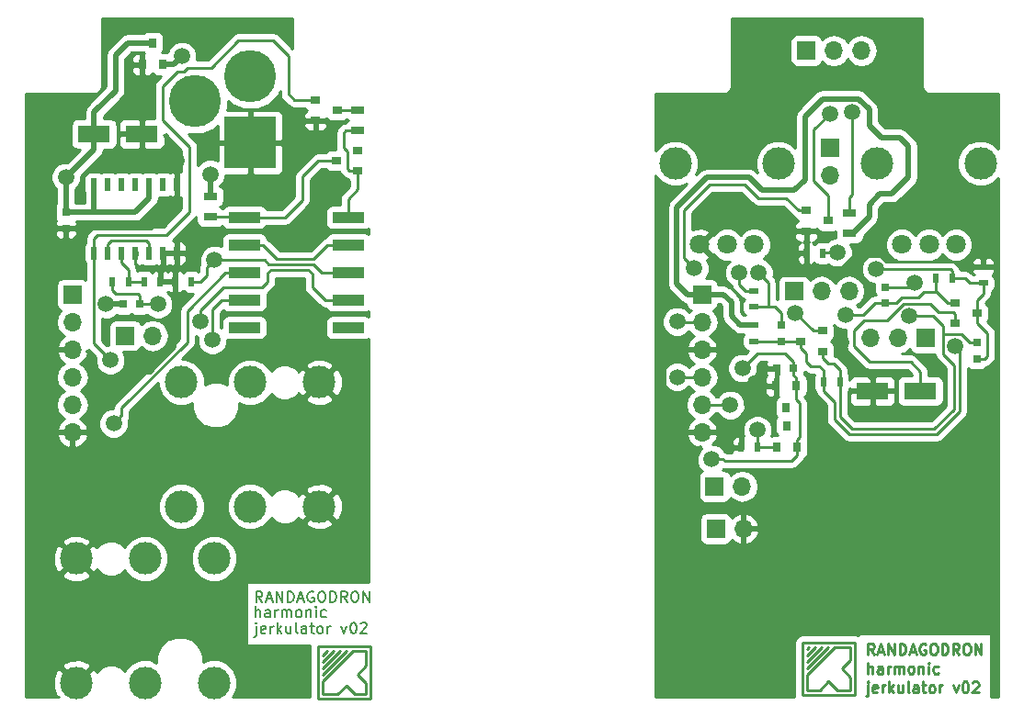
<source format=gbr>
G04 #@! TF.FileFunction,Copper,L1,Top,Signal*
%FSLAX46Y46*%
G04 Gerber Fmt 4.6, Leading zero omitted, Abs format (unit mm)*
G04 Created by KiCad (PCBNEW 4.0.6) date 12/28/17 23:33:07*
%MOMM*%
%LPD*%
G01*
G04 APERTURE LIST*
%ADD10C,0.100000*%
%ADD11C,0.200000*%
%ADD12C,0.250000*%
%ADD13C,4.800000*%
%ADD14R,4.800000X4.800000*%
%ADD15R,0.508000X1.143000*%
%ADD16R,1.700000X1.700000*%
%ADD17O,1.700000X1.700000*%
%ADD18R,2.940000X1.000000*%
%ADD19C,3.000000*%
%ADD20R,0.800000X0.900000*%
%ADD21R,3.000000X1.600000*%
%ADD22R,0.800000X0.750000*%
%ADD23R,1.300000X0.700000*%
%ADD24C,1.800000*%
%ADD25R,0.500000X0.900000*%
%ADD26R,0.900000X0.500000*%
%ADD27R,0.900000X0.800000*%
%ADD28R,0.750000X0.800000*%
%ADD29C,1.500000*%
%ADD30C,0.500000*%
%ADD31C,0.254000*%
G04 APERTURE END LIST*
D10*
D11*
X85928570Y-102785714D02*
X85928570Y-103642857D01*
X85880951Y-103738095D01*
X85785713Y-103785714D01*
X85738094Y-103785714D01*
X85928570Y-102452381D02*
X85880951Y-102500000D01*
X85928570Y-102547619D01*
X85976189Y-102500000D01*
X85928570Y-102452381D01*
X85928570Y-102547619D01*
X86785713Y-103404762D02*
X86690475Y-103452381D01*
X86499998Y-103452381D01*
X86404760Y-103404762D01*
X86357141Y-103309524D01*
X86357141Y-102928571D01*
X86404760Y-102833333D01*
X86499998Y-102785714D01*
X86690475Y-102785714D01*
X86785713Y-102833333D01*
X86833332Y-102928571D01*
X86833332Y-103023810D01*
X86357141Y-103119048D01*
X87261903Y-103452381D02*
X87261903Y-102785714D01*
X87261903Y-102976190D02*
X87309522Y-102880952D01*
X87357141Y-102833333D01*
X87452379Y-102785714D01*
X87547618Y-102785714D01*
X87880951Y-103452381D02*
X87880951Y-102452381D01*
X87976189Y-103071429D02*
X88261904Y-103452381D01*
X88261904Y-102785714D02*
X87880951Y-103166667D01*
X89119047Y-102785714D02*
X89119047Y-103452381D01*
X88690475Y-102785714D02*
X88690475Y-103309524D01*
X88738094Y-103404762D01*
X88833332Y-103452381D01*
X88976190Y-103452381D01*
X89071428Y-103404762D01*
X89119047Y-103357143D01*
X89738094Y-103452381D02*
X89642856Y-103404762D01*
X89595237Y-103309524D01*
X89595237Y-102452381D01*
X90547619Y-103452381D02*
X90547619Y-102928571D01*
X90500000Y-102833333D01*
X90404762Y-102785714D01*
X90214285Y-102785714D01*
X90119047Y-102833333D01*
X90547619Y-103404762D02*
X90452381Y-103452381D01*
X90214285Y-103452381D01*
X90119047Y-103404762D01*
X90071428Y-103309524D01*
X90071428Y-103214286D01*
X90119047Y-103119048D01*
X90214285Y-103071429D01*
X90452381Y-103071429D01*
X90547619Y-103023810D01*
X90880952Y-102785714D02*
X91261904Y-102785714D01*
X91023809Y-102452381D02*
X91023809Y-103309524D01*
X91071428Y-103404762D01*
X91166666Y-103452381D01*
X91261904Y-103452381D01*
X91738095Y-103452381D02*
X91642857Y-103404762D01*
X91595238Y-103357143D01*
X91547619Y-103261905D01*
X91547619Y-102976190D01*
X91595238Y-102880952D01*
X91642857Y-102833333D01*
X91738095Y-102785714D01*
X91880953Y-102785714D01*
X91976191Y-102833333D01*
X92023810Y-102880952D01*
X92071429Y-102976190D01*
X92071429Y-103261905D01*
X92023810Y-103357143D01*
X91976191Y-103404762D01*
X91880953Y-103452381D01*
X91738095Y-103452381D01*
X92500000Y-103452381D02*
X92500000Y-102785714D01*
X92500000Y-102976190D02*
X92547619Y-102880952D01*
X92595238Y-102833333D01*
X92690476Y-102785714D01*
X92785715Y-102785714D01*
X93785715Y-102785714D02*
X94023810Y-103452381D01*
X94261906Y-102785714D01*
X94833334Y-102452381D02*
X94928573Y-102452381D01*
X95023811Y-102500000D01*
X95071430Y-102547619D01*
X95119049Y-102642857D01*
X95166668Y-102833333D01*
X95166668Y-103071429D01*
X95119049Y-103261905D01*
X95071430Y-103357143D01*
X95023811Y-103404762D01*
X94928573Y-103452381D01*
X94833334Y-103452381D01*
X94738096Y-103404762D01*
X94690477Y-103357143D01*
X94642858Y-103261905D01*
X94595239Y-103071429D01*
X94595239Y-102833333D01*
X94642858Y-102642857D01*
X94690477Y-102547619D01*
X94738096Y-102500000D01*
X94833334Y-102452381D01*
X95547620Y-102547619D02*
X95595239Y-102500000D01*
X95690477Y-102452381D01*
X95928573Y-102452381D01*
X96023811Y-102500000D01*
X96071430Y-102547619D01*
X96119049Y-102642857D01*
X96119049Y-102738095D01*
X96071430Y-102880952D01*
X95500001Y-103452381D01*
X96119049Y-103452381D01*
X85875582Y-101952381D02*
X85875582Y-100952381D01*
X86304154Y-101952381D02*
X86304154Y-101428571D01*
X86256535Y-101333333D01*
X86161297Y-101285714D01*
X86018439Y-101285714D01*
X85923201Y-101333333D01*
X85875582Y-101380952D01*
X87208916Y-101952381D02*
X87208916Y-101428571D01*
X87161297Y-101333333D01*
X87066059Y-101285714D01*
X86875582Y-101285714D01*
X86780344Y-101333333D01*
X87208916Y-101904762D02*
X87113678Y-101952381D01*
X86875582Y-101952381D01*
X86780344Y-101904762D01*
X86732725Y-101809524D01*
X86732725Y-101714286D01*
X86780344Y-101619048D01*
X86875582Y-101571429D01*
X87113678Y-101571429D01*
X87208916Y-101523810D01*
X87685106Y-101952381D02*
X87685106Y-101285714D01*
X87685106Y-101476190D02*
X87732725Y-101380952D01*
X87780344Y-101333333D01*
X87875582Y-101285714D01*
X87970821Y-101285714D01*
X88304154Y-101952381D02*
X88304154Y-101285714D01*
X88304154Y-101380952D02*
X88351773Y-101333333D01*
X88447011Y-101285714D01*
X88589869Y-101285714D01*
X88685107Y-101333333D01*
X88732726Y-101428571D01*
X88732726Y-101952381D01*
X88732726Y-101428571D02*
X88780345Y-101333333D01*
X88875583Y-101285714D01*
X89018440Y-101285714D01*
X89113678Y-101333333D01*
X89161297Y-101428571D01*
X89161297Y-101952381D01*
X89780344Y-101952381D02*
X89685106Y-101904762D01*
X89637487Y-101857143D01*
X89589868Y-101761905D01*
X89589868Y-101476190D01*
X89637487Y-101380952D01*
X89685106Y-101333333D01*
X89780344Y-101285714D01*
X89923202Y-101285714D01*
X90018440Y-101333333D01*
X90066059Y-101380952D01*
X90113678Y-101476190D01*
X90113678Y-101761905D01*
X90066059Y-101857143D01*
X90018440Y-101904762D01*
X89923202Y-101952381D01*
X89780344Y-101952381D01*
X90542249Y-101285714D02*
X90542249Y-101952381D01*
X90542249Y-101380952D02*
X90589868Y-101333333D01*
X90685106Y-101285714D01*
X90827964Y-101285714D01*
X90923202Y-101333333D01*
X90970821Y-101428571D01*
X90970821Y-101952381D01*
X91447011Y-101952381D02*
X91447011Y-101285714D01*
X91447011Y-100952381D02*
X91399392Y-101000000D01*
X91447011Y-101047619D01*
X91494630Y-101000000D01*
X91447011Y-100952381D01*
X91447011Y-101047619D01*
X92351773Y-101904762D02*
X92256535Y-101952381D01*
X92066058Y-101952381D01*
X91970820Y-101904762D01*
X91923201Y-101857143D01*
X91875582Y-101761905D01*
X91875582Y-101476190D01*
X91923201Y-101380952D01*
X91970820Y-101333333D01*
X92066058Y-101285714D01*
X92256535Y-101285714D01*
X92351773Y-101333333D01*
X86499392Y-100565229D02*
X86166058Y-100089038D01*
X85927963Y-100565229D02*
X85927963Y-99565229D01*
X86308916Y-99565229D01*
X86404154Y-99612848D01*
X86451773Y-99660467D01*
X86499392Y-99755705D01*
X86499392Y-99898562D01*
X86451773Y-99993800D01*
X86404154Y-100041419D01*
X86308916Y-100089038D01*
X85927963Y-100089038D01*
X86880344Y-100279515D02*
X87356535Y-100279515D01*
X86785106Y-100565229D02*
X87118439Y-99565229D01*
X87451773Y-100565229D01*
X87785106Y-100565229D02*
X87785106Y-99565229D01*
X88356535Y-100565229D01*
X88356535Y-99565229D01*
X88832725Y-100565229D02*
X88832725Y-99565229D01*
X89070820Y-99565229D01*
X89213678Y-99612848D01*
X89308916Y-99708086D01*
X89356535Y-99803324D01*
X89404154Y-99993800D01*
X89404154Y-100136658D01*
X89356535Y-100327134D01*
X89308916Y-100422372D01*
X89213678Y-100517610D01*
X89070820Y-100565229D01*
X88832725Y-100565229D01*
X89785106Y-100279515D02*
X90261297Y-100279515D01*
X89689868Y-100565229D02*
X90023201Y-99565229D01*
X90356535Y-100565229D01*
X91213678Y-99612848D02*
X91118440Y-99565229D01*
X90975583Y-99565229D01*
X90832725Y-99612848D01*
X90737487Y-99708086D01*
X90689868Y-99803324D01*
X90642249Y-99993800D01*
X90642249Y-100136658D01*
X90689868Y-100327134D01*
X90737487Y-100422372D01*
X90832725Y-100517610D01*
X90975583Y-100565229D01*
X91070821Y-100565229D01*
X91213678Y-100517610D01*
X91261297Y-100469991D01*
X91261297Y-100136658D01*
X91070821Y-100136658D01*
X91880344Y-99565229D02*
X92070821Y-99565229D01*
X92166059Y-99612848D01*
X92261297Y-99708086D01*
X92308916Y-99898562D01*
X92308916Y-100231896D01*
X92261297Y-100422372D01*
X92166059Y-100517610D01*
X92070821Y-100565229D01*
X91880344Y-100565229D01*
X91785106Y-100517610D01*
X91689868Y-100422372D01*
X91642249Y-100231896D01*
X91642249Y-99898562D01*
X91689868Y-99708086D01*
X91785106Y-99612848D01*
X91880344Y-99565229D01*
X92737487Y-100565229D02*
X92737487Y-99565229D01*
X92975582Y-99565229D01*
X93118440Y-99612848D01*
X93213678Y-99708086D01*
X93261297Y-99803324D01*
X93308916Y-99993800D01*
X93308916Y-100136658D01*
X93261297Y-100327134D01*
X93213678Y-100422372D01*
X93118440Y-100517610D01*
X92975582Y-100565229D01*
X92737487Y-100565229D01*
X94308916Y-100565229D02*
X93975582Y-100089038D01*
X93737487Y-100565229D02*
X93737487Y-99565229D01*
X94118440Y-99565229D01*
X94213678Y-99612848D01*
X94261297Y-99660467D01*
X94308916Y-99755705D01*
X94308916Y-99898562D01*
X94261297Y-99993800D01*
X94213678Y-100041419D01*
X94118440Y-100089038D01*
X93737487Y-100089038D01*
X94927963Y-99565229D02*
X95118440Y-99565229D01*
X95213678Y-99612848D01*
X95308916Y-99708086D01*
X95356535Y-99898562D01*
X95356535Y-100231896D01*
X95308916Y-100422372D01*
X95213678Y-100517610D01*
X95118440Y-100565229D01*
X94927963Y-100565229D01*
X94832725Y-100517610D01*
X94737487Y-100422372D01*
X94689868Y-100231896D01*
X94689868Y-99898562D01*
X94737487Y-99708086D01*
X94832725Y-99612848D01*
X94927963Y-99565229D01*
X95785106Y-100565229D02*
X95785106Y-99565229D01*
X96356535Y-100565229D01*
X96356535Y-99565229D01*
D12*
X142859524Y-105402381D02*
X142526190Y-104926190D01*
X142288095Y-105402381D02*
X142288095Y-104402381D01*
X142669048Y-104402381D01*
X142764286Y-104450000D01*
X142811905Y-104497619D01*
X142859524Y-104592857D01*
X142859524Y-104735714D01*
X142811905Y-104830952D01*
X142764286Y-104878571D01*
X142669048Y-104926190D01*
X142288095Y-104926190D01*
X143240476Y-105116667D02*
X143716667Y-105116667D01*
X143145238Y-105402381D02*
X143478571Y-104402381D01*
X143811905Y-105402381D01*
X144145238Y-105402381D02*
X144145238Y-104402381D01*
X144716667Y-105402381D01*
X144716667Y-104402381D01*
X145192857Y-105402381D02*
X145192857Y-104402381D01*
X145430952Y-104402381D01*
X145573810Y-104450000D01*
X145669048Y-104545238D01*
X145716667Y-104640476D01*
X145764286Y-104830952D01*
X145764286Y-104973810D01*
X145716667Y-105164286D01*
X145669048Y-105259524D01*
X145573810Y-105354762D01*
X145430952Y-105402381D01*
X145192857Y-105402381D01*
X146145238Y-105116667D02*
X146621429Y-105116667D01*
X146050000Y-105402381D02*
X146383333Y-104402381D01*
X146716667Y-105402381D01*
X147573810Y-104450000D02*
X147478572Y-104402381D01*
X147335715Y-104402381D01*
X147192857Y-104450000D01*
X147097619Y-104545238D01*
X147050000Y-104640476D01*
X147002381Y-104830952D01*
X147002381Y-104973810D01*
X147050000Y-105164286D01*
X147097619Y-105259524D01*
X147192857Y-105354762D01*
X147335715Y-105402381D01*
X147430953Y-105402381D01*
X147573810Y-105354762D01*
X147621429Y-105307143D01*
X147621429Y-104973810D01*
X147430953Y-104973810D01*
X148240476Y-104402381D02*
X148430953Y-104402381D01*
X148526191Y-104450000D01*
X148621429Y-104545238D01*
X148669048Y-104735714D01*
X148669048Y-105069048D01*
X148621429Y-105259524D01*
X148526191Y-105354762D01*
X148430953Y-105402381D01*
X148240476Y-105402381D01*
X148145238Y-105354762D01*
X148050000Y-105259524D01*
X148002381Y-105069048D01*
X148002381Y-104735714D01*
X148050000Y-104545238D01*
X148145238Y-104450000D01*
X148240476Y-104402381D01*
X149097619Y-105402381D02*
X149097619Y-104402381D01*
X149335714Y-104402381D01*
X149478572Y-104450000D01*
X149573810Y-104545238D01*
X149621429Y-104640476D01*
X149669048Y-104830952D01*
X149669048Y-104973810D01*
X149621429Y-105164286D01*
X149573810Y-105259524D01*
X149478572Y-105354762D01*
X149335714Y-105402381D01*
X149097619Y-105402381D01*
X150669048Y-105402381D02*
X150335714Y-104926190D01*
X150097619Y-105402381D02*
X150097619Y-104402381D01*
X150478572Y-104402381D01*
X150573810Y-104450000D01*
X150621429Y-104497619D01*
X150669048Y-104592857D01*
X150669048Y-104735714D01*
X150621429Y-104830952D01*
X150573810Y-104878571D01*
X150478572Y-104926190D01*
X150097619Y-104926190D01*
X151288095Y-104402381D02*
X151478572Y-104402381D01*
X151573810Y-104450000D01*
X151669048Y-104545238D01*
X151716667Y-104735714D01*
X151716667Y-105069048D01*
X151669048Y-105259524D01*
X151573810Y-105354762D01*
X151478572Y-105402381D01*
X151288095Y-105402381D01*
X151192857Y-105354762D01*
X151097619Y-105259524D01*
X151050000Y-105069048D01*
X151050000Y-104735714D01*
X151097619Y-104545238D01*
X151192857Y-104450000D01*
X151288095Y-104402381D01*
X152145238Y-105402381D02*
X152145238Y-104402381D01*
X152716667Y-105402381D01*
X152716667Y-104402381D01*
X142288095Y-107152381D02*
X142288095Y-106152381D01*
X142716667Y-107152381D02*
X142716667Y-106628571D01*
X142669048Y-106533333D01*
X142573810Y-106485714D01*
X142430952Y-106485714D01*
X142335714Y-106533333D01*
X142288095Y-106580952D01*
X143621429Y-107152381D02*
X143621429Y-106628571D01*
X143573810Y-106533333D01*
X143478572Y-106485714D01*
X143288095Y-106485714D01*
X143192857Y-106533333D01*
X143621429Y-107104762D02*
X143526191Y-107152381D01*
X143288095Y-107152381D01*
X143192857Y-107104762D01*
X143145238Y-107009524D01*
X143145238Y-106914286D01*
X143192857Y-106819048D01*
X143288095Y-106771429D01*
X143526191Y-106771429D01*
X143621429Y-106723810D01*
X144097619Y-107152381D02*
X144097619Y-106485714D01*
X144097619Y-106676190D02*
X144145238Y-106580952D01*
X144192857Y-106533333D01*
X144288095Y-106485714D01*
X144383334Y-106485714D01*
X144716667Y-107152381D02*
X144716667Y-106485714D01*
X144716667Y-106580952D02*
X144764286Y-106533333D01*
X144859524Y-106485714D01*
X145002382Y-106485714D01*
X145097620Y-106533333D01*
X145145239Y-106628571D01*
X145145239Y-107152381D01*
X145145239Y-106628571D02*
X145192858Y-106533333D01*
X145288096Y-106485714D01*
X145430953Y-106485714D01*
X145526191Y-106533333D01*
X145573810Y-106628571D01*
X145573810Y-107152381D01*
X146192857Y-107152381D02*
X146097619Y-107104762D01*
X146050000Y-107057143D01*
X146002381Y-106961905D01*
X146002381Y-106676190D01*
X146050000Y-106580952D01*
X146097619Y-106533333D01*
X146192857Y-106485714D01*
X146335715Y-106485714D01*
X146430953Y-106533333D01*
X146478572Y-106580952D01*
X146526191Y-106676190D01*
X146526191Y-106961905D01*
X146478572Y-107057143D01*
X146430953Y-107104762D01*
X146335715Y-107152381D01*
X146192857Y-107152381D01*
X146954762Y-106485714D02*
X146954762Y-107152381D01*
X146954762Y-106580952D02*
X147002381Y-106533333D01*
X147097619Y-106485714D01*
X147240477Y-106485714D01*
X147335715Y-106533333D01*
X147383334Y-106628571D01*
X147383334Y-107152381D01*
X147859524Y-107152381D02*
X147859524Y-106485714D01*
X147859524Y-106152381D02*
X147811905Y-106200000D01*
X147859524Y-106247619D01*
X147907143Y-106200000D01*
X147859524Y-106152381D01*
X147859524Y-106247619D01*
X148764286Y-107104762D02*
X148669048Y-107152381D01*
X148478571Y-107152381D01*
X148383333Y-107104762D01*
X148335714Y-107057143D01*
X148288095Y-106961905D01*
X148288095Y-106676190D01*
X148335714Y-106580952D01*
X148383333Y-106533333D01*
X148478571Y-106485714D01*
X148669048Y-106485714D01*
X148764286Y-106533333D01*
X142288095Y-108235714D02*
X142288095Y-109092857D01*
X142240476Y-109188095D01*
X142145238Y-109235714D01*
X142097619Y-109235714D01*
X142288095Y-107902381D02*
X142240476Y-107950000D01*
X142288095Y-107997619D01*
X142335714Y-107950000D01*
X142288095Y-107902381D01*
X142288095Y-107997619D01*
X143145238Y-108854762D02*
X143050000Y-108902381D01*
X142859523Y-108902381D01*
X142764285Y-108854762D01*
X142716666Y-108759524D01*
X142716666Y-108378571D01*
X142764285Y-108283333D01*
X142859523Y-108235714D01*
X143050000Y-108235714D01*
X143145238Y-108283333D01*
X143192857Y-108378571D01*
X143192857Y-108473810D01*
X142716666Y-108569048D01*
X143621428Y-108902381D02*
X143621428Y-108235714D01*
X143621428Y-108426190D02*
X143669047Y-108330952D01*
X143716666Y-108283333D01*
X143811904Y-108235714D01*
X143907143Y-108235714D01*
X144240476Y-108902381D02*
X144240476Y-107902381D01*
X144335714Y-108521429D02*
X144621429Y-108902381D01*
X144621429Y-108235714D02*
X144240476Y-108616667D01*
X145478572Y-108235714D02*
X145478572Y-108902381D01*
X145050000Y-108235714D02*
X145050000Y-108759524D01*
X145097619Y-108854762D01*
X145192857Y-108902381D01*
X145335715Y-108902381D01*
X145430953Y-108854762D01*
X145478572Y-108807143D01*
X146097619Y-108902381D02*
X146002381Y-108854762D01*
X145954762Y-108759524D01*
X145954762Y-107902381D01*
X146907144Y-108902381D02*
X146907144Y-108378571D01*
X146859525Y-108283333D01*
X146764287Y-108235714D01*
X146573810Y-108235714D01*
X146478572Y-108283333D01*
X146907144Y-108854762D02*
X146811906Y-108902381D01*
X146573810Y-108902381D01*
X146478572Y-108854762D01*
X146430953Y-108759524D01*
X146430953Y-108664286D01*
X146478572Y-108569048D01*
X146573810Y-108521429D01*
X146811906Y-108521429D01*
X146907144Y-108473810D01*
X147240477Y-108235714D02*
X147621429Y-108235714D01*
X147383334Y-107902381D02*
X147383334Y-108759524D01*
X147430953Y-108854762D01*
X147526191Y-108902381D01*
X147621429Y-108902381D01*
X148097620Y-108902381D02*
X148002382Y-108854762D01*
X147954763Y-108807143D01*
X147907144Y-108711905D01*
X147907144Y-108426190D01*
X147954763Y-108330952D01*
X148002382Y-108283333D01*
X148097620Y-108235714D01*
X148240478Y-108235714D01*
X148335716Y-108283333D01*
X148383335Y-108330952D01*
X148430954Y-108426190D01*
X148430954Y-108711905D01*
X148383335Y-108807143D01*
X148335716Y-108854762D01*
X148240478Y-108902381D01*
X148097620Y-108902381D01*
X148859525Y-108902381D02*
X148859525Y-108235714D01*
X148859525Y-108426190D02*
X148907144Y-108330952D01*
X148954763Y-108283333D01*
X149050001Y-108235714D01*
X149145240Y-108235714D01*
X150145240Y-108235714D02*
X150383335Y-108902381D01*
X150621431Y-108235714D01*
X151192859Y-107902381D02*
X151288098Y-107902381D01*
X151383336Y-107950000D01*
X151430955Y-107997619D01*
X151478574Y-108092857D01*
X151526193Y-108283333D01*
X151526193Y-108521429D01*
X151478574Y-108711905D01*
X151430955Y-108807143D01*
X151383336Y-108854762D01*
X151288098Y-108902381D01*
X151192859Y-108902381D01*
X151097621Y-108854762D01*
X151050002Y-108807143D01*
X151002383Y-108711905D01*
X150954764Y-108521429D01*
X150954764Y-108283333D01*
X151002383Y-108092857D01*
X151050002Y-107997619D01*
X151097621Y-107950000D01*
X151192859Y-107902381D01*
X151907145Y-107997619D02*
X151954764Y-107950000D01*
X152050002Y-107902381D01*
X152288098Y-107902381D01*
X152383336Y-107950000D01*
X152430955Y-107997619D01*
X152478574Y-108092857D01*
X152478574Y-108188095D01*
X152430955Y-108330952D01*
X151859526Y-108902381D01*
X152478574Y-108902381D01*
D13*
X85400000Y-52100000D03*
D14*
X85400000Y-58200000D03*
D13*
X80320000Y-54390000D03*
D15*
X70980000Y-68400000D03*
X72250000Y-68400000D03*
X73520000Y-68400000D03*
X74790000Y-68400000D03*
X76060000Y-68400000D03*
X77330000Y-68400000D03*
X78600000Y-68400000D03*
X78600000Y-62050000D03*
X77330000Y-62050000D03*
X74790000Y-62050000D03*
X73520000Y-62050000D03*
X72250000Y-62050000D03*
X70980000Y-62050000D03*
X76060000Y-62050000D03*
D16*
X128260000Y-93800000D03*
D17*
X130800000Y-93800000D03*
D18*
X94400000Y-65100000D03*
X94400000Y-67640000D03*
X94400000Y-70180000D03*
X94400000Y-72720000D03*
X94400000Y-75260000D03*
X84840000Y-75260000D03*
X84840000Y-72720000D03*
X84840000Y-70180000D03*
X84840000Y-67640000D03*
X84840000Y-65100000D03*
D19*
X69350000Y-108000000D03*
X75700000Y-108000000D03*
X82050000Y-96550000D03*
X82050000Y-108000000D03*
X69350000Y-96550000D03*
X75700000Y-96550000D03*
X91750000Y-80300000D03*
X85400000Y-80300000D03*
X79050000Y-91750000D03*
X79050000Y-80300000D03*
X91750000Y-91750000D03*
X85400000Y-91750000D03*
D20*
X75450000Y-51000000D03*
X77350000Y-51000000D03*
X76400000Y-49000000D03*
D16*
X127000000Y-72200000D03*
D17*
X127000000Y-74740000D03*
X127000000Y-77280000D03*
X127000000Y-79820000D03*
X127000000Y-82360000D03*
X127000000Y-84900000D03*
D16*
X69000000Y-72200000D03*
D17*
X69000000Y-74740000D03*
X69000000Y-77280000D03*
X69000000Y-79820000D03*
X69000000Y-82360000D03*
X69000000Y-84900000D03*
D16*
X136600000Y-49700000D03*
D17*
X139140000Y-49700000D03*
X141680000Y-49700000D03*
D21*
X71000000Y-57400000D03*
X75400000Y-57400000D03*
D22*
X73700000Y-73100000D03*
X75200000Y-73100000D03*
D23*
X95300000Y-55200000D03*
X95300000Y-57100000D03*
X81700000Y-65050000D03*
X81700000Y-63150000D03*
D24*
X126800000Y-67600000D03*
X129300000Y-67600000D03*
X131800000Y-67600000D03*
D19*
X124550000Y-60100000D03*
X134050000Y-60100000D03*
D24*
X145400000Y-67600000D03*
X147900000Y-67600000D03*
X150400000Y-67600000D03*
D19*
X143150000Y-60100000D03*
X152650000Y-60100000D03*
D25*
X78450000Y-71000000D03*
X79950000Y-71000000D03*
D23*
X140600000Y-66550000D03*
X140600000Y-64650000D03*
D26*
X131800000Y-71850000D03*
X131800000Y-73350000D03*
D25*
X132100000Y-86300000D03*
X130600000Y-86300000D03*
X77100000Y-71000000D03*
X75600000Y-71000000D03*
X72700000Y-71000000D03*
X74200000Y-71000000D03*
D26*
X152900000Y-71150000D03*
X152900000Y-69650000D03*
X131800000Y-75000000D03*
X131800000Y-76500000D03*
D25*
X138200000Y-80300000D03*
X139700000Y-80300000D03*
X150050000Y-70700000D03*
X148550000Y-70700000D03*
X138100000Y-68400000D03*
X136600000Y-68400000D03*
D27*
X136600000Y-64450000D03*
X136600000Y-66350000D03*
X138600000Y-65400000D03*
X91400000Y-54250000D03*
X91400000Y-56150000D03*
X93400000Y-55200000D03*
X150300000Y-72950000D03*
X150300000Y-74850000D03*
X152300000Y-73900000D03*
X138100000Y-77450000D03*
X138100000Y-75550000D03*
X136100000Y-76500000D03*
D16*
X128160000Y-89900000D03*
D17*
X130700000Y-89900000D03*
D16*
X73860000Y-76000000D03*
D17*
X76400000Y-76000000D03*
D16*
X147580000Y-76200000D03*
D17*
X145040000Y-76200000D03*
X142500000Y-76200000D03*
D16*
X135460000Y-71900000D03*
D17*
X138000000Y-71900000D03*
X140540000Y-71900000D03*
D16*
X138800000Y-58660000D03*
D17*
X138800000Y-61200000D03*
D27*
X95300000Y-60800000D03*
X95300000Y-58900000D03*
X93300000Y-59850000D03*
D20*
X133850000Y-86300000D03*
X135750000Y-86300000D03*
X134800000Y-84300000D03*
X135700000Y-80600000D03*
X133800000Y-80600000D03*
X134750000Y-82600000D03*
D28*
X68400000Y-66100000D03*
X68400000Y-64600000D03*
D22*
X135400000Y-79000000D03*
X133900000Y-79000000D03*
D28*
X134300000Y-76550000D03*
X134300000Y-75050000D03*
X152300000Y-76650000D03*
X152300000Y-78150000D03*
X143900000Y-71500000D03*
X143900000Y-73000000D03*
D21*
X147100000Y-81100000D03*
X142700000Y-81100000D03*
D29*
X146600000Y-71100000D03*
X140218870Y-74077879D03*
X146100000Y-74200000D03*
X143027908Y-69853898D03*
X150325000Y-77000000D03*
X132200000Y-70200000D03*
X135600000Y-73900000D03*
X139800000Y-76600000D03*
X135025010Y-69500000D03*
X131892686Y-80303463D03*
X124700000Y-77300000D03*
X131600000Y-82300000D03*
X127900000Y-87400000D03*
X130725000Y-79000000D03*
X81700000Y-61100000D03*
X68400000Y-61400000D03*
X72105000Y-73100000D03*
X132100000Y-84700000D03*
X138750000Y-55500000D03*
X140800000Y-55400000D03*
X82100000Y-69000000D03*
X72800000Y-84100000D03*
X86700000Y-62100000D03*
X78600000Y-59850000D03*
X80250000Y-68250000D03*
X72000000Y-80250000D03*
X80775000Y-74700000D03*
X81900000Y-76400000D03*
X72500000Y-78250000D03*
X124700000Y-79800000D03*
X129600000Y-82400000D03*
X126300000Y-69800000D03*
X124700000Y-74700000D03*
X139491833Y-68345574D03*
X130425000Y-70200000D03*
X76900000Y-73100000D03*
X79100000Y-50200000D03*
D12*
X92039868Y-107862848D02*
X92039868Y-109062848D01*
X94839868Y-105062848D02*
X92039868Y-107862848D01*
X96039868Y-105062848D02*
X94839868Y-105062848D01*
X96039868Y-106462848D02*
X96039868Y-105062848D01*
X95239868Y-107262848D02*
X96039868Y-106462848D01*
X96039868Y-108062848D02*
X95239868Y-107262848D01*
X96039868Y-109062848D02*
X96039868Y-108062848D01*
X95039868Y-109062848D02*
X96039868Y-109062848D01*
X94239868Y-108262848D02*
X95039868Y-109062848D01*
X93439868Y-109062848D02*
X94239868Y-108262848D01*
X92039868Y-109062848D02*
X93439868Y-109062848D01*
X92039868Y-107262848D02*
X94239868Y-105062848D01*
X92039868Y-106662848D02*
X93639868Y-105062848D01*
X92039868Y-106062848D02*
X93039868Y-105062848D01*
X92039868Y-105462848D02*
X92439868Y-105062848D01*
X96439868Y-104662848D02*
X91639868Y-104662848D01*
X96439868Y-109462848D02*
X96439868Y-104662848D01*
X91639868Y-109462848D02*
X96439868Y-109462848D01*
X91639868Y-104662848D02*
X91639868Y-109462848D01*
X136650000Y-107300000D02*
X136650000Y-108700000D01*
X139250000Y-104700000D02*
X136650000Y-107300000D01*
X140650000Y-104700000D02*
X139250000Y-104700000D01*
X140650000Y-105900000D02*
X140650000Y-104700000D01*
X139850000Y-106700000D02*
X140650000Y-105900000D01*
X140650000Y-107500000D02*
X139850000Y-106700000D01*
X140650000Y-108700000D02*
X140650000Y-107500000D01*
X139450000Y-108700000D02*
X140650000Y-108700000D01*
X138650000Y-107900000D02*
X139450000Y-108700000D01*
X137850000Y-108700000D02*
X138650000Y-107900000D01*
X136650000Y-108700000D02*
X137850000Y-108700000D01*
X136650000Y-106700000D02*
X138650000Y-104700000D01*
X136650000Y-106100000D02*
X138050000Y-104700000D01*
X136650000Y-105500000D02*
X137450000Y-104700000D01*
X136650000Y-104900000D02*
X136850000Y-104700000D01*
X136250000Y-104300000D02*
X136250000Y-109100000D01*
X141050000Y-104300000D02*
X136250000Y-104300000D01*
X141050000Y-109100000D02*
X141050000Y-104300000D01*
X136250000Y-109100000D02*
X141050000Y-109100000D01*
X145800000Y-71500000D02*
X146200000Y-71500000D01*
X146200000Y-71500000D02*
X146600000Y-71100000D01*
X143900000Y-71500000D02*
X145800000Y-71500000D01*
X148550000Y-70700000D02*
X148550000Y-71900000D01*
X148550000Y-71900000D02*
X148599999Y-71949999D01*
X146909998Y-72500000D02*
X147459999Y-71949999D01*
X147459999Y-71949999D02*
X148599999Y-71949999D01*
X148599999Y-71949999D02*
X149600000Y-72950000D01*
X149600000Y-72950000D02*
X150300000Y-72950000D01*
X143900000Y-73000000D02*
X144927878Y-73000000D01*
X144927878Y-73000000D02*
X145427878Y-72500000D01*
X145427878Y-72500000D02*
X146909998Y-72500000D01*
X150200000Y-72850000D02*
X150300000Y-72950000D01*
X141822121Y-74077879D02*
X142900000Y-73000000D01*
X142900000Y-73000000D02*
X143900000Y-73000000D01*
X140218870Y-74077879D02*
X141822121Y-74077879D01*
X139700000Y-80300000D02*
X139700000Y-83500000D01*
X150200000Y-78700000D02*
X149200000Y-77700000D01*
X139700000Y-83500000D02*
X140800000Y-84600000D01*
X140800000Y-84600000D02*
X148400000Y-84600000D01*
X148400000Y-84600000D02*
X150200000Y-82800000D01*
X150200000Y-82800000D02*
X150200000Y-78700000D01*
X149200000Y-77700000D02*
X149200000Y-75100000D01*
X139100000Y-78600000D02*
X139700000Y-79200000D01*
X139700000Y-79200000D02*
X139700000Y-80300000D01*
X138600000Y-78600000D02*
X139100000Y-78600000D01*
X138100000Y-77450000D02*
X138100000Y-78100000D01*
X138100000Y-78100000D02*
X138600000Y-78600000D01*
X151640002Y-76650000D02*
X150865001Y-75874999D01*
X150865001Y-75874999D02*
X149225001Y-75874999D01*
X149225001Y-75874999D02*
X149200000Y-75900000D01*
X152300000Y-76650000D02*
X151640002Y-76650000D01*
X149200000Y-75100000D02*
X149200000Y-75900000D01*
X149200000Y-75100000D02*
X148300000Y-74200000D01*
X148300000Y-74200000D02*
X146100000Y-74200000D01*
X152300000Y-78150000D02*
X153050000Y-78150000D01*
X152300000Y-74800000D02*
X152300000Y-73900000D01*
X153050000Y-78150000D02*
X153300000Y-77900000D01*
X153300000Y-77900000D02*
X153300000Y-75800000D01*
X153300000Y-75800000D02*
X152300000Y-74800000D01*
X152300000Y-72700000D02*
X152900000Y-72100000D01*
X152900000Y-72100000D02*
X152900000Y-71150000D01*
X152300000Y-73900000D02*
X152300000Y-72700000D01*
X151650000Y-71150000D02*
X151200000Y-70700000D01*
X151200000Y-70700000D02*
X150050000Y-70700000D01*
X152900000Y-71150000D02*
X151650000Y-71150000D01*
X150050000Y-70700000D02*
X150050000Y-70050000D01*
X150050000Y-70050000D02*
X149853898Y-69853898D01*
X149853898Y-69853898D02*
X149078900Y-69853898D01*
X149078900Y-69853898D02*
X143027908Y-69853898D01*
X150325000Y-77000000D02*
X150700000Y-77375000D01*
X150700000Y-77375000D02*
X150700000Y-83007122D01*
X150700000Y-83007122D02*
X148607111Y-85100011D01*
X140592889Y-85100011D02*
X139192878Y-83700000D01*
X148607111Y-85100011D02*
X140592889Y-85100011D01*
X139192878Y-83700000D02*
X139199990Y-83692888D01*
X139199990Y-83692888D02*
X139199990Y-82099990D01*
X139199990Y-82099990D02*
X138200000Y-81100000D01*
X138200000Y-81100000D02*
X138200000Y-80300000D01*
X137800000Y-78800000D02*
X138200000Y-79200000D01*
X138200000Y-79200000D02*
X138200000Y-80300000D01*
X137000000Y-78800000D02*
X137800000Y-78800000D01*
X136600000Y-78400000D02*
X137000000Y-78800000D01*
X136600000Y-77650000D02*
X136600000Y-78400000D01*
X136100000Y-76500000D02*
X136100000Y-77150000D01*
X136100000Y-77150000D02*
X136600000Y-77650000D01*
X136100000Y-76500000D02*
X134350000Y-76500000D01*
X134350000Y-76500000D02*
X134300000Y-76550000D01*
X131800000Y-76500000D02*
X134250000Y-76500000D01*
X134250000Y-76500000D02*
X134300000Y-76550000D01*
X133100000Y-73350000D02*
X133750000Y-73350000D01*
X131800000Y-73350000D02*
X133100000Y-73350000D01*
X133100000Y-73350000D02*
X133100000Y-71100000D01*
X133100000Y-71100000D02*
X132200000Y-70200000D01*
X133750000Y-73350000D02*
X134300000Y-73900000D01*
X134300000Y-73900000D02*
X134300000Y-75050000D01*
X150300000Y-74850000D02*
X150300000Y-74000000D01*
X146200000Y-78400000D02*
X147100000Y-79300000D01*
X150300000Y-74000000D02*
X150124999Y-73824999D01*
X150124999Y-73824999D02*
X148749999Y-73824999D01*
X148749999Y-73824999D02*
X148000000Y-73075000D01*
X148000000Y-73075000D02*
X145559999Y-73074999D01*
X145559999Y-73074999D02*
X144057109Y-74577889D01*
X144057109Y-74577889D02*
X141922111Y-74577889D01*
X141000000Y-75500000D02*
X141000000Y-77000000D01*
X141922111Y-74577889D02*
X141000000Y-75500000D01*
X141000000Y-77000000D02*
X142400000Y-78400000D01*
X142400000Y-78400000D02*
X146200000Y-78400000D01*
X147100000Y-79300000D02*
X147100000Y-81100000D01*
X138100000Y-75550000D02*
X137250000Y-75550000D01*
X137250000Y-75550000D02*
X135600000Y-73900000D01*
X142700000Y-81100000D02*
X142700000Y-80050000D01*
X142700000Y-80050000D02*
X139800000Y-77150000D01*
X139800000Y-77150000D02*
X139800000Y-76600000D01*
X136600000Y-68400000D02*
X136100000Y-68400000D01*
X135025010Y-69474990D02*
X135025010Y-69500000D01*
X136100000Y-68400000D02*
X135025010Y-69474990D01*
X133800000Y-80600000D02*
X132189223Y-80600000D01*
X132189223Y-80600000D02*
X131892686Y-80303463D01*
X151000000Y-69200000D02*
X151450000Y-69650000D01*
X151450000Y-69650000D02*
X152900000Y-69650000D01*
X143965002Y-69200000D02*
X151000000Y-69200000D01*
X136600000Y-66350000D02*
X136600000Y-68400000D01*
X137100000Y-69700000D02*
X136600000Y-69200000D01*
X136600000Y-69200000D02*
X136600000Y-68400000D01*
X139900000Y-69700000D02*
X137100000Y-69700000D01*
X140900000Y-68700000D02*
X139900000Y-69700000D01*
X143465002Y-68700000D02*
X140900000Y-68700000D01*
X143965002Y-69200000D02*
X143465002Y-68700000D01*
X123574999Y-83474999D02*
X125000000Y-84900000D01*
X125000000Y-84900000D02*
X127000000Y-84900000D01*
X124700000Y-77300000D02*
X123574999Y-78425001D01*
X123574999Y-78425001D02*
X123574999Y-83474999D01*
X133800000Y-80600000D02*
X133800000Y-81600000D01*
X133800000Y-81600000D02*
X133100000Y-82300000D01*
X133100000Y-82300000D02*
X131600000Y-82300000D01*
X131600000Y-82300000D02*
X130600000Y-83300000D01*
X130600000Y-83300000D02*
X130600000Y-86300000D01*
X133800000Y-80600000D02*
X133800000Y-79100000D01*
X133800000Y-79100000D02*
X133900000Y-79000000D01*
X127000000Y-84900000D02*
X128202081Y-84900000D01*
X128202081Y-84900000D02*
X129602081Y-86300000D01*
X129602081Y-86300000D02*
X130600000Y-86300000D01*
X130600000Y-86100000D02*
X130600000Y-86300000D01*
X127900000Y-87400000D02*
X128960660Y-87400000D01*
X128960660Y-87400000D02*
X129083926Y-87523266D01*
X129083926Y-87523266D02*
X135276734Y-87523266D01*
X134625000Y-77600000D02*
X132125000Y-77600000D01*
X132125000Y-77600000D02*
X130725000Y-79000000D01*
X135400000Y-79000000D02*
X135400000Y-78375000D01*
X135400000Y-78375000D02*
X134625000Y-77600000D01*
X135276734Y-87523266D02*
X135750000Y-87050000D01*
X135750000Y-87050000D02*
X135750000Y-86300000D01*
X136000000Y-82200000D02*
X135700000Y-81900000D01*
X135700000Y-81900000D02*
X135700000Y-80600000D01*
X136000000Y-85350000D02*
X136000000Y-82200000D01*
X135750000Y-86300000D02*
X135750000Y-85600000D01*
X135750000Y-85600000D02*
X136000000Y-85350000D01*
X135675000Y-79900000D02*
X135675000Y-80575000D01*
X135675000Y-80575000D02*
X135700000Y-80600000D01*
X135400000Y-79000000D02*
X135400000Y-79625000D01*
X135400000Y-79625000D02*
X135675000Y-79900000D01*
D30*
X81700000Y-63150000D02*
X81700000Y-61100000D01*
X73000000Y-53400000D02*
X71000000Y-55400000D01*
X71000000Y-55400000D02*
X71000000Y-57400000D01*
X73000000Y-50100000D02*
X73000000Y-53400000D01*
X74100000Y-49000000D02*
X73000000Y-50100000D01*
X76400000Y-49000000D02*
X74100000Y-49000000D01*
X71000000Y-58800000D02*
X68400000Y-61400000D01*
X68400000Y-61400000D02*
X68400000Y-63500000D01*
X71000000Y-57400000D02*
X71000000Y-58800000D01*
X73700000Y-73100000D02*
X72105000Y-73100000D01*
X68400000Y-63500000D02*
X68400000Y-64600000D01*
X68400000Y-64600000D02*
X70900000Y-64600000D01*
X70900000Y-64600000D02*
X74800000Y-64600000D01*
X70980000Y-62050000D02*
X70980000Y-64520000D01*
X70980000Y-64520000D02*
X70900000Y-64600000D01*
X74800000Y-64600000D02*
X76060000Y-63340000D01*
X76060000Y-63340000D02*
X76060000Y-62050000D01*
D12*
X132100000Y-86300000D02*
X132100000Y-84700000D01*
X132100000Y-86300000D02*
X133850000Y-86300000D01*
X95300000Y-57100000D02*
X94200000Y-57100000D01*
X94200000Y-57100000D02*
X94000000Y-57300000D01*
X94300000Y-60600000D02*
X94500000Y-60800000D01*
X94000000Y-57300000D02*
X94000000Y-58700000D01*
X94500000Y-60800000D02*
X95300000Y-60800000D01*
X94000000Y-58700000D02*
X94300000Y-59000000D01*
X94300000Y-59000000D02*
X94300000Y-60600000D01*
X94400000Y-63400000D02*
X95300000Y-62500000D01*
X95300000Y-62500000D02*
X95300000Y-60800000D01*
X94400000Y-65100000D02*
X94400000Y-63400000D01*
X138750000Y-55500000D02*
X137250000Y-57000000D01*
X137250000Y-57000000D02*
X137250000Y-61750000D01*
X137250000Y-61750000D02*
X138600000Y-63100000D01*
X138600000Y-63100000D02*
X138600000Y-63200000D01*
X138600000Y-63200000D02*
X138600000Y-65400000D01*
X140600000Y-63200000D02*
X140600000Y-64650000D01*
X140800000Y-63000000D02*
X140600000Y-63200000D01*
X140800000Y-55400000D02*
X140800000Y-63000000D01*
X87100000Y-69400000D02*
X86700000Y-69000000D01*
X91980000Y-70180000D02*
X91200000Y-69400000D01*
X91200000Y-69400000D02*
X87100000Y-69400000D01*
X94400000Y-70180000D02*
X91980000Y-70180000D01*
X86700000Y-69000000D02*
X82100000Y-69000000D01*
X81400000Y-69700000D02*
X81400000Y-70400000D01*
X82100000Y-69000000D02*
X81400000Y-69700000D01*
X81400000Y-70400000D02*
X80800000Y-71000000D01*
X80800000Y-71000000D02*
X79950000Y-71000000D01*
X84840000Y-70180000D02*
X83120000Y-70180000D01*
X83120000Y-70180000D02*
X79600000Y-73700000D01*
X79600000Y-73700000D02*
X79600000Y-76607120D01*
X72800000Y-84100000D02*
X73549999Y-83350001D01*
X73549999Y-82657121D02*
X79600000Y-76607120D01*
X73549999Y-83350001D02*
X73549999Y-82657121D01*
X88475000Y-61725000D02*
X88100000Y-62100000D01*
X88100000Y-62100000D02*
X86700000Y-62100000D01*
X88475000Y-59025000D02*
X88475000Y-61725000D01*
X76100000Y-59500000D02*
X75400000Y-58800000D01*
X75400000Y-58800000D02*
X75400000Y-57400000D01*
X77189340Y-59500000D02*
X76100000Y-59500000D01*
X78600000Y-59850000D02*
X77539340Y-59850000D01*
X77539340Y-59850000D02*
X77189340Y-59500000D01*
X78600000Y-62050000D02*
X78600000Y-60000000D01*
X78600000Y-60000000D02*
X78600000Y-59850000D01*
X75450000Y-51000000D02*
X75450000Y-57350000D01*
X75450000Y-57350000D02*
X75400000Y-57400000D01*
X90700000Y-58100000D02*
X91400000Y-57400000D01*
X91400000Y-57400000D02*
X91400000Y-56150000D01*
X89400000Y-58100000D02*
X90700000Y-58100000D01*
X88475000Y-59025000D02*
X89400000Y-58100000D01*
X78450000Y-71000000D02*
X78450000Y-77050000D01*
X78450000Y-77050000D02*
X76124999Y-79375001D01*
X73874999Y-79375001D02*
X73000000Y-80250000D01*
X76124999Y-79375001D02*
X73874999Y-79375001D01*
X73000000Y-80250000D02*
X72000000Y-80250000D01*
X74790000Y-68400000D02*
X74790000Y-69390000D01*
X74790000Y-69390000D02*
X75100000Y-69700000D01*
X75100000Y-69700000D02*
X76700000Y-69700000D01*
X76700000Y-69700000D02*
X77100000Y-70100000D01*
X77100000Y-70100000D02*
X77100000Y-71000000D01*
X77100000Y-71000000D02*
X78450000Y-71000000D01*
X78600000Y-68400000D02*
X80100000Y-68400000D01*
X80100000Y-68400000D02*
X80250000Y-68250000D01*
X68400000Y-66100000D02*
X76200000Y-66100000D01*
X76200000Y-66100000D02*
X78600000Y-63700000D01*
X78600000Y-63700000D02*
X78600000Y-62050000D01*
X78450000Y-71000000D02*
X78450000Y-69800000D01*
X78450000Y-69800000D02*
X78450000Y-69750000D01*
X78600000Y-69600000D02*
X78600000Y-68400000D01*
X78450000Y-69750000D02*
X78600000Y-69600000D01*
X77330000Y-68400000D02*
X78600000Y-68400000D01*
X82914340Y-71500000D02*
X86500000Y-71500000D01*
X87000000Y-70200000D02*
X87000000Y-71000000D01*
X87000000Y-71000000D02*
X86500000Y-71500000D01*
X87300000Y-69900000D02*
X87000000Y-70200000D01*
X90700000Y-69900000D02*
X87300000Y-69900000D01*
X91100000Y-70300000D02*
X90700000Y-69900000D01*
X91100000Y-71500000D02*
X91100000Y-70300000D01*
X80775000Y-74700000D02*
X80775000Y-73639340D01*
X91100000Y-71500000D02*
X92320000Y-72720000D01*
X80775000Y-73639340D02*
X82914340Y-71500000D01*
X92320000Y-72720000D02*
X94400000Y-72720000D01*
X81900000Y-76400000D02*
X81900000Y-73600000D01*
X82780000Y-72720000D02*
X84840000Y-72720000D01*
X81900000Y-73600000D02*
X82780000Y-72720000D01*
X84820000Y-72700000D02*
X84840000Y-72720000D01*
X70980000Y-68400000D02*
X70980000Y-67020000D01*
X88900000Y-53700000D02*
X89450000Y-54250000D01*
X70980000Y-67020000D02*
X71300000Y-66700000D01*
X78674990Y-51625010D02*
X79274990Y-51625010D01*
X77300000Y-53000000D02*
X78674990Y-51625010D01*
X71300000Y-66700000D02*
X77700000Y-66700000D01*
X77700000Y-66700000D02*
X79800000Y-64600000D01*
X87500000Y-48800000D02*
X88900000Y-50200000D01*
X79274990Y-51625010D02*
X79600000Y-51300000D01*
X79800000Y-64600000D02*
X79800000Y-58600000D01*
X79800000Y-58600000D02*
X77300000Y-56100000D01*
X77300000Y-56100000D02*
X77300000Y-53000000D01*
X89450000Y-54250000D02*
X91400000Y-54250000D01*
X79600000Y-51300000D02*
X81800000Y-51300000D01*
X81800000Y-51300000D02*
X84300000Y-48800000D01*
X84300000Y-48800000D02*
X87500000Y-48800000D01*
X88900000Y-50200000D02*
X88900000Y-53700000D01*
X70980000Y-68400000D02*
X70980000Y-76730000D01*
X70980000Y-76730000D02*
X71750001Y-77500001D01*
X71750001Y-77500001D02*
X72500000Y-78250000D01*
D30*
X145200000Y-57700000D02*
X146000000Y-58500000D01*
X142400000Y-56600000D02*
X143500000Y-57700000D01*
X143500000Y-57700000D02*
X145200000Y-57700000D01*
X142400000Y-55149998D02*
X142400000Y-56600000D01*
X138100000Y-54149999D02*
X141400001Y-54149999D01*
X141400001Y-54149999D02*
X142400000Y-55149998D01*
X140900000Y-66550000D02*
X140600000Y-66550000D01*
X143400000Y-62900000D02*
X142400000Y-63900000D01*
X124674989Y-71224989D02*
X124674989Y-64141112D01*
X142400000Y-63900000D02*
X142400000Y-65050000D01*
X146000000Y-58500000D02*
X146000000Y-61400000D01*
X142400000Y-65050000D02*
X140900000Y-66550000D01*
X136500000Y-55749999D02*
X138100000Y-54149999D01*
X135500000Y-62600000D02*
X136500000Y-61600000D01*
X132500000Y-62600000D02*
X135500000Y-62600000D01*
X131300000Y-61400000D02*
X132500000Y-62600000D01*
X144500000Y-62900000D02*
X143400000Y-62900000D01*
X127416102Y-61400000D02*
X131300000Y-61400000D01*
X125650000Y-72200000D02*
X124674989Y-71224989D01*
X127000000Y-72200000D02*
X125650000Y-72200000D01*
X124674989Y-64141112D02*
X127416102Y-61400000D01*
X136500000Y-61600000D02*
X136500000Y-55749999D01*
X146000000Y-61400000D02*
X144500000Y-62900000D01*
X127000000Y-72200000D02*
X129000000Y-72200000D01*
X129000000Y-72200000D02*
X129700000Y-72900000D01*
X129700000Y-72900000D02*
X129700000Y-74200000D01*
X129700000Y-74200000D02*
X130500000Y-75000000D01*
X130500000Y-75000000D02*
X131800000Y-75000000D01*
D12*
X127000000Y-79820000D02*
X124720000Y-79820000D01*
X124720000Y-79820000D02*
X124700000Y-79800000D01*
X127000000Y-82360000D02*
X129560000Y-82360000D01*
X129560000Y-82360000D02*
X129600000Y-82400000D01*
X135900000Y-64450000D02*
X134750000Y-63300000D01*
X127674990Y-62025010D02*
X125300000Y-64400000D01*
X125300000Y-68800000D02*
X125550001Y-69050001D01*
X134750000Y-63300000D02*
X132200000Y-63300000D01*
X125300000Y-64400000D02*
X125300000Y-68800000D01*
X125550001Y-69050001D02*
X126300000Y-69800000D01*
X136600000Y-64450000D02*
X135900000Y-64450000D01*
X132200000Y-63300000D02*
X130925010Y-62025010D01*
X130925010Y-62025010D02*
X127674990Y-62025010D01*
X127000000Y-74740000D02*
X124740000Y-74740000D01*
X124740000Y-74740000D02*
X124700000Y-74700000D01*
X84840000Y-67640000D02*
X86560000Y-67640000D01*
X86560000Y-67640000D02*
X87820000Y-68900000D01*
X87820000Y-68900000D02*
X91240000Y-68900000D01*
X91240000Y-68900000D02*
X92500000Y-67640000D01*
X92500000Y-67640000D02*
X94400000Y-67640000D01*
X139491833Y-68345574D02*
X138154426Y-68345574D01*
X138154426Y-68345574D02*
X138100000Y-68400000D01*
X75600000Y-71000000D02*
X74200000Y-71000000D01*
X73520000Y-68400000D02*
X73520000Y-69221500D01*
X73520000Y-69221500D02*
X74200000Y-69901500D01*
X74200000Y-69901500D02*
X74200000Y-71000000D01*
X130425000Y-70200000D02*
X130425000Y-71260660D01*
X130425000Y-71260660D02*
X131014340Y-71850000D01*
X131014340Y-71850000D02*
X131800000Y-71850000D01*
X72250000Y-68400000D02*
X72250000Y-67550000D01*
X72250000Y-67550000D02*
X72600000Y-67200000D01*
X75800000Y-67200000D02*
X76060000Y-67460000D01*
X72600000Y-67200000D02*
X75800000Y-67200000D01*
X76060000Y-67460000D02*
X76060000Y-68400000D01*
X81700000Y-65050000D02*
X84790000Y-65050000D01*
X84790000Y-65050000D02*
X84840000Y-65100000D01*
X90200000Y-63500000D02*
X88600000Y-65100000D01*
X88600000Y-65100000D02*
X84840000Y-65100000D01*
X90200000Y-61300000D02*
X90200000Y-63500000D01*
X91650000Y-59850000D02*
X90200000Y-61300000D01*
X93300000Y-59850000D02*
X91650000Y-59850000D01*
X93400000Y-55200000D02*
X95300000Y-55200000D01*
X76900000Y-73100000D02*
X75200000Y-73100000D01*
X75000000Y-72100000D02*
X75200000Y-72300000D01*
X75200000Y-72300000D02*
X75200000Y-73100000D01*
X73000000Y-72100000D02*
X75000000Y-72100000D01*
X72700000Y-71000000D02*
X72700000Y-71800000D01*
X72700000Y-71800000D02*
X73000000Y-72100000D01*
D30*
X77350000Y-51000000D02*
X78300000Y-51000000D01*
X78300000Y-51000000D02*
X79100000Y-50200000D01*
D31*
G36*
X89290000Y-49515198D02*
X88037401Y-48262599D01*
X87790839Y-48097852D01*
X87500000Y-48040000D01*
X84300000Y-48040000D01*
X84009161Y-48097852D01*
X83762599Y-48262599D01*
X81485198Y-50540000D01*
X80458475Y-50540000D01*
X80484759Y-50476702D01*
X80485240Y-49925715D01*
X80274831Y-49416485D01*
X79885564Y-49026539D01*
X79376702Y-48815241D01*
X78825715Y-48814760D01*
X78316485Y-49025169D01*
X77926539Y-49414436D01*
X77723852Y-49902560D01*
X77259319Y-49902560D01*
X77396431Y-49701890D01*
X77447440Y-49450000D01*
X77447440Y-48550000D01*
X77403162Y-48314683D01*
X77264090Y-48098559D01*
X77051890Y-47953569D01*
X76800000Y-47902560D01*
X76000000Y-47902560D01*
X75764683Y-47946838D01*
X75548559Y-48085910D01*
X75528683Y-48115000D01*
X74100005Y-48115000D01*
X74100000Y-48114999D01*
X73817516Y-48171190D01*
X73761325Y-48182367D01*
X73474210Y-48374210D01*
X73474208Y-48374213D01*
X72374210Y-49474210D01*
X72182367Y-49761325D01*
X72182367Y-49761326D01*
X72114999Y-50100000D01*
X72115000Y-50100005D01*
X72115000Y-53033421D01*
X70374210Y-54774210D01*
X70182367Y-55061325D01*
X70182367Y-55061326D01*
X70114999Y-55400000D01*
X70115000Y-55400005D01*
X70115000Y-55952560D01*
X69500000Y-55952560D01*
X69264683Y-55996838D01*
X69048559Y-56135910D01*
X68903569Y-56348110D01*
X68852560Y-56600000D01*
X68852560Y-58200000D01*
X68896838Y-58435317D01*
X69035910Y-58651441D01*
X69248110Y-58796431D01*
X69500000Y-58847440D01*
X69700981Y-58847440D01*
X68533304Y-60015116D01*
X68125715Y-60014760D01*
X67616485Y-60225169D01*
X67226539Y-60614436D01*
X67015241Y-61123298D01*
X67014760Y-61674285D01*
X67225169Y-62183515D01*
X67515000Y-62473852D01*
X67515000Y-63821614D01*
X67428569Y-63948110D01*
X67377560Y-64200000D01*
X67377560Y-65000000D01*
X67421838Y-65235317D01*
X67488329Y-65338646D01*
X67486673Y-65340302D01*
X67390000Y-65573691D01*
X67390000Y-65814250D01*
X67548750Y-65973000D01*
X68273000Y-65973000D01*
X68273000Y-65953000D01*
X68527000Y-65953000D01*
X68527000Y-65973000D01*
X69251250Y-65973000D01*
X69410000Y-65814250D01*
X69410000Y-65573691D01*
X69373263Y-65485000D01*
X70899995Y-65485000D01*
X70900000Y-65485001D01*
X70900005Y-65485000D01*
X74799995Y-65485000D01*
X74800000Y-65485001D01*
X75082484Y-65428810D01*
X75138675Y-65417633D01*
X75425790Y-65225790D01*
X76685787Y-63965792D01*
X76685790Y-63965790D01*
X76877633Y-63678675D01*
X76892573Y-63603569D01*
X76945001Y-63340000D01*
X76945000Y-63339995D01*
X76945000Y-63242412D01*
X77076000Y-63268940D01*
X77584000Y-63268940D01*
X77819317Y-63224662D01*
X77960371Y-63133896D01*
X77986302Y-63159827D01*
X78219691Y-63256500D01*
X78314250Y-63256500D01*
X78473000Y-63097750D01*
X78473000Y-62177000D01*
X78453000Y-62177000D01*
X78453000Y-61923000D01*
X78473000Y-61923000D01*
X78473000Y-61002250D01*
X78314250Y-60843500D01*
X78219691Y-60843500D01*
X77986302Y-60940173D01*
X77959765Y-60966709D01*
X77835890Y-60882069D01*
X77584000Y-60831060D01*
X77076000Y-60831060D01*
X76840683Y-60875338D01*
X76694093Y-60969666D01*
X76565890Y-60882069D01*
X76314000Y-60831060D01*
X75806000Y-60831060D01*
X75570683Y-60875338D01*
X75424093Y-60969666D01*
X75295890Y-60882069D01*
X75044000Y-60831060D01*
X74536000Y-60831060D01*
X74300683Y-60875338D01*
X74154093Y-60969666D01*
X74025890Y-60882069D01*
X73774000Y-60831060D01*
X73266000Y-60831060D01*
X73030683Y-60875338D01*
X72884093Y-60969666D01*
X72755890Y-60882069D01*
X72504000Y-60831060D01*
X71996000Y-60831060D01*
X71760683Y-60875338D01*
X71614093Y-60969666D01*
X71485890Y-60882069D01*
X71234000Y-60831060D01*
X70726000Y-60831060D01*
X70490683Y-60875338D01*
X70274559Y-61014410D01*
X70129569Y-61226610D01*
X70078560Y-61478500D01*
X70078560Y-62621500D01*
X70095000Y-62708871D01*
X70095000Y-63715000D01*
X69285000Y-63715000D01*
X69285000Y-62473523D01*
X69573461Y-62185564D01*
X69784759Y-61676702D01*
X69785117Y-61266463D01*
X71625787Y-59425792D01*
X71625790Y-59425790D01*
X71817633Y-59138675D01*
X71827315Y-59090000D01*
X71875564Y-58847440D01*
X72500000Y-58847440D01*
X72735317Y-58803162D01*
X72951441Y-58664090D01*
X73096431Y-58451890D01*
X73147440Y-58200000D01*
X73147440Y-57685750D01*
X73265000Y-57685750D01*
X73265000Y-58326310D01*
X73361673Y-58559699D01*
X73540302Y-58738327D01*
X73773691Y-58835000D01*
X75114250Y-58835000D01*
X75273000Y-58676250D01*
X75273000Y-57527000D01*
X73423750Y-57527000D01*
X73265000Y-57685750D01*
X73147440Y-57685750D01*
X73147440Y-56600000D01*
X73123674Y-56473690D01*
X73265000Y-56473690D01*
X73265000Y-57114250D01*
X73423750Y-57273000D01*
X75273000Y-57273000D01*
X75273000Y-56123750D01*
X75114250Y-55965000D01*
X73773691Y-55965000D01*
X73540302Y-56061673D01*
X73361673Y-56240301D01*
X73265000Y-56473690D01*
X73123674Y-56473690D01*
X73103162Y-56364683D01*
X72964090Y-56148559D01*
X72751890Y-56003569D01*
X72500000Y-55952560D01*
X71885000Y-55952560D01*
X71885000Y-55766580D01*
X73625787Y-54025792D01*
X73625790Y-54025790D01*
X73817633Y-53738675D01*
X73825326Y-53700000D01*
X73885001Y-53400000D01*
X73885000Y-53399995D01*
X73885000Y-51285750D01*
X74415000Y-51285750D01*
X74415000Y-51576309D01*
X74511673Y-51809698D01*
X74690301Y-51988327D01*
X74923690Y-52085000D01*
X75164250Y-52085000D01*
X75323000Y-51926250D01*
X75323000Y-51127000D01*
X74573750Y-51127000D01*
X74415000Y-51285750D01*
X73885000Y-51285750D01*
X73885000Y-50466580D01*
X73927888Y-50423691D01*
X74415000Y-50423691D01*
X74415000Y-50714250D01*
X74573750Y-50873000D01*
X75323000Y-50873000D01*
X75323000Y-50073750D01*
X75164250Y-49915000D01*
X74923690Y-49915000D01*
X74690301Y-50011673D01*
X74511673Y-50190302D01*
X74415000Y-50423691D01*
X73927888Y-50423691D01*
X74466579Y-49885000D01*
X75525331Y-49885000D01*
X75535910Y-49901441D01*
X75662686Y-49988064D01*
X75577000Y-50073750D01*
X75577000Y-50873000D01*
X75597000Y-50873000D01*
X75597000Y-51127000D01*
X75577000Y-51127000D01*
X75577000Y-51926250D01*
X75735750Y-52085000D01*
X75976310Y-52085000D01*
X76209699Y-51988327D01*
X76388327Y-51809698D01*
X76403423Y-51773253D01*
X76485910Y-51901441D01*
X76698110Y-52046431D01*
X76950000Y-52097440D01*
X77127758Y-52097440D01*
X76762599Y-52462599D01*
X76597852Y-52709161D01*
X76540000Y-53000000D01*
X76540000Y-55965000D01*
X75685750Y-55965000D01*
X75527000Y-56123750D01*
X75527000Y-57273000D01*
X75547000Y-57273000D01*
X75547000Y-57527000D01*
X75527000Y-57527000D01*
X75527000Y-58676250D01*
X75685750Y-58835000D01*
X77026309Y-58835000D01*
X77259698Y-58738327D01*
X77438327Y-58559699D01*
X77535000Y-58326310D01*
X77535000Y-57685750D01*
X77376252Y-57527002D01*
X77535000Y-57527002D01*
X77535000Y-57409802D01*
X79040000Y-58914802D01*
X79040000Y-60868225D01*
X78980309Y-60843500D01*
X78885750Y-60843500D01*
X78727000Y-61002250D01*
X78727000Y-61923000D01*
X78747000Y-61923000D01*
X78747000Y-62177000D01*
X78727000Y-62177000D01*
X78727000Y-63097750D01*
X78885750Y-63256500D01*
X78980309Y-63256500D01*
X79040000Y-63231775D01*
X79040000Y-64285198D01*
X77385198Y-65940000D01*
X71300000Y-65940000D01*
X71009160Y-65997852D01*
X70762599Y-66162599D01*
X70442599Y-66482599D01*
X70277852Y-66729161D01*
X70220000Y-67020000D01*
X70220000Y-67444260D01*
X70129569Y-67576610D01*
X70078560Y-67828500D01*
X70078560Y-68971500D01*
X70122838Y-69206817D01*
X70220000Y-69357811D01*
X70220000Y-70834270D01*
X70101890Y-70753569D01*
X69850000Y-70702560D01*
X68150000Y-70702560D01*
X67914683Y-70746838D01*
X67698559Y-70885910D01*
X67553569Y-71098110D01*
X67502560Y-71350000D01*
X67502560Y-73050000D01*
X67546838Y-73285317D01*
X67685910Y-73501441D01*
X67898110Y-73646431D01*
X67965541Y-73660086D01*
X67920853Y-73689946D01*
X67598946Y-74171715D01*
X67485907Y-74740000D01*
X67598946Y-75308285D01*
X67920853Y-75790054D01*
X68261553Y-76017702D01*
X68118642Y-76084817D01*
X67728355Y-76513076D01*
X67558524Y-76923110D01*
X67679845Y-77153000D01*
X68873000Y-77153000D01*
X68873000Y-77133000D01*
X69127000Y-77133000D01*
X69127000Y-77153000D01*
X69147000Y-77153000D01*
X69147000Y-77407000D01*
X69127000Y-77407000D01*
X69127000Y-77427000D01*
X68873000Y-77427000D01*
X68873000Y-77407000D01*
X67679845Y-77407000D01*
X67558524Y-77636890D01*
X67728355Y-78046924D01*
X68118642Y-78475183D01*
X68261553Y-78542298D01*
X67920853Y-78769946D01*
X67598946Y-79251715D01*
X67485907Y-79820000D01*
X67598946Y-80388285D01*
X67920853Y-80870054D01*
X68250026Y-81090000D01*
X67920853Y-81309946D01*
X67598946Y-81791715D01*
X67485907Y-82360000D01*
X67598946Y-82928285D01*
X67920853Y-83410054D01*
X68261553Y-83637702D01*
X68118642Y-83704817D01*
X67728355Y-84133076D01*
X67558524Y-84543110D01*
X67679845Y-84773000D01*
X68873000Y-84773000D01*
X68873000Y-84753000D01*
X69127000Y-84753000D01*
X69127000Y-84773000D01*
X70320155Y-84773000D01*
X70441476Y-84543110D01*
X70271645Y-84133076D01*
X69881358Y-83704817D01*
X69738447Y-83637702D01*
X70079147Y-83410054D01*
X70401054Y-82928285D01*
X70514093Y-82360000D01*
X70401054Y-81791715D01*
X70079147Y-81309946D01*
X69749974Y-81090000D01*
X70079147Y-80870054D01*
X70401054Y-80388285D01*
X70514093Y-79820000D01*
X70401054Y-79251715D01*
X70079147Y-78769946D01*
X69738447Y-78542298D01*
X69881358Y-78475183D01*
X70271645Y-78046924D01*
X70441476Y-77636890D01*
X70320156Y-77407002D01*
X70485000Y-77407002D01*
X70485000Y-77309802D01*
X71124998Y-77949800D01*
X71115241Y-77973298D01*
X71114760Y-78524285D01*
X71325169Y-79033515D01*
X71714436Y-79423461D01*
X72223298Y-79634759D01*
X72774285Y-79635240D01*
X73283515Y-79424831D01*
X73673461Y-79035564D01*
X73884759Y-78526702D01*
X73885240Y-77975715D01*
X73687621Y-77497440D01*
X74710000Y-77497440D01*
X74945317Y-77453162D01*
X75161441Y-77314090D01*
X75306431Y-77101890D01*
X75320086Y-77034459D01*
X75349946Y-77079147D01*
X75831715Y-77401054D01*
X76400000Y-77514093D01*
X76968285Y-77401054D01*
X77450054Y-77079147D01*
X77771961Y-76597378D01*
X77885000Y-76029093D01*
X77885000Y-75970907D01*
X77771961Y-75402622D01*
X77450054Y-74920853D01*
X76968285Y-74598946D01*
X76400000Y-74485907D01*
X75831715Y-74598946D01*
X75349946Y-74920853D01*
X75322150Y-74962452D01*
X75313162Y-74914683D01*
X75174090Y-74698559D01*
X74961890Y-74553569D01*
X74710000Y-74502560D01*
X73010000Y-74502560D01*
X72774683Y-74546838D01*
X72558559Y-74685910D01*
X72413569Y-74898110D01*
X72362560Y-75150000D01*
X72362560Y-76850000D01*
X72365360Y-76864882D01*
X72225715Y-76864760D01*
X72200132Y-76875330D01*
X71740000Y-76415198D01*
X71740000Y-74448094D01*
X71828298Y-74484759D01*
X72379285Y-74485240D01*
X72888515Y-74274831D01*
X73084822Y-74078865D01*
X73300000Y-74122440D01*
X74100000Y-74122440D01*
X74335317Y-74078162D01*
X74449978Y-74004380D01*
X74548110Y-74071431D01*
X74800000Y-74122440D01*
X75600000Y-74122440D01*
X75835317Y-74078162D01*
X75886560Y-74045188D01*
X76114436Y-74273461D01*
X76623298Y-74484759D01*
X77174285Y-74485240D01*
X77683515Y-74274831D01*
X78073461Y-73885564D01*
X78284759Y-73376702D01*
X78285240Y-72825715D01*
X78074831Y-72316485D01*
X77728488Y-71969537D01*
X77775000Y-71923025D01*
X77840302Y-71988327D01*
X78073691Y-72085000D01*
X78166250Y-72085000D01*
X78325000Y-71926250D01*
X78325000Y-71127000D01*
X77225000Y-71127000D01*
X77225000Y-71147000D01*
X76975000Y-71147000D01*
X76975000Y-71127000D01*
X76953000Y-71127000D01*
X76953000Y-70873000D01*
X76975000Y-70873000D01*
X76975000Y-70073750D01*
X77225000Y-70073750D01*
X77225000Y-70873000D01*
X78325000Y-70873000D01*
X78325000Y-70073750D01*
X78166250Y-69915000D01*
X78073691Y-69915000D01*
X77840302Y-70011673D01*
X77775000Y-70076975D01*
X77709698Y-70011673D01*
X77476309Y-69915000D01*
X77383750Y-69915000D01*
X77225000Y-70073750D01*
X76975000Y-70073750D01*
X76816250Y-69915000D01*
X76723691Y-69915000D01*
X76490302Y-70011673D01*
X76349064Y-70152910D01*
X76314090Y-70098559D01*
X76101890Y-69953569D01*
X75850000Y-69902560D01*
X75350000Y-69902560D01*
X75114683Y-69946838D01*
X74960000Y-70046374D01*
X74960000Y-69901500D01*
X74902148Y-69610661D01*
X74902148Y-69610660D01*
X74899368Y-69606500D01*
X74917002Y-69606500D01*
X74917002Y-69447752D01*
X75075750Y-69606500D01*
X75170309Y-69606500D01*
X75403698Y-69509827D01*
X75430235Y-69483291D01*
X75554110Y-69567931D01*
X75806000Y-69618940D01*
X76314000Y-69618940D01*
X76549317Y-69574662D01*
X76690371Y-69483896D01*
X76716302Y-69509827D01*
X76949691Y-69606500D01*
X77044250Y-69606500D01*
X77203000Y-69447750D01*
X77203000Y-68527000D01*
X77457000Y-68527000D01*
X77457000Y-69447750D01*
X77615750Y-69606500D01*
X77710309Y-69606500D01*
X77943698Y-69509827D01*
X77965000Y-69488525D01*
X77986302Y-69509827D01*
X78219691Y-69606500D01*
X78314250Y-69606500D01*
X78473000Y-69447750D01*
X78473000Y-68527000D01*
X78727000Y-68527000D01*
X78727000Y-69447750D01*
X78885750Y-69606500D01*
X78980309Y-69606500D01*
X79213698Y-69509827D01*
X79392327Y-69331199D01*
X79489000Y-69097810D01*
X79489000Y-68685750D01*
X79330250Y-68527000D01*
X78727000Y-68527000D01*
X78473000Y-68527000D01*
X77457000Y-68527000D01*
X77203000Y-68527000D01*
X77183000Y-68527000D01*
X77183000Y-68273000D01*
X77203000Y-68273000D01*
X77203000Y-68253000D01*
X77457000Y-68253000D01*
X77457000Y-68273000D01*
X78473000Y-68273000D01*
X78473000Y-67352250D01*
X78727000Y-67352250D01*
X78727000Y-68273000D01*
X79330250Y-68273000D01*
X79489000Y-68114250D01*
X79489000Y-67702190D01*
X79392327Y-67468801D01*
X79213698Y-67290173D01*
X78980309Y-67193500D01*
X78885750Y-67193500D01*
X78727000Y-67352250D01*
X78473000Y-67352250D01*
X78314250Y-67193500D01*
X78281302Y-67193500D01*
X80337401Y-65137401D01*
X80402560Y-65039884D01*
X80402560Y-65400000D01*
X80446838Y-65635317D01*
X80585910Y-65851441D01*
X80798110Y-65996431D01*
X81050000Y-66047440D01*
X82350000Y-66047440D01*
X82585317Y-66003162D01*
X82790064Y-65871411D01*
X82905910Y-66051441D01*
X83118110Y-66196431D01*
X83370000Y-66247440D01*
X86310000Y-66247440D01*
X86545317Y-66203162D01*
X86761441Y-66064090D01*
X86900890Y-65860000D01*
X88600000Y-65860000D01*
X88890839Y-65802148D01*
X89137401Y-65637401D01*
X90737401Y-64037401D01*
X90902148Y-63790839D01*
X90960000Y-63500000D01*
X90960000Y-61614802D01*
X91964802Y-60610000D01*
X92327069Y-60610000D01*
X92385910Y-60701441D01*
X92598110Y-60846431D01*
X92850000Y-60897440D01*
X93602263Y-60897440D01*
X93762599Y-61137401D01*
X93962599Y-61337401D01*
X94209161Y-61502148D01*
X94301686Y-61520552D01*
X94385910Y-61651441D01*
X94540000Y-61756726D01*
X94540000Y-62185198D01*
X93862599Y-62862599D01*
X93697852Y-63109161D01*
X93640000Y-63400000D01*
X93640000Y-63952560D01*
X92930000Y-63952560D01*
X92694683Y-63996838D01*
X92478559Y-64135910D01*
X92333569Y-64348110D01*
X92282560Y-64600000D01*
X92282560Y-65600000D01*
X92326838Y-65835317D01*
X92465910Y-66051441D01*
X92678110Y-66196431D01*
X92930000Y-66247440D01*
X95870000Y-66247440D01*
X96105317Y-66203162D01*
X96290000Y-66084322D01*
X96290000Y-66658434D01*
X96121890Y-66543569D01*
X95870000Y-66492560D01*
X92930000Y-66492560D01*
X92694683Y-66536838D01*
X92478559Y-66675910D01*
X92333569Y-66888110D01*
X92328295Y-66914155D01*
X92209161Y-66937852D01*
X91962599Y-67102599D01*
X90925198Y-68140000D01*
X88134802Y-68140000D01*
X87097401Y-67102599D01*
X86929263Y-66990253D01*
X86913162Y-66904683D01*
X86774090Y-66688559D01*
X86561890Y-66543569D01*
X86310000Y-66492560D01*
X83370000Y-66492560D01*
X83134683Y-66536838D01*
X82918559Y-66675910D01*
X82773569Y-66888110D01*
X82722560Y-67140000D01*
X82722560Y-67758854D01*
X82376702Y-67615241D01*
X81825715Y-67614760D01*
X81316485Y-67825169D01*
X80926539Y-68214436D01*
X80715241Y-68723298D01*
X80714760Y-69274285D01*
X80742735Y-69341989D01*
X80697852Y-69409161D01*
X80640000Y-69700000D01*
X80640000Y-70082099D01*
X80451890Y-69953569D01*
X80200000Y-69902560D01*
X79700000Y-69902560D01*
X79464683Y-69946838D01*
X79248559Y-70085910D01*
X79202031Y-70154006D01*
X79059698Y-70011673D01*
X78826309Y-69915000D01*
X78733750Y-69915000D01*
X78575000Y-70073750D01*
X78575000Y-70873000D01*
X78597000Y-70873000D01*
X78597000Y-71127000D01*
X78575000Y-71127000D01*
X78575000Y-71926250D01*
X78733750Y-72085000D01*
X78826309Y-72085000D01*
X79059698Y-71988327D01*
X79200936Y-71847090D01*
X79235910Y-71901441D01*
X79448110Y-72046431D01*
X79700000Y-72097440D01*
X80127758Y-72097440D01*
X79062599Y-73162599D01*
X78897852Y-73409161D01*
X78840000Y-73700000D01*
X78840000Y-76292318D01*
X73012598Y-82119720D01*
X72847851Y-82366282D01*
X72789999Y-82657121D01*
X72789999Y-82714991D01*
X72525715Y-82714760D01*
X72016485Y-82925169D01*
X71626539Y-83314436D01*
X71415241Y-83823298D01*
X71414760Y-84374285D01*
X71625169Y-84883515D01*
X72014436Y-85273461D01*
X72523298Y-85484759D01*
X73074285Y-85485240D01*
X73583515Y-85274831D01*
X73973461Y-84885564D01*
X74184759Y-84376702D01*
X74185240Y-83825715D01*
X74163605Y-83773353D01*
X74252147Y-83640840D01*
X74309999Y-83350001D01*
X74309999Y-82971923D01*
X76914941Y-80366981D01*
X76914630Y-80722815D01*
X77238980Y-81507800D01*
X77839041Y-82108909D01*
X78623459Y-82434628D01*
X79472815Y-82435370D01*
X80065182Y-82190608D01*
X80064630Y-82822815D01*
X80388980Y-83607800D01*
X80989041Y-84208909D01*
X81773459Y-84534628D01*
X82622815Y-84535370D01*
X83407800Y-84211020D01*
X84008909Y-83610959D01*
X84334628Y-82826541D01*
X84335202Y-82169600D01*
X84973459Y-82434628D01*
X85822815Y-82435370D01*
X86607800Y-82111020D01*
X87208909Y-81510959D01*
X87279329Y-81341369D01*
X87622637Y-81685278D01*
X88223352Y-81934716D01*
X88873795Y-81935284D01*
X89167396Y-81813970D01*
X90415635Y-81813970D01*
X90575418Y-82132739D01*
X91366187Y-82442723D01*
X92215387Y-82426497D01*
X92924582Y-82132739D01*
X93084365Y-81813970D01*
X91750000Y-80479605D01*
X90415635Y-81813970D01*
X89167396Y-81813970D01*
X89474943Y-81686894D01*
X89850086Y-81312406D01*
X89917261Y-81474582D01*
X90236030Y-81634365D01*
X91570395Y-80300000D01*
X91929605Y-80300000D01*
X93263970Y-81634365D01*
X93582739Y-81474582D01*
X93892723Y-80683813D01*
X93876497Y-79834613D01*
X93582739Y-79125418D01*
X93263970Y-78965635D01*
X91929605Y-80300000D01*
X91570395Y-80300000D01*
X90236030Y-78965635D01*
X89917261Y-79125418D01*
X89852530Y-79290546D01*
X89477363Y-78914722D01*
X89167438Y-78786030D01*
X90415635Y-78786030D01*
X91750000Y-80120395D01*
X93084365Y-78786030D01*
X92924582Y-78467261D01*
X92133813Y-78157277D01*
X91284613Y-78173503D01*
X90575418Y-78467261D01*
X90415635Y-78786030D01*
X89167438Y-78786030D01*
X88876648Y-78665284D01*
X88226205Y-78664716D01*
X87625057Y-78913106D01*
X87279537Y-79258023D01*
X87211020Y-79092200D01*
X86610959Y-78491091D01*
X85826541Y-78165372D01*
X84977185Y-78164630D01*
X84192200Y-78488980D01*
X83591091Y-79089041D01*
X83265372Y-79873459D01*
X83264798Y-80530400D01*
X82626541Y-80265372D01*
X81777185Y-80264630D01*
X81184818Y-80509392D01*
X81185370Y-79877185D01*
X80861020Y-79092200D01*
X80260959Y-78491091D01*
X79476541Y-78165372D01*
X79116864Y-78165058D01*
X80137401Y-77144521D01*
X80302148Y-76897960D01*
X80311746Y-76849706D01*
X80360000Y-76607120D01*
X80360000Y-76027333D01*
X80498298Y-76084759D01*
X80531232Y-76084788D01*
X80515241Y-76123298D01*
X80514760Y-76674285D01*
X80725169Y-77183515D01*
X81114436Y-77573461D01*
X81623298Y-77784759D01*
X82174285Y-77785240D01*
X82683515Y-77574831D01*
X83073461Y-77185564D01*
X83284759Y-76676702D01*
X83285009Y-76390229D01*
X83370000Y-76407440D01*
X86310000Y-76407440D01*
X86545317Y-76363162D01*
X86761441Y-76224090D01*
X86906431Y-76011890D01*
X86957440Y-75760000D01*
X86957440Y-74760000D01*
X86913162Y-74524683D01*
X86774090Y-74308559D01*
X86561890Y-74163569D01*
X86310000Y-74112560D01*
X83370000Y-74112560D01*
X83134683Y-74156838D01*
X82918559Y-74295910D01*
X82773569Y-74508110D01*
X82722560Y-74760000D01*
X82722560Y-75263600D01*
X82685564Y-75226539D01*
X82660000Y-75215924D01*
X82660000Y-73914802D01*
X82904912Y-73669890D01*
X82905910Y-73671441D01*
X83118110Y-73816431D01*
X83370000Y-73867440D01*
X86310000Y-73867440D01*
X86545317Y-73823162D01*
X86761441Y-73684090D01*
X86906431Y-73471890D01*
X86957440Y-73220000D01*
X86957440Y-72220000D01*
X86935849Y-72105255D01*
X87037401Y-72037401D01*
X87537401Y-71537401D01*
X87702148Y-71290839D01*
X87760000Y-71000000D01*
X87760000Y-70660000D01*
X90340000Y-70660000D01*
X90340000Y-71500000D01*
X90397852Y-71790839D01*
X90562599Y-72037401D01*
X91782599Y-73257401D01*
X92029161Y-73422148D01*
X92320000Y-73480000D01*
X92342721Y-73480000D01*
X92465910Y-73671441D01*
X92678110Y-73816431D01*
X92930000Y-73867440D01*
X95870000Y-73867440D01*
X96105317Y-73823162D01*
X96290000Y-73704322D01*
X96290000Y-74278434D01*
X96121890Y-74163569D01*
X95870000Y-74112560D01*
X92930000Y-74112560D01*
X92694683Y-74156838D01*
X92478559Y-74295910D01*
X92333569Y-74508110D01*
X92282560Y-74760000D01*
X92282560Y-75760000D01*
X92326838Y-75995317D01*
X92465910Y-76211441D01*
X92678110Y-76356431D01*
X92930000Y-76407440D01*
X95870000Y-76407440D01*
X96105317Y-76363162D01*
X96290000Y-76244322D01*
X96290000Y-98677848D01*
X85054868Y-98677848D01*
X85054868Y-100065000D01*
X85002487Y-100065000D01*
X85002487Y-103035000D01*
X85055475Y-103035000D01*
X85055475Y-104535000D01*
X90905299Y-104535000D01*
X90879868Y-104662848D01*
X90879868Y-109290000D01*
X83779730Y-109290000D01*
X83858909Y-109210959D01*
X84184628Y-108426541D01*
X84185370Y-107577185D01*
X83861020Y-106792200D01*
X83260959Y-106191091D01*
X82476541Y-105865372D01*
X81627185Y-105864630D01*
X81034818Y-106109392D01*
X81035370Y-105477185D01*
X80711020Y-104692200D01*
X80110959Y-104091091D01*
X79326541Y-103765372D01*
X78477185Y-103764630D01*
X77692200Y-104088980D01*
X77091091Y-104689041D01*
X76765372Y-105473459D01*
X76764798Y-106130400D01*
X76126541Y-105865372D01*
X75277185Y-105864630D01*
X74492200Y-106188980D01*
X73891091Y-106789041D01*
X73820671Y-106958631D01*
X73477363Y-106614722D01*
X72876648Y-106365284D01*
X72226205Y-106364716D01*
X71625057Y-106613106D01*
X71249914Y-106987594D01*
X71182739Y-106825418D01*
X70863970Y-106665635D01*
X69529605Y-108000000D01*
X69543748Y-108014143D01*
X69364143Y-108193748D01*
X69350000Y-108179605D01*
X69335858Y-108193748D01*
X69156253Y-108014143D01*
X69170395Y-108000000D01*
X67836030Y-106665635D01*
X67517261Y-106825418D01*
X67207277Y-107616187D01*
X67223503Y-108465387D01*
X67517261Y-109174582D01*
X67747521Y-109290000D01*
X64710000Y-109290000D01*
X64710000Y-106486030D01*
X68015635Y-106486030D01*
X69350000Y-107820395D01*
X70684365Y-106486030D01*
X70524582Y-106167261D01*
X69733813Y-105857277D01*
X68884613Y-105873503D01*
X68175418Y-106167261D01*
X68015635Y-106486030D01*
X64710000Y-106486030D01*
X64710000Y-98063970D01*
X68015635Y-98063970D01*
X68175418Y-98382739D01*
X68966187Y-98692723D01*
X69815387Y-98676497D01*
X70524582Y-98382739D01*
X70684365Y-98063970D01*
X69350000Y-96729605D01*
X68015635Y-98063970D01*
X64710000Y-98063970D01*
X64710000Y-96166187D01*
X67207277Y-96166187D01*
X67223503Y-97015387D01*
X67517261Y-97724582D01*
X67836030Y-97884365D01*
X69170395Y-96550000D01*
X69529605Y-96550000D01*
X70863970Y-97884365D01*
X71182739Y-97724582D01*
X71247470Y-97559454D01*
X71622637Y-97935278D01*
X72223352Y-98184716D01*
X72873795Y-98185284D01*
X73474943Y-97936894D01*
X73820463Y-97591977D01*
X73888980Y-97757800D01*
X74489041Y-98358909D01*
X75273459Y-98684628D01*
X76122815Y-98685370D01*
X76907800Y-98361020D01*
X77508909Y-97760959D01*
X77834628Y-96976541D01*
X77834631Y-96972815D01*
X79914630Y-96972815D01*
X80238980Y-97757800D01*
X80839041Y-98358909D01*
X81623459Y-98684628D01*
X82472815Y-98685370D01*
X83257800Y-98361020D01*
X83858909Y-97760959D01*
X84184628Y-96976541D01*
X84185370Y-96127185D01*
X83861020Y-95342200D01*
X83260959Y-94741091D01*
X82476541Y-94415372D01*
X81627185Y-94414630D01*
X80842200Y-94738980D01*
X80241091Y-95339041D01*
X79915372Y-96123459D01*
X79914630Y-96972815D01*
X77834631Y-96972815D01*
X77835370Y-96127185D01*
X77511020Y-95342200D01*
X76910959Y-94741091D01*
X76126541Y-94415372D01*
X75277185Y-94414630D01*
X74492200Y-94738980D01*
X73891091Y-95339041D01*
X73820671Y-95508631D01*
X73477363Y-95164722D01*
X72876648Y-94915284D01*
X72226205Y-94914716D01*
X71625057Y-95163106D01*
X71249914Y-95537594D01*
X71182739Y-95375418D01*
X70863970Y-95215635D01*
X69529605Y-96550000D01*
X69170395Y-96550000D01*
X67836030Y-95215635D01*
X67517261Y-95375418D01*
X67207277Y-96166187D01*
X64710000Y-96166187D01*
X64710000Y-95036030D01*
X68015635Y-95036030D01*
X69350000Y-96370395D01*
X70684365Y-95036030D01*
X70524582Y-94717261D01*
X69733813Y-94407277D01*
X68884613Y-94423503D01*
X68175418Y-94717261D01*
X68015635Y-95036030D01*
X64710000Y-95036030D01*
X64710000Y-92172815D01*
X76914630Y-92172815D01*
X77238980Y-92957800D01*
X77839041Y-93558909D01*
X78623459Y-93884628D01*
X79472815Y-93885370D01*
X80257800Y-93561020D01*
X80858909Y-92960959D01*
X81184628Y-92176541D01*
X81184631Y-92172815D01*
X83264630Y-92172815D01*
X83588980Y-92957800D01*
X84189041Y-93558909D01*
X84973459Y-93884628D01*
X85822815Y-93885370D01*
X86607800Y-93561020D01*
X87208909Y-92960959D01*
X87279329Y-92791369D01*
X87622637Y-93135278D01*
X88223352Y-93384716D01*
X88873795Y-93385284D01*
X89167396Y-93263970D01*
X90415635Y-93263970D01*
X90575418Y-93582739D01*
X91366187Y-93892723D01*
X92215387Y-93876497D01*
X92924582Y-93582739D01*
X93084365Y-93263970D01*
X91750000Y-91929605D01*
X90415635Y-93263970D01*
X89167396Y-93263970D01*
X89474943Y-93136894D01*
X89850086Y-92762406D01*
X89917261Y-92924582D01*
X90236030Y-93084365D01*
X91570395Y-91750000D01*
X91929605Y-91750000D01*
X93263970Y-93084365D01*
X93582739Y-92924582D01*
X93892723Y-92133813D01*
X93876497Y-91284613D01*
X93582739Y-90575418D01*
X93263970Y-90415635D01*
X91929605Y-91750000D01*
X91570395Y-91750000D01*
X90236030Y-90415635D01*
X89917261Y-90575418D01*
X89852530Y-90740546D01*
X89477363Y-90364722D01*
X89167438Y-90236030D01*
X90415635Y-90236030D01*
X91750000Y-91570395D01*
X93084365Y-90236030D01*
X92924582Y-89917261D01*
X92133813Y-89607277D01*
X91284613Y-89623503D01*
X90575418Y-89917261D01*
X90415635Y-90236030D01*
X89167438Y-90236030D01*
X88876648Y-90115284D01*
X88226205Y-90114716D01*
X87625057Y-90363106D01*
X87279537Y-90708023D01*
X87211020Y-90542200D01*
X86610959Y-89941091D01*
X85826541Y-89615372D01*
X84977185Y-89614630D01*
X84192200Y-89938980D01*
X83591091Y-90539041D01*
X83265372Y-91323459D01*
X83264630Y-92172815D01*
X81184631Y-92172815D01*
X81185370Y-91327185D01*
X80861020Y-90542200D01*
X80260959Y-89941091D01*
X79476541Y-89615372D01*
X78627185Y-89614630D01*
X77842200Y-89938980D01*
X77241091Y-90539041D01*
X76915372Y-91323459D01*
X76914630Y-92172815D01*
X64710000Y-92172815D01*
X64710000Y-85256890D01*
X67558524Y-85256890D01*
X67728355Y-85666924D01*
X68118642Y-86095183D01*
X68643108Y-86341486D01*
X68873000Y-86220819D01*
X68873000Y-85027000D01*
X69127000Y-85027000D01*
X69127000Y-86220819D01*
X69356892Y-86341486D01*
X69881358Y-86095183D01*
X70271645Y-85666924D01*
X70441476Y-85256890D01*
X70320155Y-85027000D01*
X69127000Y-85027000D01*
X68873000Y-85027000D01*
X67679845Y-85027000D01*
X67558524Y-85256890D01*
X64710000Y-85256890D01*
X64710000Y-66385750D01*
X67390000Y-66385750D01*
X67390000Y-66626309D01*
X67486673Y-66859698D01*
X67665301Y-67038327D01*
X67898690Y-67135000D01*
X68114250Y-67135000D01*
X68273000Y-66976250D01*
X68273000Y-66227000D01*
X68527000Y-66227000D01*
X68527000Y-66976250D01*
X68685750Y-67135000D01*
X68901310Y-67135000D01*
X69134699Y-67038327D01*
X69313327Y-66859698D01*
X69410000Y-66626309D01*
X69410000Y-66385750D01*
X69251250Y-66227000D01*
X68527000Y-66227000D01*
X68273000Y-66227000D01*
X67548750Y-66227000D01*
X67390000Y-66385750D01*
X64710000Y-66385750D01*
X64710000Y-53710000D01*
X71000000Y-53710000D01*
X71271705Y-53655954D01*
X71502046Y-53502046D01*
X71655954Y-53271705D01*
X71710000Y-53000000D01*
X71710000Y-46710000D01*
X89290000Y-46710000D01*
X89290000Y-49515198D01*
X89290000Y-49515198D01*
G37*
X89290000Y-49515198D02*
X88037401Y-48262599D01*
X87790839Y-48097852D01*
X87500000Y-48040000D01*
X84300000Y-48040000D01*
X84009161Y-48097852D01*
X83762599Y-48262599D01*
X81485198Y-50540000D01*
X80458475Y-50540000D01*
X80484759Y-50476702D01*
X80485240Y-49925715D01*
X80274831Y-49416485D01*
X79885564Y-49026539D01*
X79376702Y-48815241D01*
X78825715Y-48814760D01*
X78316485Y-49025169D01*
X77926539Y-49414436D01*
X77723852Y-49902560D01*
X77259319Y-49902560D01*
X77396431Y-49701890D01*
X77447440Y-49450000D01*
X77447440Y-48550000D01*
X77403162Y-48314683D01*
X77264090Y-48098559D01*
X77051890Y-47953569D01*
X76800000Y-47902560D01*
X76000000Y-47902560D01*
X75764683Y-47946838D01*
X75548559Y-48085910D01*
X75528683Y-48115000D01*
X74100005Y-48115000D01*
X74100000Y-48114999D01*
X73817516Y-48171190D01*
X73761325Y-48182367D01*
X73474210Y-48374210D01*
X73474208Y-48374213D01*
X72374210Y-49474210D01*
X72182367Y-49761325D01*
X72182367Y-49761326D01*
X72114999Y-50100000D01*
X72115000Y-50100005D01*
X72115000Y-53033421D01*
X70374210Y-54774210D01*
X70182367Y-55061325D01*
X70182367Y-55061326D01*
X70114999Y-55400000D01*
X70115000Y-55400005D01*
X70115000Y-55952560D01*
X69500000Y-55952560D01*
X69264683Y-55996838D01*
X69048559Y-56135910D01*
X68903569Y-56348110D01*
X68852560Y-56600000D01*
X68852560Y-58200000D01*
X68896838Y-58435317D01*
X69035910Y-58651441D01*
X69248110Y-58796431D01*
X69500000Y-58847440D01*
X69700981Y-58847440D01*
X68533304Y-60015116D01*
X68125715Y-60014760D01*
X67616485Y-60225169D01*
X67226539Y-60614436D01*
X67015241Y-61123298D01*
X67014760Y-61674285D01*
X67225169Y-62183515D01*
X67515000Y-62473852D01*
X67515000Y-63821614D01*
X67428569Y-63948110D01*
X67377560Y-64200000D01*
X67377560Y-65000000D01*
X67421838Y-65235317D01*
X67488329Y-65338646D01*
X67486673Y-65340302D01*
X67390000Y-65573691D01*
X67390000Y-65814250D01*
X67548750Y-65973000D01*
X68273000Y-65973000D01*
X68273000Y-65953000D01*
X68527000Y-65953000D01*
X68527000Y-65973000D01*
X69251250Y-65973000D01*
X69410000Y-65814250D01*
X69410000Y-65573691D01*
X69373263Y-65485000D01*
X70899995Y-65485000D01*
X70900000Y-65485001D01*
X70900005Y-65485000D01*
X74799995Y-65485000D01*
X74800000Y-65485001D01*
X75082484Y-65428810D01*
X75138675Y-65417633D01*
X75425790Y-65225790D01*
X76685787Y-63965792D01*
X76685790Y-63965790D01*
X76877633Y-63678675D01*
X76892573Y-63603569D01*
X76945001Y-63340000D01*
X76945000Y-63339995D01*
X76945000Y-63242412D01*
X77076000Y-63268940D01*
X77584000Y-63268940D01*
X77819317Y-63224662D01*
X77960371Y-63133896D01*
X77986302Y-63159827D01*
X78219691Y-63256500D01*
X78314250Y-63256500D01*
X78473000Y-63097750D01*
X78473000Y-62177000D01*
X78453000Y-62177000D01*
X78453000Y-61923000D01*
X78473000Y-61923000D01*
X78473000Y-61002250D01*
X78314250Y-60843500D01*
X78219691Y-60843500D01*
X77986302Y-60940173D01*
X77959765Y-60966709D01*
X77835890Y-60882069D01*
X77584000Y-60831060D01*
X77076000Y-60831060D01*
X76840683Y-60875338D01*
X76694093Y-60969666D01*
X76565890Y-60882069D01*
X76314000Y-60831060D01*
X75806000Y-60831060D01*
X75570683Y-60875338D01*
X75424093Y-60969666D01*
X75295890Y-60882069D01*
X75044000Y-60831060D01*
X74536000Y-60831060D01*
X74300683Y-60875338D01*
X74154093Y-60969666D01*
X74025890Y-60882069D01*
X73774000Y-60831060D01*
X73266000Y-60831060D01*
X73030683Y-60875338D01*
X72884093Y-60969666D01*
X72755890Y-60882069D01*
X72504000Y-60831060D01*
X71996000Y-60831060D01*
X71760683Y-60875338D01*
X71614093Y-60969666D01*
X71485890Y-60882069D01*
X71234000Y-60831060D01*
X70726000Y-60831060D01*
X70490683Y-60875338D01*
X70274559Y-61014410D01*
X70129569Y-61226610D01*
X70078560Y-61478500D01*
X70078560Y-62621500D01*
X70095000Y-62708871D01*
X70095000Y-63715000D01*
X69285000Y-63715000D01*
X69285000Y-62473523D01*
X69573461Y-62185564D01*
X69784759Y-61676702D01*
X69785117Y-61266463D01*
X71625787Y-59425792D01*
X71625790Y-59425790D01*
X71817633Y-59138675D01*
X71827315Y-59090000D01*
X71875564Y-58847440D01*
X72500000Y-58847440D01*
X72735317Y-58803162D01*
X72951441Y-58664090D01*
X73096431Y-58451890D01*
X73147440Y-58200000D01*
X73147440Y-57685750D01*
X73265000Y-57685750D01*
X73265000Y-58326310D01*
X73361673Y-58559699D01*
X73540302Y-58738327D01*
X73773691Y-58835000D01*
X75114250Y-58835000D01*
X75273000Y-58676250D01*
X75273000Y-57527000D01*
X73423750Y-57527000D01*
X73265000Y-57685750D01*
X73147440Y-57685750D01*
X73147440Y-56600000D01*
X73123674Y-56473690D01*
X73265000Y-56473690D01*
X73265000Y-57114250D01*
X73423750Y-57273000D01*
X75273000Y-57273000D01*
X75273000Y-56123750D01*
X75114250Y-55965000D01*
X73773691Y-55965000D01*
X73540302Y-56061673D01*
X73361673Y-56240301D01*
X73265000Y-56473690D01*
X73123674Y-56473690D01*
X73103162Y-56364683D01*
X72964090Y-56148559D01*
X72751890Y-56003569D01*
X72500000Y-55952560D01*
X71885000Y-55952560D01*
X71885000Y-55766580D01*
X73625787Y-54025792D01*
X73625790Y-54025790D01*
X73817633Y-53738675D01*
X73825326Y-53700000D01*
X73885001Y-53400000D01*
X73885000Y-53399995D01*
X73885000Y-51285750D01*
X74415000Y-51285750D01*
X74415000Y-51576309D01*
X74511673Y-51809698D01*
X74690301Y-51988327D01*
X74923690Y-52085000D01*
X75164250Y-52085000D01*
X75323000Y-51926250D01*
X75323000Y-51127000D01*
X74573750Y-51127000D01*
X74415000Y-51285750D01*
X73885000Y-51285750D01*
X73885000Y-50466580D01*
X73927888Y-50423691D01*
X74415000Y-50423691D01*
X74415000Y-50714250D01*
X74573750Y-50873000D01*
X75323000Y-50873000D01*
X75323000Y-50073750D01*
X75164250Y-49915000D01*
X74923690Y-49915000D01*
X74690301Y-50011673D01*
X74511673Y-50190302D01*
X74415000Y-50423691D01*
X73927888Y-50423691D01*
X74466579Y-49885000D01*
X75525331Y-49885000D01*
X75535910Y-49901441D01*
X75662686Y-49988064D01*
X75577000Y-50073750D01*
X75577000Y-50873000D01*
X75597000Y-50873000D01*
X75597000Y-51127000D01*
X75577000Y-51127000D01*
X75577000Y-51926250D01*
X75735750Y-52085000D01*
X75976310Y-52085000D01*
X76209699Y-51988327D01*
X76388327Y-51809698D01*
X76403423Y-51773253D01*
X76485910Y-51901441D01*
X76698110Y-52046431D01*
X76950000Y-52097440D01*
X77127758Y-52097440D01*
X76762599Y-52462599D01*
X76597852Y-52709161D01*
X76540000Y-53000000D01*
X76540000Y-55965000D01*
X75685750Y-55965000D01*
X75527000Y-56123750D01*
X75527000Y-57273000D01*
X75547000Y-57273000D01*
X75547000Y-57527000D01*
X75527000Y-57527000D01*
X75527000Y-58676250D01*
X75685750Y-58835000D01*
X77026309Y-58835000D01*
X77259698Y-58738327D01*
X77438327Y-58559699D01*
X77535000Y-58326310D01*
X77535000Y-57685750D01*
X77376252Y-57527002D01*
X77535000Y-57527002D01*
X77535000Y-57409802D01*
X79040000Y-58914802D01*
X79040000Y-60868225D01*
X78980309Y-60843500D01*
X78885750Y-60843500D01*
X78727000Y-61002250D01*
X78727000Y-61923000D01*
X78747000Y-61923000D01*
X78747000Y-62177000D01*
X78727000Y-62177000D01*
X78727000Y-63097750D01*
X78885750Y-63256500D01*
X78980309Y-63256500D01*
X79040000Y-63231775D01*
X79040000Y-64285198D01*
X77385198Y-65940000D01*
X71300000Y-65940000D01*
X71009160Y-65997852D01*
X70762599Y-66162599D01*
X70442599Y-66482599D01*
X70277852Y-66729161D01*
X70220000Y-67020000D01*
X70220000Y-67444260D01*
X70129569Y-67576610D01*
X70078560Y-67828500D01*
X70078560Y-68971500D01*
X70122838Y-69206817D01*
X70220000Y-69357811D01*
X70220000Y-70834270D01*
X70101890Y-70753569D01*
X69850000Y-70702560D01*
X68150000Y-70702560D01*
X67914683Y-70746838D01*
X67698559Y-70885910D01*
X67553569Y-71098110D01*
X67502560Y-71350000D01*
X67502560Y-73050000D01*
X67546838Y-73285317D01*
X67685910Y-73501441D01*
X67898110Y-73646431D01*
X67965541Y-73660086D01*
X67920853Y-73689946D01*
X67598946Y-74171715D01*
X67485907Y-74740000D01*
X67598946Y-75308285D01*
X67920853Y-75790054D01*
X68261553Y-76017702D01*
X68118642Y-76084817D01*
X67728355Y-76513076D01*
X67558524Y-76923110D01*
X67679845Y-77153000D01*
X68873000Y-77153000D01*
X68873000Y-77133000D01*
X69127000Y-77133000D01*
X69127000Y-77153000D01*
X69147000Y-77153000D01*
X69147000Y-77407000D01*
X69127000Y-77407000D01*
X69127000Y-77427000D01*
X68873000Y-77427000D01*
X68873000Y-77407000D01*
X67679845Y-77407000D01*
X67558524Y-77636890D01*
X67728355Y-78046924D01*
X68118642Y-78475183D01*
X68261553Y-78542298D01*
X67920853Y-78769946D01*
X67598946Y-79251715D01*
X67485907Y-79820000D01*
X67598946Y-80388285D01*
X67920853Y-80870054D01*
X68250026Y-81090000D01*
X67920853Y-81309946D01*
X67598946Y-81791715D01*
X67485907Y-82360000D01*
X67598946Y-82928285D01*
X67920853Y-83410054D01*
X68261553Y-83637702D01*
X68118642Y-83704817D01*
X67728355Y-84133076D01*
X67558524Y-84543110D01*
X67679845Y-84773000D01*
X68873000Y-84773000D01*
X68873000Y-84753000D01*
X69127000Y-84753000D01*
X69127000Y-84773000D01*
X70320155Y-84773000D01*
X70441476Y-84543110D01*
X70271645Y-84133076D01*
X69881358Y-83704817D01*
X69738447Y-83637702D01*
X70079147Y-83410054D01*
X70401054Y-82928285D01*
X70514093Y-82360000D01*
X70401054Y-81791715D01*
X70079147Y-81309946D01*
X69749974Y-81090000D01*
X70079147Y-80870054D01*
X70401054Y-80388285D01*
X70514093Y-79820000D01*
X70401054Y-79251715D01*
X70079147Y-78769946D01*
X69738447Y-78542298D01*
X69881358Y-78475183D01*
X70271645Y-78046924D01*
X70441476Y-77636890D01*
X70320156Y-77407002D01*
X70485000Y-77407002D01*
X70485000Y-77309802D01*
X71124998Y-77949800D01*
X71115241Y-77973298D01*
X71114760Y-78524285D01*
X71325169Y-79033515D01*
X71714436Y-79423461D01*
X72223298Y-79634759D01*
X72774285Y-79635240D01*
X73283515Y-79424831D01*
X73673461Y-79035564D01*
X73884759Y-78526702D01*
X73885240Y-77975715D01*
X73687621Y-77497440D01*
X74710000Y-77497440D01*
X74945317Y-77453162D01*
X75161441Y-77314090D01*
X75306431Y-77101890D01*
X75320086Y-77034459D01*
X75349946Y-77079147D01*
X75831715Y-77401054D01*
X76400000Y-77514093D01*
X76968285Y-77401054D01*
X77450054Y-77079147D01*
X77771961Y-76597378D01*
X77885000Y-76029093D01*
X77885000Y-75970907D01*
X77771961Y-75402622D01*
X77450054Y-74920853D01*
X76968285Y-74598946D01*
X76400000Y-74485907D01*
X75831715Y-74598946D01*
X75349946Y-74920853D01*
X75322150Y-74962452D01*
X75313162Y-74914683D01*
X75174090Y-74698559D01*
X74961890Y-74553569D01*
X74710000Y-74502560D01*
X73010000Y-74502560D01*
X72774683Y-74546838D01*
X72558559Y-74685910D01*
X72413569Y-74898110D01*
X72362560Y-75150000D01*
X72362560Y-76850000D01*
X72365360Y-76864882D01*
X72225715Y-76864760D01*
X72200132Y-76875330D01*
X71740000Y-76415198D01*
X71740000Y-74448094D01*
X71828298Y-74484759D01*
X72379285Y-74485240D01*
X72888515Y-74274831D01*
X73084822Y-74078865D01*
X73300000Y-74122440D01*
X74100000Y-74122440D01*
X74335317Y-74078162D01*
X74449978Y-74004380D01*
X74548110Y-74071431D01*
X74800000Y-74122440D01*
X75600000Y-74122440D01*
X75835317Y-74078162D01*
X75886560Y-74045188D01*
X76114436Y-74273461D01*
X76623298Y-74484759D01*
X77174285Y-74485240D01*
X77683515Y-74274831D01*
X78073461Y-73885564D01*
X78284759Y-73376702D01*
X78285240Y-72825715D01*
X78074831Y-72316485D01*
X77728488Y-71969537D01*
X77775000Y-71923025D01*
X77840302Y-71988327D01*
X78073691Y-72085000D01*
X78166250Y-72085000D01*
X78325000Y-71926250D01*
X78325000Y-71127000D01*
X77225000Y-71127000D01*
X77225000Y-71147000D01*
X76975000Y-71147000D01*
X76975000Y-71127000D01*
X76953000Y-71127000D01*
X76953000Y-70873000D01*
X76975000Y-70873000D01*
X76975000Y-70073750D01*
X77225000Y-70073750D01*
X77225000Y-70873000D01*
X78325000Y-70873000D01*
X78325000Y-70073750D01*
X78166250Y-69915000D01*
X78073691Y-69915000D01*
X77840302Y-70011673D01*
X77775000Y-70076975D01*
X77709698Y-70011673D01*
X77476309Y-69915000D01*
X77383750Y-69915000D01*
X77225000Y-70073750D01*
X76975000Y-70073750D01*
X76816250Y-69915000D01*
X76723691Y-69915000D01*
X76490302Y-70011673D01*
X76349064Y-70152910D01*
X76314090Y-70098559D01*
X76101890Y-69953569D01*
X75850000Y-69902560D01*
X75350000Y-69902560D01*
X75114683Y-69946838D01*
X74960000Y-70046374D01*
X74960000Y-69901500D01*
X74902148Y-69610661D01*
X74902148Y-69610660D01*
X74899368Y-69606500D01*
X74917002Y-69606500D01*
X74917002Y-69447752D01*
X75075750Y-69606500D01*
X75170309Y-69606500D01*
X75403698Y-69509827D01*
X75430235Y-69483291D01*
X75554110Y-69567931D01*
X75806000Y-69618940D01*
X76314000Y-69618940D01*
X76549317Y-69574662D01*
X76690371Y-69483896D01*
X76716302Y-69509827D01*
X76949691Y-69606500D01*
X77044250Y-69606500D01*
X77203000Y-69447750D01*
X77203000Y-68527000D01*
X77457000Y-68527000D01*
X77457000Y-69447750D01*
X77615750Y-69606500D01*
X77710309Y-69606500D01*
X77943698Y-69509827D01*
X77965000Y-69488525D01*
X77986302Y-69509827D01*
X78219691Y-69606500D01*
X78314250Y-69606500D01*
X78473000Y-69447750D01*
X78473000Y-68527000D01*
X78727000Y-68527000D01*
X78727000Y-69447750D01*
X78885750Y-69606500D01*
X78980309Y-69606500D01*
X79213698Y-69509827D01*
X79392327Y-69331199D01*
X79489000Y-69097810D01*
X79489000Y-68685750D01*
X79330250Y-68527000D01*
X78727000Y-68527000D01*
X78473000Y-68527000D01*
X77457000Y-68527000D01*
X77203000Y-68527000D01*
X77183000Y-68527000D01*
X77183000Y-68273000D01*
X77203000Y-68273000D01*
X77203000Y-68253000D01*
X77457000Y-68253000D01*
X77457000Y-68273000D01*
X78473000Y-68273000D01*
X78473000Y-67352250D01*
X78727000Y-67352250D01*
X78727000Y-68273000D01*
X79330250Y-68273000D01*
X79489000Y-68114250D01*
X79489000Y-67702190D01*
X79392327Y-67468801D01*
X79213698Y-67290173D01*
X78980309Y-67193500D01*
X78885750Y-67193500D01*
X78727000Y-67352250D01*
X78473000Y-67352250D01*
X78314250Y-67193500D01*
X78281302Y-67193500D01*
X80337401Y-65137401D01*
X80402560Y-65039884D01*
X80402560Y-65400000D01*
X80446838Y-65635317D01*
X80585910Y-65851441D01*
X80798110Y-65996431D01*
X81050000Y-66047440D01*
X82350000Y-66047440D01*
X82585317Y-66003162D01*
X82790064Y-65871411D01*
X82905910Y-66051441D01*
X83118110Y-66196431D01*
X83370000Y-66247440D01*
X86310000Y-66247440D01*
X86545317Y-66203162D01*
X86761441Y-66064090D01*
X86900890Y-65860000D01*
X88600000Y-65860000D01*
X88890839Y-65802148D01*
X89137401Y-65637401D01*
X90737401Y-64037401D01*
X90902148Y-63790839D01*
X90960000Y-63500000D01*
X90960000Y-61614802D01*
X91964802Y-60610000D01*
X92327069Y-60610000D01*
X92385910Y-60701441D01*
X92598110Y-60846431D01*
X92850000Y-60897440D01*
X93602263Y-60897440D01*
X93762599Y-61137401D01*
X93962599Y-61337401D01*
X94209161Y-61502148D01*
X94301686Y-61520552D01*
X94385910Y-61651441D01*
X94540000Y-61756726D01*
X94540000Y-62185198D01*
X93862599Y-62862599D01*
X93697852Y-63109161D01*
X93640000Y-63400000D01*
X93640000Y-63952560D01*
X92930000Y-63952560D01*
X92694683Y-63996838D01*
X92478559Y-64135910D01*
X92333569Y-64348110D01*
X92282560Y-64600000D01*
X92282560Y-65600000D01*
X92326838Y-65835317D01*
X92465910Y-66051441D01*
X92678110Y-66196431D01*
X92930000Y-66247440D01*
X95870000Y-66247440D01*
X96105317Y-66203162D01*
X96290000Y-66084322D01*
X96290000Y-66658434D01*
X96121890Y-66543569D01*
X95870000Y-66492560D01*
X92930000Y-66492560D01*
X92694683Y-66536838D01*
X92478559Y-66675910D01*
X92333569Y-66888110D01*
X92328295Y-66914155D01*
X92209161Y-66937852D01*
X91962599Y-67102599D01*
X90925198Y-68140000D01*
X88134802Y-68140000D01*
X87097401Y-67102599D01*
X86929263Y-66990253D01*
X86913162Y-66904683D01*
X86774090Y-66688559D01*
X86561890Y-66543569D01*
X86310000Y-66492560D01*
X83370000Y-66492560D01*
X83134683Y-66536838D01*
X82918559Y-66675910D01*
X82773569Y-66888110D01*
X82722560Y-67140000D01*
X82722560Y-67758854D01*
X82376702Y-67615241D01*
X81825715Y-67614760D01*
X81316485Y-67825169D01*
X80926539Y-68214436D01*
X80715241Y-68723298D01*
X80714760Y-69274285D01*
X80742735Y-69341989D01*
X80697852Y-69409161D01*
X80640000Y-69700000D01*
X80640000Y-70082099D01*
X80451890Y-69953569D01*
X80200000Y-69902560D01*
X79700000Y-69902560D01*
X79464683Y-69946838D01*
X79248559Y-70085910D01*
X79202031Y-70154006D01*
X79059698Y-70011673D01*
X78826309Y-69915000D01*
X78733750Y-69915000D01*
X78575000Y-70073750D01*
X78575000Y-70873000D01*
X78597000Y-70873000D01*
X78597000Y-71127000D01*
X78575000Y-71127000D01*
X78575000Y-71926250D01*
X78733750Y-72085000D01*
X78826309Y-72085000D01*
X79059698Y-71988327D01*
X79200936Y-71847090D01*
X79235910Y-71901441D01*
X79448110Y-72046431D01*
X79700000Y-72097440D01*
X80127758Y-72097440D01*
X79062599Y-73162599D01*
X78897852Y-73409161D01*
X78840000Y-73700000D01*
X78840000Y-76292318D01*
X73012598Y-82119720D01*
X72847851Y-82366282D01*
X72789999Y-82657121D01*
X72789999Y-82714991D01*
X72525715Y-82714760D01*
X72016485Y-82925169D01*
X71626539Y-83314436D01*
X71415241Y-83823298D01*
X71414760Y-84374285D01*
X71625169Y-84883515D01*
X72014436Y-85273461D01*
X72523298Y-85484759D01*
X73074285Y-85485240D01*
X73583515Y-85274831D01*
X73973461Y-84885564D01*
X74184759Y-84376702D01*
X74185240Y-83825715D01*
X74163605Y-83773353D01*
X74252147Y-83640840D01*
X74309999Y-83350001D01*
X74309999Y-82971923D01*
X76914941Y-80366981D01*
X76914630Y-80722815D01*
X77238980Y-81507800D01*
X77839041Y-82108909D01*
X78623459Y-82434628D01*
X79472815Y-82435370D01*
X80065182Y-82190608D01*
X80064630Y-82822815D01*
X80388980Y-83607800D01*
X80989041Y-84208909D01*
X81773459Y-84534628D01*
X82622815Y-84535370D01*
X83407800Y-84211020D01*
X84008909Y-83610959D01*
X84334628Y-82826541D01*
X84335202Y-82169600D01*
X84973459Y-82434628D01*
X85822815Y-82435370D01*
X86607800Y-82111020D01*
X87208909Y-81510959D01*
X87279329Y-81341369D01*
X87622637Y-81685278D01*
X88223352Y-81934716D01*
X88873795Y-81935284D01*
X89167396Y-81813970D01*
X90415635Y-81813970D01*
X90575418Y-82132739D01*
X91366187Y-82442723D01*
X92215387Y-82426497D01*
X92924582Y-82132739D01*
X93084365Y-81813970D01*
X91750000Y-80479605D01*
X90415635Y-81813970D01*
X89167396Y-81813970D01*
X89474943Y-81686894D01*
X89850086Y-81312406D01*
X89917261Y-81474582D01*
X90236030Y-81634365D01*
X91570395Y-80300000D01*
X91929605Y-80300000D01*
X93263970Y-81634365D01*
X93582739Y-81474582D01*
X93892723Y-80683813D01*
X93876497Y-79834613D01*
X93582739Y-79125418D01*
X93263970Y-78965635D01*
X91929605Y-80300000D01*
X91570395Y-80300000D01*
X90236030Y-78965635D01*
X89917261Y-79125418D01*
X89852530Y-79290546D01*
X89477363Y-78914722D01*
X89167438Y-78786030D01*
X90415635Y-78786030D01*
X91750000Y-80120395D01*
X93084365Y-78786030D01*
X92924582Y-78467261D01*
X92133813Y-78157277D01*
X91284613Y-78173503D01*
X90575418Y-78467261D01*
X90415635Y-78786030D01*
X89167438Y-78786030D01*
X88876648Y-78665284D01*
X88226205Y-78664716D01*
X87625057Y-78913106D01*
X87279537Y-79258023D01*
X87211020Y-79092200D01*
X86610959Y-78491091D01*
X85826541Y-78165372D01*
X84977185Y-78164630D01*
X84192200Y-78488980D01*
X83591091Y-79089041D01*
X83265372Y-79873459D01*
X83264798Y-80530400D01*
X82626541Y-80265372D01*
X81777185Y-80264630D01*
X81184818Y-80509392D01*
X81185370Y-79877185D01*
X80861020Y-79092200D01*
X80260959Y-78491091D01*
X79476541Y-78165372D01*
X79116864Y-78165058D01*
X80137401Y-77144521D01*
X80302148Y-76897960D01*
X80311746Y-76849706D01*
X80360000Y-76607120D01*
X80360000Y-76027333D01*
X80498298Y-76084759D01*
X80531232Y-76084788D01*
X80515241Y-76123298D01*
X80514760Y-76674285D01*
X80725169Y-77183515D01*
X81114436Y-77573461D01*
X81623298Y-77784759D01*
X82174285Y-77785240D01*
X82683515Y-77574831D01*
X83073461Y-77185564D01*
X83284759Y-76676702D01*
X83285009Y-76390229D01*
X83370000Y-76407440D01*
X86310000Y-76407440D01*
X86545317Y-76363162D01*
X86761441Y-76224090D01*
X86906431Y-76011890D01*
X86957440Y-75760000D01*
X86957440Y-74760000D01*
X86913162Y-74524683D01*
X86774090Y-74308559D01*
X86561890Y-74163569D01*
X86310000Y-74112560D01*
X83370000Y-74112560D01*
X83134683Y-74156838D01*
X82918559Y-74295910D01*
X82773569Y-74508110D01*
X82722560Y-74760000D01*
X82722560Y-75263600D01*
X82685564Y-75226539D01*
X82660000Y-75215924D01*
X82660000Y-73914802D01*
X82904912Y-73669890D01*
X82905910Y-73671441D01*
X83118110Y-73816431D01*
X83370000Y-73867440D01*
X86310000Y-73867440D01*
X86545317Y-73823162D01*
X86761441Y-73684090D01*
X86906431Y-73471890D01*
X86957440Y-73220000D01*
X86957440Y-72220000D01*
X86935849Y-72105255D01*
X87037401Y-72037401D01*
X87537401Y-71537401D01*
X87702148Y-71290839D01*
X87760000Y-71000000D01*
X87760000Y-70660000D01*
X90340000Y-70660000D01*
X90340000Y-71500000D01*
X90397852Y-71790839D01*
X90562599Y-72037401D01*
X91782599Y-73257401D01*
X92029161Y-73422148D01*
X92320000Y-73480000D01*
X92342721Y-73480000D01*
X92465910Y-73671441D01*
X92678110Y-73816431D01*
X92930000Y-73867440D01*
X95870000Y-73867440D01*
X96105317Y-73823162D01*
X96290000Y-73704322D01*
X96290000Y-74278434D01*
X96121890Y-74163569D01*
X95870000Y-74112560D01*
X92930000Y-74112560D01*
X92694683Y-74156838D01*
X92478559Y-74295910D01*
X92333569Y-74508110D01*
X92282560Y-74760000D01*
X92282560Y-75760000D01*
X92326838Y-75995317D01*
X92465910Y-76211441D01*
X92678110Y-76356431D01*
X92930000Y-76407440D01*
X95870000Y-76407440D01*
X96105317Y-76363162D01*
X96290000Y-76244322D01*
X96290000Y-98677848D01*
X85054868Y-98677848D01*
X85054868Y-100065000D01*
X85002487Y-100065000D01*
X85002487Y-103035000D01*
X85055475Y-103035000D01*
X85055475Y-104535000D01*
X90905299Y-104535000D01*
X90879868Y-104662848D01*
X90879868Y-109290000D01*
X83779730Y-109290000D01*
X83858909Y-109210959D01*
X84184628Y-108426541D01*
X84185370Y-107577185D01*
X83861020Y-106792200D01*
X83260959Y-106191091D01*
X82476541Y-105865372D01*
X81627185Y-105864630D01*
X81034818Y-106109392D01*
X81035370Y-105477185D01*
X80711020Y-104692200D01*
X80110959Y-104091091D01*
X79326541Y-103765372D01*
X78477185Y-103764630D01*
X77692200Y-104088980D01*
X77091091Y-104689041D01*
X76765372Y-105473459D01*
X76764798Y-106130400D01*
X76126541Y-105865372D01*
X75277185Y-105864630D01*
X74492200Y-106188980D01*
X73891091Y-106789041D01*
X73820671Y-106958631D01*
X73477363Y-106614722D01*
X72876648Y-106365284D01*
X72226205Y-106364716D01*
X71625057Y-106613106D01*
X71249914Y-106987594D01*
X71182739Y-106825418D01*
X70863970Y-106665635D01*
X69529605Y-108000000D01*
X69543748Y-108014143D01*
X69364143Y-108193748D01*
X69350000Y-108179605D01*
X69335858Y-108193748D01*
X69156253Y-108014143D01*
X69170395Y-108000000D01*
X67836030Y-106665635D01*
X67517261Y-106825418D01*
X67207277Y-107616187D01*
X67223503Y-108465387D01*
X67517261Y-109174582D01*
X67747521Y-109290000D01*
X64710000Y-109290000D01*
X64710000Y-106486030D01*
X68015635Y-106486030D01*
X69350000Y-107820395D01*
X70684365Y-106486030D01*
X70524582Y-106167261D01*
X69733813Y-105857277D01*
X68884613Y-105873503D01*
X68175418Y-106167261D01*
X68015635Y-106486030D01*
X64710000Y-106486030D01*
X64710000Y-98063970D01*
X68015635Y-98063970D01*
X68175418Y-98382739D01*
X68966187Y-98692723D01*
X69815387Y-98676497D01*
X70524582Y-98382739D01*
X70684365Y-98063970D01*
X69350000Y-96729605D01*
X68015635Y-98063970D01*
X64710000Y-98063970D01*
X64710000Y-96166187D01*
X67207277Y-96166187D01*
X67223503Y-97015387D01*
X67517261Y-97724582D01*
X67836030Y-97884365D01*
X69170395Y-96550000D01*
X69529605Y-96550000D01*
X70863970Y-97884365D01*
X71182739Y-97724582D01*
X71247470Y-97559454D01*
X71622637Y-97935278D01*
X72223352Y-98184716D01*
X72873795Y-98185284D01*
X73474943Y-97936894D01*
X73820463Y-97591977D01*
X73888980Y-97757800D01*
X74489041Y-98358909D01*
X75273459Y-98684628D01*
X76122815Y-98685370D01*
X76907800Y-98361020D01*
X77508909Y-97760959D01*
X77834628Y-96976541D01*
X77834631Y-96972815D01*
X79914630Y-96972815D01*
X80238980Y-97757800D01*
X80839041Y-98358909D01*
X81623459Y-98684628D01*
X82472815Y-98685370D01*
X83257800Y-98361020D01*
X83858909Y-97760959D01*
X84184628Y-96976541D01*
X84185370Y-96127185D01*
X83861020Y-95342200D01*
X83260959Y-94741091D01*
X82476541Y-94415372D01*
X81627185Y-94414630D01*
X80842200Y-94738980D01*
X80241091Y-95339041D01*
X79915372Y-96123459D01*
X79914630Y-96972815D01*
X77834631Y-96972815D01*
X77835370Y-96127185D01*
X77511020Y-95342200D01*
X76910959Y-94741091D01*
X76126541Y-94415372D01*
X75277185Y-94414630D01*
X74492200Y-94738980D01*
X73891091Y-95339041D01*
X73820671Y-95508631D01*
X73477363Y-95164722D01*
X72876648Y-94915284D01*
X72226205Y-94914716D01*
X71625057Y-95163106D01*
X71249914Y-95537594D01*
X71182739Y-95375418D01*
X70863970Y-95215635D01*
X69529605Y-96550000D01*
X69170395Y-96550000D01*
X67836030Y-95215635D01*
X67517261Y-95375418D01*
X67207277Y-96166187D01*
X64710000Y-96166187D01*
X64710000Y-95036030D01*
X68015635Y-95036030D01*
X69350000Y-96370395D01*
X70684365Y-95036030D01*
X70524582Y-94717261D01*
X69733813Y-94407277D01*
X68884613Y-94423503D01*
X68175418Y-94717261D01*
X68015635Y-95036030D01*
X64710000Y-95036030D01*
X64710000Y-92172815D01*
X76914630Y-92172815D01*
X77238980Y-92957800D01*
X77839041Y-93558909D01*
X78623459Y-93884628D01*
X79472815Y-93885370D01*
X80257800Y-93561020D01*
X80858909Y-92960959D01*
X81184628Y-92176541D01*
X81184631Y-92172815D01*
X83264630Y-92172815D01*
X83588980Y-92957800D01*
X84189041Y-93558909D01*
X84973459Y-93884628D01*
X85822815Y-93885370D01*
X86607800Y-93561020D01*
X87208909Y-92960959D01*
X87279329Y-92791369D01*
X87622637Y-93135278D01*
X88223352Y-93384716D01*
X88873795Y-93385284D01*
X89167396Y-93263970D01*
X90415635Y-93263970D01*
X90575418Y-93582739D01*
X91366187Y-93892723D01*
X92215387Y-93876497D01*
X92924582Y-93582739D01*
X93084365Y-93263970D01*
X91750000Y-91929605D01*
X90415635Y-93263970D01*
X89167396Y-93263970D01*
X89474943Y-93136894D01*
X89850086Y-92762406D01*
X89917261Y-92924582D01*
X90236030Y-93084365D01*
X91570395Y-91750000D01*
X91929605Y-91750000D01*
X93263970Y-93084365D01*
X93582739Y-92924582D01*
X93892723Y-92133813D01*
X93876497Y-91284613D01*
X93582739Y-90575418D01*
X93263970Y-90415635D01*
X91929605Y-91750000D01*
X91570395Y-91750000D01*
X90236030Y-90415635D01*
X89917261Y-90575418D01*
X89852530Y-90740546D01*
X89477363Y-90364722D01*
X89167438Y-90236030D01*
X90415635Y-90236030D01*
X91750000Y-91570395D01*
X93084365Y-90236030D01*
X92924582Y-89917261D01*
X92133813Y-89607277D01*
X91284613Y-89623503D01*
X90575418Y-89917261D01*
X90415635Y-90236030D01*
X89167438Y-90236030D01*
X88876648Y-90115284D01*
X88226205Y-90114716D01*
X87625057Y-90363106D01*
X87279537Y-90708023D01*
X87211020Y-90542200D01*
X86610959Y-89941091D01*
X85826541Y-89615372D01*
X84977185Y-89614630D01*
X84192200Y-89938980D01*
X83591091Y-90539041D01*
X83265372Y-91323459D01*
X83264630Y-92172815D01*
X81184631Y-92172815D01*
X81185370Y-91327185D01*
X80861020Y-90542200D01*
X80260959Y-89941091D01*
X79476541Y-89615372D01*
X78627185Y-89614630D01*
X77842200Y-89938980D01*
X77241091Y-90539041D01*
X76915372Y-91323459D01*
X76914630Y-92172815D01*
X64710000Y-92172815D01*
X64710000Y-85256890D01*
X67558524Y-85256890D01*
X67728355Y-85666924D01*
X68118642Y-86095183D01*
X68643108Y-86341486D01*
X68873000Y-86220819D01*
X68873000Y-85027000D01*
X69127000Y-85027000D01*
X69127000Y-86220819D01*
X69356892Y-86341486D01*
X69881358Y-86095183D01*
X70271645Y-85666924D01*
X70441476Y-85256890D01*
X70320155Y-85027000D01*
X69127000Y-85027000D01*
X68873000Y-85027000D01*
X67679845Y-85027000D01*
X67558524Y-85256890D01*
X64710000Y-85256890D01*
X64710000Y-66385750D01*
X67390000Y-66385750D01*
X67390000Y-66626309D01*
X67486673Y-66859698D01*
X67665301Y-67038327D01*
X67898690Y-67135000D01*
X68114250Y-67135000D01*
X68273000Y-66976250D01*
X68273000Y-66227000D01*
X68527000Y-66227000D01*
X68527000Y-66976250D01*
X68685750Y-67135000D01*
X68901310Y-67135000D01*
X69134699Y-67038327D01*
X69313327Y-66859698D01*
X69410000Y-66626309D01*
X69410000Y-66385750D01*
X69251250Y-66227000D01*
X68527000Y-66227000D01*
X68273000Y-66227000D01*
X67548750Y-66227000D01*
X67390000Y-66385750D01*
X64710000Y-66385750D01*
X64710000Y-53710000D01*
X71000000Y-53710000D01*
X71271705Y-53655954D01*
X71502046Y-53502046D01*
X71655954Y-53271705D01*
X71710000Y-53000000D01*
X71710000Y-46710000D01*
X89290000Y-46710000D01*
X89290000Y-49515198D01*
G36*
X74917000Y-68273000D02*
X74937000Y-68273000D01*
X74937000Y-68527000D01*
X74917000Y-68527000D01*
X74917000Y-68547000D01*
X74663000Y-68547000D01*
X74663000Y-68527000D01*
X74643000Y-68527000D01*
X74643000Y-68273000D01*
X74663000Y-68273000D01*
X74663000Y-68253000D01*
X74917000Y-68253000D01*
X74917000Y-68273000D01*
X74917000Y-68273000D01*
G37*
X74917000Y-68273000D02*
X74937000Y-68273000D01*
X74937000Y-68527000D01*
X74917000Y-68527000D01*
X74917000Y-68547000D01*
X74663000Y-68547000D01*
X74663000Y-68527000D01*
X74643000Y-68527000D01*
X74643000Y-68273000D01*
X74663000Y-68273000D01*
X74663000Y-68253000D01*
X74917000Y-68253000D01*
X74917000Y-68273000D01*
G36*
X88140000Y-53700000D02*
X88197852Y-53990839D01*
X88362599Y-54237401D01*
X88912599Y-54787401D01*
X89159160Y-54952148D01*
X89207414Y-54961746D01*
X89450000Y-55010000D01*
X90427069Y-55010000D01*
X90485910Y-55101441D01*
X90625750Y-55196990D01*
X90590302Y-55211673D01*
X90411673Y-55390301D01*
X90315000Y-55623690D01*
X90315000Y-55864250D01*
X90473750Y-56023000D01*
X91273000Y-56023000D01*
X91273000Y-56003000D01*
X91527000Y-56003000D01*
X91527000Y-56023000D01*
X92326250Y-56023000D01*
X92412262Y-55936988D01*
X92485910Y-56051441D01*
X92698110Y-56196431D01*
X92950000Y-56247440D01*
X93850000Y-56247440D01*
X94085317Y-56203162D01*
X94289163Y-56071991D01*
X94398110Y-56146431D01*
X94411197Y-56149081D01*
X94198559Y-56285910D01*
X94155561Y-56348840D01*
X93909161Y-56397852D01*
X93662599Y-56562599D01*
X93462599Y-56762599D01*
X93297852Y-57009161D01*
X93240000Y-57300000D01*
X93240000Y-58700000D01*
X93260401Y-58802560D01*
X92850000Y-58802560D01*
X92614683Y-58846838D01*
X92398559Y-58985910D01*
X92327437Y-59090000D01*
X91650000Y-59090000D01*
X91359161Y-59147852D01*
X91112599Y-59312599D01*
X89662599Y-60762599D01*
X89497852Y-61009161D01*
X89440000Y-61300000D01*
X89440000Y-63185198D01*
X88285198Y-64340000D01*
X86897279Y-64340000D01*
X86774090Y-64148559D01*
X86561890Y-64003569D01*
X86310000Y-63952560D01*
X83370000Y-63952560D01*
X83134683Y-63996838D01*
X82918559Y-64135910D01*
X82827427Y-64269286D01*
X82814090Y-64248559D01*
X82601890Y-64103569D01*
X82588803Y-64100919D01*
X82801441Y-63964090D01*
X82946431Y-63751890D01*
X82997440Y-63500000D01*
X82997440Y-62800000D01*
X82953162Y-62564683D01*
X82814090Y-62348559D01*
X82601890Y-62203569D01*
X82585000Y-62200149D01*
X82585000Y-62173523D01*
X82873461Y-61885564D01*
X83084759Y-61376702D01*
X83084883Y-61235000D01*
X85114250Y-61235000D01*
X85273000Y-61076250D01*
X85273000Y-58327000D01*
X85527000Y-58327000D01*
X85527000Y-61076250D01*
X85685750Y-61235000D01*
X87926310Y-61235000D01*
X88159699Y-61138327D01*
X88338327Y-60959698D01*
X88435000Y-60726309D01*
X88435000Y-58485750D01*
X88276250Y-58327000D01*
X85527000Y-58327000D01*
X85273000Y-58327000D01*
X82523750Y-58327000D01*
X82365000Y-58485750D01*
X82365000Y-59876476D01*
X81976702Y-59715241D01*
X81425715Y-59714760D01*
X80916485Y-59925169D01*
X80560000Y-60281033D01*
X80560000Y-58600000D01*
X80502148Y-58309161D01*
X80337401Y-58062599D01*
X79689064Y-57414262D01*
X79713653Y-57424472D01*
X80921050Y-57425526D01*
X82036943Y-56964448D01*
X82365000Y-56636963D01*
X82365000Y-57914250D01*
X82523750Y-58073000D01*
X85273000Y-58073000D01*
X85273000Y-55323750D01*
X85527000Y-55323750D01*
X85527000Y-58073000D01*
X88276250Y-58073000D01*
X88435000Y-57914250D01*
X88435000Y-56435750D01*
X90315000Y-56435750D01*
X90315000Y-56676310D01*
X90411673Y-56909699D01*
X90590302Y-57088327D01*
X90823691Y-57185000D01*
X91114250Y-57185000D01*
X91273000Y-57026250D01*
X91273000Y-56277000D01*
X91527000Y-56277000D01*
X91527000Y-57026250D01*
X91685750Y-57185000D01*
X91976309Y-57185000D01*
X92209698Y-57088327D01*
X92388327Y-56909699D01*
X92485000Y-56676310D01*
X92485000Y-56435750D01*
X92326250Y-56277000D01*
X91527000Y-56277000D01*
X91273000Y-56277000D01*
X90473750Y-56277000D01*
X90315000Y-56435750D01*
X88435000Y-56435750D01*
X88435000Y-55673691D01*
X88338327Y-55440302D01*
X88159699Y-55261673D01*
X87926310Y-55165000D01*
X85685750Y-55165000D01*
X85527000Y-55323750D01*
X85273000Y-55323750D01*
X85114250Y-55165000D01*
X83284441Y-55165000D01*
X83354472Y-54996347D01*
X83355039Y-54347354D01*
X83678566Y-54671447D01*
X84793653Y-55134472D01*
X86001050Y-55135526D01*
X87116943Y-54674448D01*
X87971447Y-53821434D01*
X88140000Y-53415514D01*
X88140000Y-53700000D01*
X88140000Y-53700000D01*
G37*
X88140000Y-53700000D02*
X88197852Y-53990839D01*
X88362599Y-54237401D01*
X88912599Y-54787401D01*
X89159160Y-54952148D01*
X89207414Y-54961746D01*
X89450000Y-55010000D01*
X90427069Y-55010000D01*
X90485910Y-55101441D01*
X90625750Y-55196990D01*
X90590302Y-55211673D01*
X90411673Y-55390301D01*
X90315000Y-55623690D01*
X90315000Y-55864250D01*
X90473750Y-56023000D01*
X91273000Y-56023000D01*
X91273000Y-56003000D01*
X91527000Y-56003000D01*
X91527000Y-56023000D01*
X92326250Y-56023000D01*
X92412262Y-55936988D01*
X92485910Y-56051441D01*
X92698110Y-56196431D01*
X92950000Y-56247440D01*
X93850000Y-56247440D01*
X94085317Y-56203162D01*
X94289163Y-56071991D01*
X94398110Y-56146431D01*
X94411197Y-56149081D01*
X94198559Y-56285910D01*
X94155561Y-56348840D01*
X93909161Y-56397852D01*
X93662599Y-56562599D01*
X93462599Y-56762599D01*
X93297852Y-57009161D01*
X93240000Y-57300000D01*
X93240000Y-58700000D01*
X93260401Y-58802560D01*
X92850000Y-58802560D01*
X92614683Y-58846838D01*
X92398559Y-58985910D01*
X92327437Y-59090000D01*
X91650000Y-59090000D01*
X91359161Y-59147852D01*
X91112599Y-59312599D01*
X89662599Y-60762599D01*
X89497852Y-61009161D01*
X89440000Y-61300000D01*
X89440000Y-63185198D01*
X88285198Y-64340000D01*
X86897279Y-64340000D01*
X86774090Y-64148559D01*
X86561890Y-64003569D01*
X86310000Y-63952560D01*
X83370000Y-63952560D01*
X83134683Y-63996838D01*
X82918559Y-64135910D01*
X82827427Y-64269286D01*
X82814090Y-64248559D01*
X82601890Y-64103569D01*
X82588803Y-64100919D01*
X82801441Y-63964090D01*
X82946431Y-63751890D01*
X82997440Y-63500000D01*
X82997440Y-62800000D01*
X82953162Y-62564683D01*
X82814090Y-62348559D01*
X82601890Y-62203569D01*
X82585000Y-62200149D01*
X82585000Y-62173523D01*
X82873461Y-61885564D01*
X83084759Y-61376702D01*
X83084883Y-61235000D01*
X85114250Y-61235000D01*
X85273000Y-61076250D01*
X85273000Y-58327000D01*
X85527000Y-58327000D01*
X85527000Y-61076250D01*
X85685750Y-61235000D01*
X87926310Y-61235000D01*
X88159699Y-61138327D01*
X88338327Y-60959698D01*
X88435000Y-60726309D01*
X88435000Y-58485750D01*
X88276250Y-58327000D01*
X85527000Y-58327000D01*
X85273000Y-58327000D01*
X82523750Y-58327000D01*
X82365000Y-58485750D01*
X82365000Y-59876476D01*
X81976702Y-59715241D01*
X81425715Y-59714760D01*
X80916485Y-59925169D01*
X80560000Y-60281033D01*
X80560000Y-58600000D01*
X80502148Y-58309161D01*
X80337401Y-58062599D01*
X79689064Y-57414262D01*
X79713653Y-57424472D01*
X80921050Y-57425526D01*
X82036943Y-56964448D01*
X82365000Y-56636963D01*
X82365000Y-57914250D01*
X82523750Y-58073000D01*
X85273000Y-58073000D01*
X85273000Y-55323750D01*
X85527000Y-55323750D01*
X85527000Y-58073000D01*
X88276250Y-58073000D01*
X88435000Y-57914250D01*
X88435000Y-56435750D01*
X90315000Y-56435750D01*
X90315000Y-56676310D01*
X90411673Y-56909699D01*
X90590302Y-57088327D01*
X90823691Y-57185000D01*
X91114250Y-57185000D01*
X91273000Y-57026250D01*
X91273000Y-56277000D01*
X91527000Y-56277000D01*
X91527000Y-57026250D01*
X91685750Y-57185000D01*
X91976309Y-57185000D01*
X92209698Y-57088327D01*
X92388327Y-56909699D01*
X92485000Y-56676310D01*
X92485000Y-56435750D01*
X92326250Y-56277000D01*
X91527000Y-56277000D01*
X91273000Y-56277000D01*
X90473750Y-56277000D01*
X90315000Y-56435750D01*
X88435000Y-56435750D01*
X88435000Y-55673691D01*
X88338327Y-55440302D01*
X88159699Y-55261673D01*
X87926310Y-55165000D01*
X85685750Y-55165000D01*
X85527000Y-55323750D01*
X85273000Y-55323750D01*
X85114250Y-55165000D01*
X83284441Y-55165000D01*
X83354472Y-54996347D01*
X83355039Y-54347354D01*
X83678566Y-54671447D01*
X84793653Y-55134472D01*
X86001050Y-55135526D01*
X87116943Y-54674448D01*
X87971447Y-53821434D01*
X88140000Y-53415514D01*
X88140000Y-53700000D01*
G36*
X147290000Y-53000000D02*
X147344046Y-53271705D01*
X147497954Y-53502046D01*
X147728295Y-53655954D01*
X148000000Y-53710000D01*
X154290000Y-53710000D01*
X154290000Y-58720881D01*
X153860959Y-58291091D01*
X153076541Y-57965372D01*
X152227185Y-57964630D01*
X151442200Y-58288980D01*
X150841091Y-58889041D01*
X150515372Y-59673459D01*
X150514630Y-60522815D01*
X150838980Y-61307800D01*
X151439041Y-61908909D01*
X152223459Y-62234628D01*
X153072815Y-62235370D01*
X153857800Y-61911020D01*
X154290000Y-61479574D01*
X154290000Y-109290000D01*
X153589762Y-109290000D01*
X153589762Y-103490000D01*
X141415000Y-103490000D01*
X141415000Y-103647405D01*
X141340839Y-103597852D01*
X141050000Y-103540000D01*
X136250000Y-103540000D01*
X135959161Y-103597852D01*
X135712599Y-103762599D01*
X135547852Y-104009161D01*
X135490000Y-104300000D01*
X135490000Y-109100000D01*
X135527794Y-109290000D01*
X122710000Y-109290000D01*
X122710000Y-92950000D01*
X126762560Y-92950000D01*
X126762560Y-94650000D01*
X126806838Y-94885317D01*
X126945910Y-95101441D01*
X127158110Y-95246431D01*
X127410000Y-95297440D01*
X129110000Y-95297440D01*
X129345317Y-95253162D01*
X129561441Y-95114090D01*
X129706431Y-94901890D01*
X129728301Y-94793893D01*
X130033076Y-95071645D01*
X130443110Y-95241476D01*
X130673000Y-95120155D01*
X130673000Y-93927000D01*
X130927000Y-93927000D01*
X130927000Y-95120155D01*
X131156890Y-95241476D01*
X131566924Y-95071645D01*
X131995183Y-94681358D01*
X132241486Y-94156892D01*
X132120819Y-93927000D01*
X130927000Y-93927000D01*
X130673000Y-93927000D01*
X130653000Y-93927000D01*
X130653000Y-93673000D01*
X130673000Y-93673000D01*
X130673000Y-92479845D01*
X130927000Y-92479845D01*
X130927000Y-93673000D01*
X132120819Y-93673000D01*
X132241486Y-93443108D01*
X131995183Y-92918642D01*
X131566924Y-92528355D01*
X131156890Y-92358524D01*
X130927000Y-92479845D01*
X130673000Y-92479845D01*
X130443110Y-92358524D01*
X130033076Y-92528355D01*
X129730063Y-92804501D01*
X129713162Y-92714683D01*
X129574090Y-92498559D01*
X129361890Y-92353569D01*
X129110000Y-92302560D01*
X127410000Y-92302560D01*
X127174683Y-92346838D01*
X126958559Y-92485910D01*
X126813569Y-92698110D01*
X126762560Y-92950000D01*
X122710000Y-92950000D01*
X122710000Y-80074285D01*
X123314760Y-80074285D01*
X123525169Y-80583515D01*
X123914436Y-80973461D01*
X124423298Y-81184759D01*
X124974285Y-81185240D01*
X125483515Y-80974831D01*
X125787860Y-80671016D01*
X125920853Y-80870054D01*
X126250026Y-81090000D01*
X125920853Y-81309946D01*
X125598946Y-81791715D01*
X125485907Y-82360000D01*
X125598946Y-82928285D01*
X125920853Y-83410054D01*
X126261553Y-83637702D01*
X126118642Y-83704817D01*
X125728355Y-84133076D01*
X125558524Y-84543110D01*
X125679845Y-84773000D01*
X126873000Y-84773000D01*
X126873000Y-84753000D01*
X127127000Y-84753000D01*
X127127000Y-84773000D01*
X128320155Y-84773000D01*
X128441476Y-84543110D01*
X128271645Y-84133076D01*
X127881358Y-83704817D01*
X127738447Y-83637702D01*
X128079147Y-83410054D01*
X128272954Y-83120000D01*
X128398925Y-83120000D01*
X128425169Y-83183515D01*
X128814436Y-83573461D01*
X129323298Y-83784759D01*
X129874285Y-83785240D01*
X130383515Y-83574831D01*
X130773461Y-83185564D01*
X130984759Y-82676702D01*
X130985240Y-82125715D01*
X130774831Y-81616485D01*
X130385564Y-81226539D01*
X129876702Y-81015241D01*
X129325715Y-81014760D01*
X128816485Y-81225169D01*
X128441000Y-81600000D01*
X128272954Y-81600000D01*
X128079147Y-81309946D01*
X127749974Y-81090000D01*
X128055656Y-80885750D01*
X132765000Y-80885750D01*
X132765000Y-81176309D01*
X132861673Y-81409698D01*
X133040301Y-81588327D01*
X133273690Y-81685000D01*
X133514250Y-81685000D01*
X133673000Y-81526250D01*
X133673000Y-80727000D01*
X132923750Y-80727000D01*
X132765000Y-80885750D01*
X128055656Y-80885750D01*
X128079147Y-80870054D01*
X128401054Y-80388285D01*
X128514093Y-79820000D01*
X128401054Y-79251715D01*
X128079147Y-78769946D01*
X127738447Y-78542298D01*
X127881358Y-78475183D01*
X128271645Y-78046924D01*
X128441476Y-77636890D01*
X128320155Y-77407000D01*
X127127000Y-77407000D01*
X127127000Y-77427000D01*
X126873000Y-77427000D01*
X126873000Y-77407000D01*
X125679845Y-77407000D01*
X125558524Y-77636890D01*
X125728355Y-78046924D01*
X126118642Y-78475183D01*
X126261553Y-78542298D01*
X125920853Y-78769946D01*
X125803719Y-78945249D01*
X125485564Y-78626539D01*
X124976702Y-78415241D01*
X124425715Y-78414760D01*
X123916485Y-78625169D01*
X123526539Y-79014436D01*
X123315241Y-79523298D01*
X123314760Y-80074285D01*
X122710000Y-80074285D01*
X122710000Y-61237663D01*
X122738980Y-61307800D01*
X123339041Y-61908909D01*
X124123459Y-62234628D01*
X124972815Y-62235370D01*
X125580063Y-61984460D01*
X124049202Y-63515320D01*
X124049199Y-63515322D01*
X123885711Y-63760000D01*
X123857356Y-63802437D01*
X123789988Y-64141112D01*
X123789989Y-64141117D01*
X123789989Y-71224984D01*
X123789988Y-71224989D01*
X123824801Y-71400000D01*
X123857356Y-71563664D01*
X123983974Y-71753162D01*
X124049199Y-71850779D01*
X125024208Y-72825787D01*
X125024210Y-72825790D01*
X125311325Y-73017633D01*
X125349211Y-73025169D01*
X125503669Y-73055893D01*
X125546838Y-73285317D01*
X125685910Y-73501441D01*
X125898110Y-73646431D01*
X125965541Y-73660086D01*
X125920853Y-73689946D01*
X125811725Y-73853269D01*
X125485564Y-73526539D01*
X124976702Y-73315241D01*
X124425715Y-73314760D01*
X123916485Y-73525169D01*
X123526539Y-73914436D01*
X123315241Y-74423298D01*
X123314760Y-74974285D01*
X123525169Y-75483515D01*
X123914436Y-75873461D01*
X124423298Y-76084759D01*
X124974285Y-76085240D01*
X125483515Y-75874831D01*
X125779844Y-75579018D01*
X125920853Y-75790054D01*
X126261553Y-76017702D01*
X126118642Y-76084817D01*
X125728355Y-76513076D01*
X125558524Y-76923110D01*
X125679845Y-77153000D01*
X126873000Y-77153000D01*
X126873000Y-77133000D01*
X127127000Y-77133000D01*
X127127000Y-77153000D01*
X128320155Y-77153000D01*
X128441476Y-76923110D01*
X128271645Y-76513076D01*
X127881358Y-76084817D01*
X127738447Y-76017702D01*
X128079147Y-75790054D01*
X128401054Y-75308285D01*
X128514093Y-74740000D01*
X128401054Y-74171715D01*
X128079147Y-73689946D01*
X128037548Y-73662150D01*
X128085317Y-73653162D01*
X128301441Y-73514090D01*
X128446431Y-73301890D01*
X128490352Y-73085000D01*
X128633420Y-73085000D01*
X128815000Y-73266579D01*
X128815000Y-74199995D01*
X128814999Y-74200000D01*
X128856605Y-74409161D01*
X128882367Y-74538675D01*
X128991596Y-74702148D01*
X129074210Y-74825790D01*
X129874208Y-75625787D01*
X129874210Y-75625790D01*
X130161325Y-75817633D01*
X130199211Y-75825169D01*
X130500000Y-75885001D01*
X130500005Y-75885000D01*
X130830854Y-75885000D01*
X130753569Y-75998110D01*
X130702560Y-76250000D01*
X130702560Y-76750000D01*
X130746838Y-76985317D01*
X130885910Y-77201441D01*
X131098110Y-77346431D01*
X131269134Y-77381064D01*
X131025200Y-77624998D01*
X131001702Y-77615241D01*
X130450715Y-77614760D01*
X129941485Y-77825169D01*
X129551539Y-78214436D01*
X129340241Y-78723298D01*
X129339760Y-79274285D01*
X129550169Y-79783515D01*
X129939436Y-80173461D01*
X130448298Y-80384759D01*
X130999285Y-80385240D01*
X131508515Y-80174831D01*
X131659918Y-80023691D01*
X132765000Y-80023691D01*
X132765000Y-80314250D01*
X132923750Y-80473000D01*
X133673000Y-80473000D01*
X133673000Y-79951250D01*
X133773000Y-79851250D01*
X133773000Y-79127000D01*
X133023750Y-79127000D01*
X132865000Y-79285750D01*
X132865000Y-79501310D01*
X132948669Y-79703305D01*
X132861673Y-79790302D01*
X132765000Y-80023691D01*
X131659918Y-80023691D01*
X131898461Y-79785564D01*
X132109759Y-79276702D01*
X132110240Y-78725715D01*
X132099670Y-78700132D01*
X132439802Y-78360000D01*
X132922447Y-78360000D01*
X132865000Y-78498690D01*
X132865000Y-78714250D01*
X133023750Y-78873000D01*
X133773000Y-78873000D01*
X133773000Y-78853000D01*
X134027000Y-78853000D01*
X134027000Y-78873000D01*
X134047000Y-78873000D01*
X134047000Y-79127000D01*
X134027000Y-79127000D01*
X134027000Y-79573750D01*
X133927000Y-79673750D01*
X133927000Y-80473000D01*
X133947000Y-80473000D01*
X133947000Y-80727000D01*
X133927000Y-80727000D01*
X133927000Y-81526250D01*
X134013012Y-81612262D01*
X133898559Y-81685910D01*
X133753569Y-81898110D01*
X133702560Y-82150000D01*
X133702560Y-83050000D01*
X133746838Y-83285317D01*
X133878009Y-83489163D01*
X133803569Y-83598110D01*
X133752560Y-83850000D01*
X133752560Y-84750000D01*
X133796838Y-84985317D01*
X133935910Y-85201441D01*
X133937548Y-85202560D01*
X133450000Y-85202560D01*
X133385972Y-85214608D01*
X133484759Y-84976702D01*
X133485240Y-84425715D01*
X133274831Y-83916485D01*
X132885564Y-83526539D01*
X132376702Y-83315241D01*
X131825715Y-83314760D01*
X131316485Y-83525169D01*
X130926539Y-83914436D01*
X130715241Y-84423298D01*
X130714760Y-84974285D01*
X130834550Y-85264200D01*
X130725000Y-85373750D01*
X130725000Y-86173000D01*
X130747000Y-86173000D01*
X130747000Y-86427000D01*
X130725000Y-86427000D01*
X130725000Y-86447000D01*
X130475000Y-86447000D01*
X130475000Y-86427000D01*
X129873750Y-86427000D01*
X129715000Y-86585750D01*
X129715000Y-86763266D01*
X129349398Y-86763266D01*
X129251499Y-86697852D01*
X129095641Y-86666850D01*
X129074831Y-86616485D01*
X128685564Y-86226539D01*
X128176702Y-86015241D01*
X127954389Y-86015047D01*
X128219912Y-85723690D01*
X129715000Y-85723690D01*
X129715000Y-86014250D01*
X129873750Y-86173000D01*
X130475000Y-86173000D01*
X130475000Y-85373750D01*
X130316250Y-85215000D01*
X130223691Y-85215000D01*
X129990302Y-85311673D01*
X129811673Y-85490301D01*
X129715000Y-85723690D01*
X128219912Y-85723690D01*
X128271645Y-85666924D01*
X128441476Y-85256890D01*
X128320155Y-85027000D01*
X127127000Y-85027000D01*
X127127000Y-85047000D01*
X126873000Y-85047000D01*
X126873000Y-85027000D01*
X125679845Y-85027000D01*
X125558524Y-85256890D01*
X125728355Y-85666924D01*
X126118642Y-86095183D01*
X126643108Y-86341486D01*
X126872998Y-86220820D01*
X126872998Y-86385000D01*
X126956375Y-86385000D01*
X126726539Y-86614436D01*
X126515241Y-87123298D01*
X126514760Y-87674285D01*
X126725169Y-88183515D01*
X127021924Y-88480788D01*
X126858559Y-88585910D01*
X126713569Y-88798110D01*
X126662560Y-89050000D01*
X126662560Y-90750000D01*
X126706838Y-90985317D01*
X126845910Y-91201441D01*
X127058110Y-91346431D01*
X127310000Y-91397440D01*
X129010000Y-91397440D01*
X129245317Y-91353162D01*
X129461441Y-91214090D01*
X129606431Y-91001890D01*
X129620086Y-90934459D01*
X129649946Y-90979147D01*
X130131715Y-91301054D01*
X130700000Y-91414093D01*
X131268285Y-91301054D01*
X131750054Y-90979147D01*
X132071961Y-90497378D01*
X132185000Y-89929093D01*
X132185000Y-89870907D01*
X132071961Y-89302622D01*
X131750054Y-88820853D01*
X131268285Y-88498946D01*
X130700000Y-88385907D01*
X130131715Y-88498946D01*
X129649946Y-88820853D01*
X129622150Y-88862452D01*
X129613162Y-88814683D01*
X129474090Y-88598559D01*
X129261890Y-88453569D01*
X129010000Y-88402560D01*
X128856086Y-88402560D01*
X128993589Y-88265297D01*
X129083926Y-88283266D01*
X135276734Y-88283266D01*
X135567573Y-88225414D01*
X135814135Y-88060667D01*
X136287401Y-87587401D01*
X136452148Y-87340840D01*
X136459147Y-87305654D01*
X136601441Y-87214090D01*
X136746431Y-87001890D01*
X136797440Y-86750000D01*
X136797440Y-85850000D01*
X136753162Y-85614683D01*
X136718168Y-85560301D01*
X136760000Y-85350000D01*
X136760000Y-82200000D01*
X136702148Y-81909161D01*
X136537401Y-81662599D01*
X136460000Y-81585198D01*
X136460000Y-81572931D01*
X136551441Y-81514090D01*
X136696431Y-81301890D01*
X136747440Y-81050000D01*
X136747440Y-80150000D01*
X136703162Y-79914683D01*
X136564090Y-79698559D01*
X136404060Y-79589215D01*
X136447440Y-79375000D01*
X136447440Y-79322242D01*
X136462599Y-79337401D01*
X136709160Y-79502148D01*
X136744417Y-79509161D01*
X137000000Y-79560000D01*
X137379608Y-79560000D01*
X137353569Y-79598110D01*
X137302560Y-79850000D01*
X137302560Y-80750000D01*
X137346838Y-80985317D01*
X137448665Y-81143560D01*
X137497852Y-81390839D01*
X137662599Y-81637401D01*
X138439990Y-82414792D01*
X138439990Y-83664246D01*
X138432878Y-83700000D01*
X138490730Y-83990839D01*
X138655477Y-84237401D01*
X140055488Y-85637412D01*
X140302050Y-85802159D01*
X140592889Y-85860011D01*
X148607111Y-85860011D01*
X148897950Y-85802159D01*
X149144512Y-85637412D01*
X151237401Y-83544523D01*
X151402148Y-83297961D01*
X151460000Y-83007122D01*
X151460000Y-79000027D01*
X151460910Y-79001441D01*
X151673110Y-79146431D01*
X151925000Y-79197440D01*
X152675000Y-79197440D01*
X152910317Y-79153162D01*
X153126441Y-79014090D01*
X153220773Y-78876031D01*
X153340839Y-78852148D01*
X153587401Y-78687401D01*
X153837401Y-78437401D01*
X154002148Y-78190840D01*
X154060000Y-77900000D01*
X154060000Y-75800000D01*
X154002148Y-75509161D01*
X153837401Y-75262599D01*
X153257235Y-74682433D01*
X153346431Y-74551890D01*
X153397440Y-74300000D01*
X153397440Y-73500000D01*
X153353162Y-73264683D01*
X153214090Y-73048559D01*
X153102494Y-72972308D01*
X153437401Y-72637401D01*
X153602148Y-72390839D01*
X153660000Y-72100000D01*
X153660000Y-71955105D01*
X153801441Y-71864090D01*
X153946431Y-71651890D01*
X153997440Y-71400000D01*
X153997440Y-70900000D01*
X153953162Y-70664683D01*
X153814090Y-70448559D01*
X153745994Y-70402031D01*
X153888327Y-70259698D01*
X153985000Y-70026309D01*
X153985000Y-69933750D01*
X153826250Y-69775000D01*
X153027000Y-69775000D01*
X153027000Y-69797000D01*
X152773000Y-69797000D01*
X152773000Y-69775000D01*
X151973750Y-69775000D01*
X151815000Y-69933750D01*
X151815000Y-70026309D01*
X151911673Y-70259698D01*
X152041974Y-70390000D01*
X151964802Y-70390000D01*
X151737401Y-70162599D01*
X151490839Y-69997852D01*
X151200000Y-69940000D01*
X150855105Y-69940000D01*
X150764090Y-69798559D01*
X150759339Y-69795313D01*
X150752148Y-69759161D01*
X150587401Y-69512599D01*
X150391299Y-69316497D01*
X150327236Y-69273691D01*
X151815000Y-69273691D01*
X151815000Y-69366250D01*
X151973750Y-69525000D01*
X152773000Y-69525000D01*
X152773000Y-68923750D01*
X153027000Y-68923750D01*
X153027000Y-69525000D01*
X153826250Y-69525000D01*
X153985000Y-69366250D01*
X153985000Y-69273691D01*
X153888327Y-69040302D01*
X153709699Y-68861673D01*
X153476310Y-68765000D01*
X153185750Y-68765000D01*
X153027000Y-68923750D01*
X152773000Y-68923750D01*
X152614250Y-68765000D01*
X152323690Y-68765000D01*
X152090301Y-68861673D01*
X151911673Y-69040302D01*
X151815000Y-69273691D01*
X150327236Y-69273691D01*
X150144737Y-69151750D01*
X149853898Y-69093898D01*
X148304107Y-69093898D01*
X148768371Y-68902068D01*
X149150288Y-68520818D01*
X149529357Y-68900551D01*
X150093330Y-69134733D01*
X150703991Y-69135265D01*
X151268371Y-68902068D01*
X151700551Y-68470643D01*
X151934733Y-67906670D01*
X151935265Y-67296009D01*
X151702068Y-66731629D01*
X151270643Y-66299449D01*
X150706670Y-66065267D01*
X150096009Y-66064735D01*
X149531629Y-66297932D01*
X149149712Y-66679182D01*
X148770643Y-66299449D01*
X148206670Y-66065267D01*
X147596009Y-66064735D01*
X147031629Y-66297932D01*
X146649712Y-66679182D01*
X146270643Y-66299449D01*
X145706670Y-66065267D01*
X145096009Y-66064735D01*
X144531629Y-66297932D01*
X144099449Y-66729357D01*
X143865267Y-67293330D01*
X143864735Y-67903991D01*
X144097932Y-68468371D01*
X144529357Y-68900551D01*
X144994988Y-69093898D01*
X144212455Y-69093898D01*
X144202739Y-69070383D01*
X143813472Y-68680437D01*
X143304610Y-68469139D01*
X142753623Y-68468658D01*
X142244393Y-68679067D01*
X141854447Y-69068334D01*
X141643149Y-69577196D01*
X141642668Y-70128183D01*
X141853077Y-70637413D01*
X142242344Y-71027359D01*
X142751206Y-71238657D01*
X142877560Y-71238767D01*
X142877560Y-71900000D01*
X142921838Y-72135317D01*
X142989200Y-72240000D01*
X142900000Y-72240000D01*
X142609161Y-72297852D01*
X142362599Y-72462599D01*
X141507319Y-73317879D01*
X141403417Y-73317879D01*
X141393701Y-73294364D01*
X141283505Y-73183976D01*
X141590054Y-72979147D01*
X141911961Y-72497378D01*
X142025000Y-71929093D01*
X142025000Y-71870907D01*
X141911961Y-71302622D01*
X141590054Y-70820853D01*
X141108285Y-70498946D01*
X140540000Y-70385907D01*
X139971715Y-70498946D01*
X139489946Y-70820853D01*
X139270000Y-71150026D01*
X139050054Y-70820853D01*
X138568285Y-70498946D01*
X138000000Y-70385907D01*
X137431715Y-70498946D01*
X136949946Y-70820853D01*
X136922150Y-70862452D01*
X136913162Y-70814683D01*
X136774090Y-70598559D01*
X136561890Y-70453569D01*
X136310000Y-70402560D01*
X134610000Y-70402560D01*
X134374683Y-70446838D01*
X134158559Y-70585910D01*
X134013569Y-70798110D01*
X133962560Y-71050000D01*
X133962560Y-72632281D01*
X133860000Y-72611881D01*
X133860000Y-71100000D01*
X133837237Y-70985564D01*
X133802148Y-70809160D01*
X133637401Y-70562599D01*
X133575002Y-70500200D01*
X133584759Y-70476702D01*
X133585240Y-69925715D01*
X133374831Y-69416485D01*
X132985564Y-69026539D01*
X132673492Y-68896956D01*
X132885067Y-68685750D01*
X135715000Y-68685750D01*
X135715000Y-68976310D01*
X135811673Y-69209699D01*
X135990302Y-69388327D01*
X136223691Y-69485000D01*
X136316250Y-69485000D01*
X136475000Y-69326250D01*
X136475000Y-68527000D01*
X135873750Y-68527000D01*
X135715000Y-68685750D01*
X132885067Y-68685750D01*
X133100551Y-68470643D01*
X133334733Y-67906670D01*
X133335265Y-67296009D01*
X133102068Y-66731629D01*
X133006357Y-66635750D01*
X135515000Y-66635750D01*
X135515000Y-66876310D01*
X135611673Y-67109699D01*
X135790302Y-67288327D01*
X136023691Y-67385000D01*
X136054696Y-67385000D01*
X135990302Y-67411673D01*
X135811673Y-67590301D01*
X135715000Y-67823690D01*
X135715000Y-68114250D01*
X135873750Y-68273000D01*
X136475000Y-68273000D01*
X136475000Y-67473750D01*
X136350250Y-67349000D01*
X136473000Y-67226250D01*
X136473000Y-66477000D01*
X135673750Y-66477000D01*
X135515000Y-66635750D01*
X133006357Y-66635750D01*
X132670643Y-66299449D01*
X132106670Y-66065267D01*
X131496009Y-66064735D01*
X130931629Y-66297932D01*
X130549712Y-66679182D01*
X130170643Y-66299449D01*
X129606670Y-66065267D01*
X128996009Y-66064735D01*
X128431629Y-66297932D01*
X127999449Y-66729357D01*
X127995706Y-66738372D01*
X127880159Y-66699446D01*
X126979605Y-67600000D01*
X127880159Y-68500554D01*
X127995214Y-68461793D01*
X127997932Y-68468371D01*
X128429357Y-68900551D01*
X128993330Y-69134733D01*
X129531260Y-69135202D01*
X129251539Y-69414436D01*
X129040241Y-69923298D01*
X129039760Y-70474285D01*
X129250169Y-70983515D01*
X129639436Y-71373461D01*
X129691759Y-71395188D01*
X129722852Y-71551499D01*
X129887599Y-71798061D01*
X130476939Y-72387401D01*
X130723501Y-72552148D01*
X130954067Y-72598011D01*
X130955711Y-72599134D01*
X130898559Y-72635910D01*
X130753569Y-72848110D01*
X130702560Y-73100000D01*
X130702560Y-73600000D01*
X130746838Y-73835317D01*
X130885910Y-74051441D01*
X130978932Y-74115000D01*
X130866579Y-74115000D01*
X130585000Y-73833420D01*
X130585000Y-72900000D01*
X130517633Y-72561325D01*
X130325790Y-72274210D01*
X130325787Y-72274208D01*
X129625790Y-71574210D01*
X129514726Y-71500000D01*
X129338675Y-71382367D01*
X129282484Y-71371190D01*
X129000000Y-71314999D01*
X128999995Y-71315000D01*
X128490854Y-71315000D01*
X128453162Y-71114683D01*
X128314090Y-70898559D01*
X128101890Y-70753569D01*
X127850000Y-70702560D01*
X127356261Y-70702560D01*
X127473461Y-70585564D01*
X127684759Y-70076702D01*
X127685240Y-69525715D01*
X127474831Y-69016485D01*
X127459199Y-69000825D01*
X127614148Y-68936643D01*
X127700554Y-68680159D01*
X126800000Y-67779605D01*
X126785858Y-67793748D01*
X126606253Y-67614143D01*
X126620395Y-67600000D01*
X126606253Y-67585858D01*
X126785858Y-67406253D01*
X126800000Y-67420395D01*
X127700554Y-66519841D01*
X127614148Y-66263357D01*
X127040664Y-66053542D01*
X126430540Y-66079161D01*
X126060000Y-66232644D01*
X126060000Y-64714802D01*
X127989792Y-62785010D01*
X130610208Y-62785010D01*
X131662599Y-63837401D01*
X131909161Y-64002148D01*
X132200000Y-64060000D01*
X134435198Y-64060000D01*
X135362599Y-64987401D01*
X135575271Y-65129504D01*
X135685910Y-65301441D01*
X135825750Y-65396990D01*
X135790302Y-65411673D01*
X135611673Y-65590301D01*
X135515000Y-65823690D01*
X135515000Y-66064250D01*
X135673750Y-66223000D01*
X136473000Y-66223000D01*
X136473000Y-66203000D01*
X136727000Y-66203000D01*
X136727000Y-66223000D01*
X137526250Y-66223000D01*
X137612262Y-66136988D01*
X137685910Y-66251441D01*
X137898110Y-66396431D01*
X138150000Y-66447440D01*
X139050000Y-66447440D01*
X139285317Y-66403162D01*
X139302560Y-66392066D01*
X139302560Y-66900000D01*
X139313928Y-66960418D01*
X139217548Y-66960334D01*
X138708318Y-67170743D01*
X138538111Y-67340653D01*
X138350000Y-67302560D01*
X137850000Y-67302560D01*
X137614683Y-67346838D01*
X137398559Y-67485910D01*
X137352031Y-67554006D01*
X137209698Y-67411673D01*
X137145304Y-67385000D01*
X137176309Y-67385000D01*
X137409698Y-67288327D01*
X137588327Y-67109699D01*
X137685000Y-66876310D01*
X137685000Y-66635750D01*
X137526250Y-66477000D01*
X136727000Y-66477000D01*
X136727000Y-67226250D01*
X136849750Y-67349000D01*
X136725000Y-67473750D01*
X136725000Y-68273000D01*
X136747000Y-68273000D01*
X136747000Y-68527000D01*
X136725000Y-68527000D01*
X136725000Y-69326250D01*
X136883750Y-69485000D01*
X136976309Y-69485000D01*
X137209698Y-69388327D01*
X137350936Y-69247090D01*
X137385910Y-69301441D01*
X137598110Y-69446431D01*
X137850000Y-69497440D01*
X138350000Y-69497440D01*
X138585317Y-69453162D01*
X138618923Y-69431537D01*
X138706269Y-69519035D01*
X139215131Y-69730333D01*
X139766118Y-69730814D01*
X140275348Y-69520405D01*
X140665294Y-69131138D01*
X140876592Y-68622276D01*
X140877073Y-68071289D01*
X140666664Y-67562059D01*
X140652070Y-67547440D01*
X141250000Y-67547440D01*
X141485317Y-67503162D01*
X141701441Y-67364090D01*
X141846431Y-67151890D01*
X141897440Y-66900000D01*
X141897440Y-66804140D01*
X143025787Y-65675792D01*
X143025790Y-65675790D01*
X143217633Y-65388675D01*
X143285000Y-65050000D01*
X143285000Y-64266580D01*
X143766579Y-63785000D01*
X144499995Y-63785000D01*
X144500000Y-63785001D01*
X144782484Y-63728810D01*
X144838675Y-63717633D01*
X145125790Y-63525790D01*
X145125791Y-63525789D01*
X146625787Y-62025792D01*
X146625790Y-62025790D01*
X146817633Y-61738675D01*
X146885000Y-61400000D01*
X146885000Y-58500005D01*
X146885001Y-58500000D01*
X146817633Y-58161326D01*
X146817633Y-58161325D01*
X146625790Y-57874210D01*
X146625787Y-57874208D01*
X145825790Y-57074210D01*
X145622946Y-56938675D01*
X145538675Y-56882367D01*
X145482484Y-56871190D01*
X145200000Y-56814999D01*
X145199995Y-56815000D01*
X143866579Y-56815000D01*
X143285000Y-56233420D01*
X143285000Y-55150003D01*
X143285001Y-55149998D01*
X143217633Y-54811323D01*
X143169977Y-54740000D01*
X143025790Y-54524208D01*
X143025787Y-54524206D01*
X142025791Y-53524209D01*
X141738676Y-53332366D01*
X141682485Y-53321189D01*
X141400001Y-53264998D01*
X141399996Y-53264999D01*
X138100005Y-53264999D01*
X138100000Y-53264998D01*
X137817516Y-53321189D01*
X137761325Y-53332366D01*
X137474210Y-53524209D01*
X137474208Y-53524212D01*
X135874210Y-55124209D01*
X135682367Y-55411324D01*
X135682367Y-55411325D01*
X135614999Y-55749999D01*
X135615000Y-55750004D01*
X135615000Y-58645750D01*
X135260959Y-58291091D01*
X134476541Y-57965372D01*
X133627185Y-57964630D01*
X132842200Y-58288980D01*
X132241091Y-58889041D01*
X131915372Y-59673459D01*
X131914630Y-60522815D01*
X132083788Y-60932208D01*
X131925790Y-60774210D01*
X131837174Y-60714999D01*
X131638675Y-60582367D01*
X131582484Y-60571190D01*
X131300000Y-60514999D01*
X131299995Y-60515000D01*
X127416102Y-60515000D01*
X127077427Y-60582367D01*
X126790312Y-60774210D01*
X126790310Y-60774213D01*
X126433714Y-61130809D01*
X126684628Y-60526541D01*
X126685370Y-59677185D01*
X126361020Y-58892200D01*
X125760959Y-58291091D01*
X124976541Y-57965372D01*
X124127185Y-57964630D01*
X123342200Y-58288980D01*
X122741091Y-58889041D01*
X122710000Y-58963916D01*
X122710000Y-53710000D01*
X129000000Y-53710000D01*
X129271705Y-53655954D01*
X129502046Y-53502046D01*
X129655954Y-53271705D01*
X129710000Y-53000000D01*
X129710000Y-48850000D01*
X135102560Y-48850000D01*
X135102560Y-50550000D01*
X135146838Y-50785317D01*
X135285910Y-51001441D01*
X135498110Y-51146431D01*
X135750000Y-51197440D01*
X137450000Y-51197440D01*
X137685317Y-51153162D01*
X137901441Y-51014090D01*
X138046431Y-50801890D01*
X138060086Y-50734459D01*
X138089946Y-50779147D01*
X138571715Y-51101054D01*
X139140000Y-51214093D01*
X139708285Y-51101054D01*
X140190054Y-50779147D01*
X140410000Y-50449974D01*
X140629946Y-50779147D01*
X141111715Y-51101054D01*
X141680000Y-51214093D01*
X142248285Y-51101054D01*
X142730054Y-50779147D01*
X143051961Y-50297378D01*
X143165000Y-49729093D01*
X143165000Y-49670907D01*
X143051961Y-49102622D01*
X142730054Y-48620853D01*
X142248285Y-48298946D01*
X141680000Y-48185907D01*
X141111715Y-48298946D01*
X140629946Y-48620853D01*
X140410000Y-48950026D01*
X140190054Y-48620853D01*
X139708285Y-48298946D01*
X139140000Y-48185907D01*
X138571715Y-48298946D01*
X138089946Y-48620853D01*
X138062150Y-48662452D01*
X138053162Y-48614683D01*
X137914090Y-48398559D01*
X137701890Y-48253569D01*
X137450000Y-48202560D01*
X135750000Y-48202560D01*
X135514683Y-48246838D01*
X135298559Y-48385910D01*
X135153569Y-48598110D01*
X135102560Y-48850000D01*
X129710000Y-48850000D01*
X129710000Y-46710000D01*
X147290000Y-46710000D01*
X147290000Y-53000000D01*
X147290000Y-53000000D01*
G37*
X147290000Y-53000000D02*
X147344046Y-53271705D01*
X147497954Y-53502046D01*
X147728295Y-53655954D01*
X148000000Y-53710000D01*
X154290000Y-53710000D01*
X154290000Y-58720881D01*
X153860959Y-58291091D01*
X153076541Y-57965372D01*
X152227185Y-57964630D01*
X151442200Y-58288980D01*
X150841091Y-58889041D01*
X150515372Y-59673459D01*
X150514630Y-60522815D01*
X150838980Y-61307800D01*
X151439041Y-61908909D01*
X152223459Y-62234628D01*
X153072815Y-62235370D01*
X153857800Y-61911020D01*
X154290000Y-61479574D01*
X154290000Y-109290000D01*
X153589762Y-109290000D01*
X153589762Y-103490000D01*
X141415000Y-103490000D01*
X141415000Y-103647405D01*
X141340839Y-103597852D01*
X141050000Y-103540000D01*
X136250000Y-103540000D01*
X135959161Y-103597852D01*
X135712599Y-103762599D01*
X135547852Y-104009161D01*
X135490000Y-104300000D01*
X135490000Y-109100000D01*
X135527794Y-109290000D01*
X122710000Y-109290000D01*
X122710000Y-92950000D01*
X126762560Y-92950000D01*
X126762560Y-94650000D01*
X126806838Y-94885317D01*
X126945910Y-95101441D01*
X127158110Y-95246431D01*
X127410000Y-95297440D01*
X129110000Y-95297440D01*
X129345317Y-95253162D01*
X129561441Y-95114090D01*
X129706431Y-94901890D01*
X129728301Y-94793893D01*
X130033076Y-95071645D01*
X130443110Y-95241476D01*
X130673000Y-95120155D01*
X130673000Y-93927000D01*
X130927000Y-93927000D01*
X130927000Y-95120155D01*
X131156890Y-95241476D01*
X131566924Y-95071645D01*
X131995183Y-94681358D01*
X132241486Y-94156892D01*
X132120819Y-93927000D01*
X130927000Y-93927000D01*
X130673000Y-93927000D01*
X130653000Y-93927000D01*
X130653000Y-93673000D01*
X130673000Y-93673000D01*
X130673000Y-92479845D01*
X130927000Y-92479845D01*
X130927000Y-93673000D01*
X132120819Y-93673000D01*
X132241486Y-93443108D01*
X131995183Y-92918642D01*
X131566924Y-92528355D01*
X131156890Y-92358524D01*
X130927000Y-92479845D01*
X130673000Y-92479845D01*
X130443110Y-92358524D01*
X130033076Y-92528355D01*
X129730063Y-92804501D01*
X129713162Y-92714683D01*
X129574090Y-92498559D01*
X129361890Y-92353569D01*
X129110000Y-92302560D01*
X127410000Y-92302560D01*
X127174683Y-92346838D01*
X126958559Y-92485910D01*
X126813569Y-92698110D01*
X126762560Y-92950000D01*
X122710000Y-92950000D01*
X122710000Y-80074285D01*
X123314760Y-80074285D01*
X123525169Y-80583515D01*
X123914436Y-80973461D01*
X124423298Y-81184759D01*
X124974285Y-81185240D01*
X125483515Y-80974831D01*
X125787860Y-80671016D01*
X125920853Y-80870054D01*
X126250026Y-81090000D01*
X125920853Y-81309946D01*
X125598946Y-81791715D01*
X125485907Y-82360000D01*
X125598946Y-82928285D01*
X125920853Y-83410054D01*
X126261553Y-83637702D01*
X126118642Y-83704817D01*
X125728355Y-84133076D01*
X125558524Y-84543110D01*
X125679845Y-84773000D01*
X126873000Y-84773000D01*
X126873000Y-84753000D01*
X127127000Y-84753000D01*
X127127000Y-84773000D01*
X128320155Y-84773000D01*
X128441476Y-84543110D01*
X128271645Y-84133076D01*
X127881358Y-83704817D01*
X127738447Y-83637702D01*
X128079147Y-83410054D01*
X128272954Y-83120000D01*
X128398925Y-83120000D01*
X128425169Y-83183515D01*
X128814436Y-83573461D01*
X129323298Y-83784759D01*
X129874285Y-83785240D01*
X130383515Y-83574831D01*
X130773461Y-83185564D01*
X130984759Y-82676702D01*
X130985240Y-82125715D01*
X130774831Y-81616485D01*
X130385564Y-81226539D01*
X129876702Y-81015241D01*
X129325715Y-81014760D01*
X128816485Y-81225169D01*
X128441000Y-81600000D01*
X128272954Y-81600000D01*
X128079147Y-81309946D01*
X127749974Y-81090000D01*
X128055656Y-80885750D01*
X132765000Y-80885750D01*
X132765000Y-81176309D01*
X132861673Y-81409698D01*
X133040301Y-81588327D01*
X133273690Y-81685000D01*
X133514250Y-81685000D01*
X133673000Y-81526250D01*
X133673000Y-80727000D01*
X132923750Y-80727000D01*
X132765000Y-80885750D01*
X128055656Y-80885750D01*
X128079147Y-80870054D01*
X128401054Y-80388285D01*
X128514093Y-79820000D01*
X128401054Y-79251715D01*
X128079147Y-78769946D01*
X127738447Y-78542298D01*
X127881358Y-78475183D01*
X128271645Y-78046924D01*
X128441476Y-77636890D01*
X128320155Y-77407000D01*
X127127000Y-77407000D01*
X127127000Y-77427000D01*
X126873000Y-77427000D01*
X126873000Y-77407000D01*
X125679845Y-77407000D01*
X125558524Y-77636890D01*
X125728355Y-78046924D01*
X126118642Y-78475183D01*
X126261553Y-78542298D01*
X125920853Y-78769946D01*
X125803719Y-78945249D01*
X125485564Y-78626539D01*
X124976702Y-78415241D01*
X124425715Y-78414760D01*
X123916485Y-78625169D01*
X123526539Y-79014436D01*
X123315241Y-79523298D01*
X123314760Y-80074285D01*
X122710000Y-80074285D01*
X122710000Y-61237663D01*
X122738980Y-61307800D01*
X123339041Y-61908909D01*
X124123459Y-62234628D01*
X124972815Y-62235370D01*
X125580063Y-61984460D01*
X124049202Y-63515320D01*
X124049199Y-63515322D01*
X123885711Y-63760000D01*
X123857356Y-63802437D01*
X123789988Y-64141112D01*
X123789989Y-64141117D01*
X123789989Y-71224984D01*
X123789988Y-71224989D01*
X123824801Y-71400000D01*
X123857356Y-71563664D01*
X123983974Y-71753162D01*
X124049199Y-71850779D01*
X125024208Y-72825787D01*
X125024210Y-72825790D01*
X125311325Y-73017633D01*
X125349211Y-73025169D01*
X125503669Y-73055893D01*
X125546838Y-73285317D01*
X125685910Y-73501441D01*
X125898110Y-73646431D01*
X125965541Y-73660086D01*
X125920853Y-73689946D01*
X125811725Y-73853269D01*
X125485564Y-73526539D01*
X124976702Y-73315241D01*
X124425715Y-73314760D01*
X123916485Y-73525169D01*
X123526539Y-73914436D01*
X123315241Y-74423298D01*
X123314760Y-74974285D01*
X123525169Y-75483515D01*
X123914436Y-75873461D01*
X124423298Y-76084759D01*
X124974285Y-76085240D01*
X125483515Y-75874831D01*
X125779844Y-75579018D01*
X125920853Y-75790054D01*
X126261553Y-76017702D01*
X126118642Y-76084817D01*
X125728355Y-76513076D01*
X125558524Y-76923110D01*
X125679845Y-77153000D01*
X126873000Y-77153000D01*
X126873000Y-77133000D01*
X127127000Y-77133000D01*
X127127000Y-77153000D01*
X128320155Y-77153000D01*
X128441476Y-76923110D01*
X128271645Y-76513076D01*
X127881358Y-76084817D01*
X127738447Y-76017702D01*
X128079147Y-75790054D01*
X128401054Y-75308285D01*
X128514093Y-74740000D01*
X128401054Y-74171715D01*
X128079147Y-73689946D01*
X128037548Y-73662150D01*
X128085317Y-73653162D01*
X128301441Y-73514090D01*
X128446431Y-73301890D01*
X128490352Y-73085000D01*
X128633420Y-73085000D01*
X128815000Y-73266579D01*
X128815000Y-74199995D01*
X128814999Y-74200000D01*
X128856605Y-74409161D01*
X128882367Y-74538675D01*
X128991596Y-74702148D01*
X129074210Y-74825790D01*
X129874208Y-75625787D01*
X129874210Y-75625790D01*
X130161325Y-75817633D01*
X130199211Y-75825169D01*
X130500000Y-75885001D01*
X130500005Y-75885000D01*
X130830854Y-75885000D01*
X130753569Y-75998110D01*
X130702560Y-76250000D01*
X130702560Y-76750000D01*
X130746838Y-76985317D01*
X130885910Y-77201441D01*
X131098110Y-77346431D01*
X131269134Y-77381064D01*
X131025200Y-77624998D01*
X131001702Y-77615241D01*
X130450715Y-77614760D01*
X129941485Y-77825169D01*
X129551539Y-78214436D01*
X129340241Y-78723298D01*
X129339760Y-79274285D01*
X129550169Y-79783515D01*
X129939436Y-80173461D01*
X130448298Y-80384759D01*
X130999285Y-80385240D01*
X131508515Y-80174831D01*
X131659918Y-80023691D01*
X132765000Y-80023691D01*
X132765000Y-80314250D01*
X132923750Y-80473000D01*
X133673000Y-80473000D01*
X133673000Y-79951250D01*
X133773000Y-79851250D01*
X133773000Y-79127000D01*
X133023750Y-79127000D01*
X132865000Y-79285750D01*
X132865000Y-79501310D01*
X132948669Y-79703305D01*
X132861673Y-79790302D01*
X132765000Y-80023691D01*
X131659918Y-80023691D01*
X131898461Y-79785564D01*
X132109759Y-79276702D01*
X132110240Y-78725715D01*
X132099670Y-78700132D01*
X132439802Y-78360000D01*
X132922447Y-78360000D01*
X132865000Y-78498690D01*
X132865000Y-78714250D01*
X133023750Y-78873000D01*
X133773000Y-78873000D01*
X133773000Y-78853000D01*
X134027000Y-78853000D01*
X134027000Y-78873000D01*
X134047000Y-78873000D01*
X134047000Y-79127000D01*
X134027000Y-79127000D01*
X134027000Y-79573750D01*
X133927000Y-79673750D01*
X133927000Y-80473000D01*
X133947000Y-80473000D01*
X133947000Y-80727000D01*
X133927000Y-80727000D01*
X133927000Y-81526250D01*
X134013012Y-81612262D01*
X133898559Y-81685910D01*
X133753569Y-81898110D01*
X133702560Y-82150000D01*
X133702560Y-83050000D01*
X133746838Y-83285317D01*
X133878009Y-83489163D01*
X133803569Y-83598110D01*
X133752560Y-83850000D01*
X133752560Y-84750000D01*
X133796838Y-84985317D01*
X133935910Y-85201441D01*
X133937548Y-85202560D01*
X133450000Y-85202560D01*
X133385972Y-85214608D01*
X133484759Y-84976702D01*
X133485240Y-84425715D01*
X133274831Y-83916485D01*
X132885564Y-83526539D01*
X132376702Y-83315241D01*
X131825715Y-83314760D01*
X131316485Y-83525169D01*
X130926539Y-83914436D01*
X130715241Y-84423298D01*
X130714760Y-84974285D01*
X130834550Y-85264200D01*
X130725000Y-85373750D01*
X130725000Y-86173000D01*
X130747000Y-86173000D01*
X130747000Y-86427000D01*
X130725000Y-86427000D01*
X130725000Y-86447000D01*
X130475000Y-86447000D01*
X130475000Y-86427000D01*
X129873750Y-86427000D01*
X129715000Y-86585750D01*
X129715000Y-86763266D01*
X129349398Y-86763266D01*
X129251499Y-86697852D01*
X129095641Y-86666850D01*
X129074831Y-86616485D01*
X128685564Y-86226539D01*
X128176702Y-86015241D01*
X127954389Y-86015047D01*
X128219912Y-85723690D01*
X129715000Y-85723690D01*
X129715000Y-86014250D01*
X129873750Y-86173000D01*
X130475000Y-86173000D01*
X130475000Y-85373750D01*
X130316250Y-85215000D01*
X130223691Y-85215000D01*
X129990302Y-85311673D01*
X129811673Y-85490301D01*
X129715000Y-85723690D01*
X128219912Y-85723690D01*
X128271645Y-85666924D01*
X128441476Y-85256890D01*
X128320155Y-85027000D01*
X127127000Y-85027000D01*
X127127000Y-85047000D01*
X126873000Y-85047000D01*
X126873000Y-85027000D01*
X125679845Y-85027000D01*
X125558524Y-85256890D01*
X125728355Y-85666924D01*
X126118642Y-86095183D01*
X126643108Y-86341486D01*
X126872998Y-86220820D01*
X126872998Y-86385000D01*
X126956375Y-86385000D01*
X126726539Y-86614436D01*
X126515241Y-87123298D01*
X126514760Y-87674285D01*
X126725169Y-88183515D01*
X127021924Y-88480788D01*
X126858559Y-88585910D01*
X126713569Y-88798110D01*
X126662560Y-89050000D01*
X126662560Y-90750000D01*
X126706838Y-90985317D01*
X126845910Y-91201441D01*
X127058110Y-91346431D01*
X127310000Y-91397440D01*
X129010000Y-91397440D01*
X129245317Y-91353162D01*
X129461441Y-91214090D01*
X129606431Y-91001890D01*
X129620086Y-90934459D01*
X129649946Y-90979147D01*
X130131715Y-91301054D01*
X130700000Y-91414093D01*
X131268285Y-91301054D01*
X131750054Y-90979147D01*
X132071961Y-90497378D01*
X132185000Y-89929093D01*
X132185000Y-89870907D01*
X132071961Y-89302622D01*
X131750054Y-88820853D01*
X131268285Y-88498946D01*
X130700000Y-88385907D01*
X130131715Y-88498946D01*
X129649946Y-88820853D01*
X129622150Y-88862452D01*
X129613162Y-88814683D01*
X129474090Y-88598559D01*
X129261890Y-88453569D01*
X129010000Y-88402560D01*
X128856086Y-88402560D01*
X128993589Y-88265297D01*
X129083926Y-88283266D01*
X135276734Y-88283266D01*
X135567573Y-88225414D01*
X135814135Y-88060667D01*
X136287401Y-87587401D01*
X136452148Y-87340840D01*
X136459147Y-87305654D01*
X136601441Y-87214090D01*
X136746431Y-87001890D01*
X136797440Y-86750000D01*
X136797440Y-85850000D01*
X136753162Y-85614683D01*
X136718168Y-85560301D01*
X136760000Y-85350000D01*
X136760000Y-82200000D01*
X136702148Y-81909161D01*
X136537401Y-81662599D01*
X136460000Y-81585198D01*
X136460000Y-81572931D01*
X136551441Y-81514090D01*
X136696431Y-81301890D01*
X136747440Y-81050000D01*
X136747440Y-80150000D01*
X136703162Y-79914683D01*
X136564090Y-79698559D01*
X136404060Y-79589215D01*
X136447440Y-79375000D01*
X136447440Y-79322242D01*
X136462599Y-79337401D01*
X136709160Y-79502148D01*
X136744417Y-79509161D01*
X137000000Y-79560000D01*
X137379608Y-79560000D01*
X137353569Y-79598110D01*
X137302560Y-79850000D01*
X137302560Y-80750000D01*
X137346838Y-80985317D01*
X137448665Y-81143560D01*
X137497852Y-81390839D01*
X137662599Y-81637401D01*
X138439990Y-82414792D01*
X138439990Y-83664246D01*
X138432878Y-83700000D01*
X138490730Y-83990839D01*
X138655477Y-84237401D01*
X140055488Y-85637412D01*
X140302050Y-85802159D01*
X140592889Y-85860011D01*
X148607111Y-85860011D01*
X148897950Y-85802159D01*
X149144512Y-85637412D01*
X151237401Y-83544523D01*
X151402148Y-83297961D01*
X151460000Y-83007122D01*
X151460000Y-79000027D01*
X151460910Y-79001441D01*
X151673110Y-79146431D01*
X151925000Y-79197440D01*
X152675000Y-79197440D01*
X152910317Y-79153162D01*
X153126441Y-79014090D01*
X153220773Y-78876031D01*
X153340839Y-78852148D01*
X153587401Y-78687401D01*
X153837401Y-78437401D01*
X154002148Y-78190840D01*
X154060000Y-77900000D01*
X154060000Y-75800000D01*
X154002148Y-75509161D01*
X153837401Y-75262599D01*
X153257235Y-74682433D01*
X153346431Y-74551890D01*
X153397440Y-74300000D01*
X153397440Y-73500000D01*
X153353162Y-73264683D01*
X153214090Y-73048559D01*
X153102494Y-72972308D01*
X153437401Y-72637401D01*
X153602148Y-72390839D01*
X153660000Y-72100000D01*
X153660000Y-71955105D01*
X153801441Y-71864090D01*
X153946431Y-71651890D01*
X153997440Y-71400000D01*
X153997440Y-70900000D01*
X153953162Y-70664683D01*
X153814090Y-70448559D01*
X153745994Y-70402031D01*
X153888327Y-70259698D01*
X153985000Y-70026309D01*
X153985000Y-69933750D01*
X153826250Y-69775000D01*
X153027000Y-69775000D01*
X153027000Y-69797000D01*
X152773000Y-69797000D01*
X152773000Y-69775000D01*
X151973750Y-69775000D01*
X151815000Y-69933750D01*
X151815000Y-70026309D01*
X151911673Y-70259698D01*
X152041974Y-70390000D01*
X151964802Y-70390000D01*
X151737401Y-70162599D01*
X151490839Y-69997852D01*
X151200000Y-69940000D01*
X150855105Y-69940000D01*
X150764090Y-69798559D01*
X150759339Y-69795313D01*
X150752148Y-69759161D01*
X150587401Y-69512599D01*
X150391299Y-69316497D01*
X150327236Y-69273691D01*
X151815000Y-69273691D01*
X151815000Y-69366250D01*
X151973750Y-69525000D01*
X152773000Y-69525000D01*
X152773000Y-68923750D01*
X153027000Y-68923750D01*
X153027000Y-69525000D01*
X153826250Y-69525000D01*
X153985000Y-69366250D01*
X153985000Y-69273691D01*
X153888327Y-69040302D01*
X153709699Y-68861673D01*
X153476310Y-68765000D01*
X153185750Y-68765000D01*
X153027000Y-68923750D01*
X152773000Y-68923750D01*
X152614250Y-68765000D01*
X152323690Y-68765000D01*
X152090301Y-68861673D01*
X151911673Y-69040302D01*
X151815000Y-69273691D01*
X150327236Y-69273691D01*
X150144737Y-69151750D01*
X149853898Y-69093898D01*
X148304107Y-69093898D01*
X148768371Y-68902068D01*
X149150288Y-68520818D01*
X149529357Y-68900551D01*
X150093330Y-69134733D01*
X150703991Y-69135265D01*
X151268371Y-68902068D01*
X151700551Y-68470643D01*
X151934733Y-67906670D01*
X151935265Y-67296009D01*
X151702068Y-66731629D01*
X151270643Y-66299449D01*
X150706670Y-66065267D01*
X150096009Y-66064735D01*
X149531629Y-66297932D01*
X149149712Y-66679182D01*
X148770643Y-66299449D01*
X148206670Y-66065267D01*
X147596009Y-66064735D01*
X147031629Y-66297932D01*
X146649712Y-66679182D01*
X146270643Y-66299449D01*
X145706670Y-66065267D01*
X145096009Y-66064735D01*
X144531629Y-66297932D01*
X144099449Y-66729357D01*
X143865267Y-67293330D01*
X143864735Y-67903991D01*
X144097932Y-68468371D01*
X144529357Y-68900551D01*
X144994988Y-69093898D01*
X144212455Y-69093898D01*
X144202739Y-69070383D01*
X143813472Y-68680437D01*
X143304610Y-68469139D01*
X142753623Y-68468658D01*
X142244393Y-68679067D01*
X141854447Y-69068334D01*
X141643149Y-69577196D01*
X141642668Y-70128183D01*
X141853077Y-70637413D01*
X142242344Y-71027359D01*
X142751206Y-71238657D01*
X142877560Y-71238767D01*
X142877560Y-71900000D01*
X142921838Y-72135317D01*
X142989200Y-72240000D01*
X142900000Y-72240000D01*
X142609161Y-72297852D01*
X142362599Y-72462599D01*
X141507319Y-73317879D01*
X141403417Y-73317879D01*
X141393701Y-73294364D01*
X141283505Y-73183976D01*
X141590054Y-72979147D01*
X141911961Y-72497378D01*
X142025000Y-71929093D01*
X142025000Y-71870907D01*
X141911961Y-71302622D01*
X141590054Y-70820853D01*
X141108285Y-70498946D01*
X140540000Y-70385907D01*
X139971715Y-70498946D01*
X139489946Y-70820853D01*
X139270000Y-71150026D01*
X139050054Y-70820853D01*
X138568285Y-70498946D01*
X138000000Y-70385907D01*
X137431715Y-70498946D01*
X136949946Y-70820853D01*
X136922150Y-70862452D01*
X136913162Y-70814683D01*
X136774090Y-70598559D01*
X136561890Y-70453569D01*
X136310000Y-70402560D01*
X134610000Y-70402560D01*
X134374683Y-70446838D01*
X134158559Y-70585910D01*
X134013569Y-70798110D01*
X133962560Y-71050000D01*
X133962560Y-72632281D01*
X133860000Y-72611881D01*
X133860000Y-71100000D01*
X133837237Y-70985564D01*
X133802148Y-70809160D01*
X133637401Y-70562599D01*
X133575002Y-70500200D01*
X133584759Y-70476702D01*
X133585240Y-69925715D01*
X133374831Y-69416485D01*
X132985564Y-69026539D01*
X132673492Y-68896956D01*
X132885067Y-68685750D01*
X135715000Y-68685750D01*
X135715000Y-68976310D01*
X135811673Y-69209699D01*
X135990302Y-69388327D01*
X136223691Y-69485000D01*
X136316250Y-69485000D01*
X136475000Y-69326250D01*
X136475000Y-68527000D01*
X135873750Y-68527000D01*
X135715000Y-68685750D01*
X132885067Y-68685750D01*
X133100551Y-68470643D01*
X133334733Y-67906670D01*
X133335265Y-67296009D01*
X133102068Y-66731629D01*
X133006357Y-66635750D01*
X135515000Y-66635750D01*
X135515000Y-66876310D01*
X135611673Y-67109699D01*
X135790302Y-67288327D01*
X136023691Y-67385000D01*
X136054696Y-67385000D01*
X135990302Y-67411673D01*
X135811673Y-67590301D01*
X135715000Y-67823690D01*
X135715000Y-68114250D01*
X135873750Y-68273000D01*
X136475000Y-68273000D01*
X136475000Y-67473750D01*
X136350250Y-67349000D01*
X136473000Y-67226250D01*
X136473000Y-66477000D01*
X135673750Y-66477000D01*
X135515000Y-66635750D01*
X133006357Y-66635750D01*
X132670643Y-66299449D01*
X132106670Y-66065267D01*
X131496009Y-66064735D01*
X130931629Y-66297932D01*
X130549712Y-66679182D01*
X130170643Y-66299449D01*
X129606670Y-66065267D01*
X128996009Y-66064735D01*
X128431629Y-66297932D01*
X127999449Y-66729357D01*
X127995706Y-66738372D01*
X127880159Y-66699446D01*
X126979605Y-67600000D01*
X127880159Y-68500554D01*
X127995214Y-68461793D01*
X127997932Y-68468371D01*
X128429357Y-68900551D01*
X128993330Y-69134733D01*
X129531260Y-69135202D01*
X129251539Y-69414436D01*
X129040241Y-69923298D01*
X129039760Y-70474285D01*
X129250169Y-70983515D01*
X129639436Y-71373461D01*
X129691759Y-71395188D01*
X129722852Y-71551499D01*
X129887599Y-71798061D01*
X130476939Y-72387401D01*
X130723501Y-72552148D01*
X130954067Y-72598011D01*
X130955711Y-72599134D01*
X130898559Y-72635910D01*
X130753569Y-72848110D01*
X130702560Y-73100000D01*
X130702560Y-73600000D01*
X130746838Y-73835317D01*
X130885910Y-74051441D01*
X130978932Y-74115000D01*
X130866579Y-74115000D01*
X130585000Y-73833420D01*
X130585000Y-72900000D01*
X130517633Y-72561325D01*
X130325790Y-72274210D01*
X130325787Y-72274208D01*
X129625790Y-71574210D01*
X129514726Y-71500000D01*
X129338675Y-71382367D01*
X129282484Y-71371190D01*
X129000000Y-71314999D01*
X128999995Y-71315000D01*
X128490854Y-71315000D01*
X128453162Y-71114683D01*
X128314090Y-70898559D01*
X128101890Y-70753569D01*
X127850000Y-70702560D01*
X127356261Y-70702560D01*
X127473461Y-70585564D01*
X127684759Y-70076702D01*
X127685240Y-69525715D01*
X127474831Y-69016485D01*
X127459199Y-69000825D01*
X127614148Y-68936643D01*
X127700554Y-68680159D01*
X126800000Y-67779605D01*
X126785858Y-67793748D01*
X126606253Y-67614143D01*
X126620395Y-67600000D01*
X126606253Y-67585858D01*
X126785858Y-67406253D01*
X126800000Y-67420395D01*
X127700554Y-66519841D01*
X127614148Y-66263357D01*
X127040664Y-66053542D01*
X126430540Y-66079161D01*
X126060000Y-66232644D01*
X126060000Y-64714802D01*
X127989792Y-62785010D01*
X130610208Y-62785010D01*
X131662599Y-63837401D01*
X131909161Y-64002148D01*
X132200000Y-64060000D01*
X134435198Y-64060000D01*
X135362599Y-64987401D01*
X135575271Y-65129504D01*
X135685910Y-65301441D01*
X135825750Y-65396990D01*
X135790302Y-65411673D01*
X135611673Y-65590301D01*
X135515000Y-65823690D01*
X135515000Y-66064250D01*
X135673750Y-66223000D01*
X136473000Y-66223000D01*
X136473000Y-66203000D01*
X136727000Y-66203000D01*
X136727000Y-66223000D01*
X137526250Y-66223000D01*
X137612262Y-66136988D01*
X137685910Y-66251441D01*
X137898110Y-66396431D01*
X138150000Y-66447440D01*
X139050000Y-66447440D01*
X139285317Y-66403162D01*
X139302560Y-66392066D01*
X139302560Y-66900000D01*
X139313928Y-66960418D01*
X139217548Y-66960334D01*
X138708318Y-67170743D01*
X138538111Y-67340653D01*
X138350000Y-67302560D01*
X137850000Y-67302560D01*
X137614683Y-67346838D01*
X137398559Y-67485910D01*
X137352031Y-67554006D01*
X137209698Y-67411673D01*
X137145304Y-67385000D01*
X137176309Y-67385000D01*
X137409698Y-67288327D01*
X137588327Y-67109699D01*
X137685000Y-66876310D01*
X137685000Y-66635750D01*
X137526250Y-66477000D01*
X136727000Y-66477000D01*
X136727000Y-67226250D01*
X136849750Y-67349000D01*
X136725000Y-67473750D01*
X136725000Y-68273000D01*
X136747000Y-68273000D01*
X136747000Y-68527000D01*
X136725000Y-68527000D01*
X136725000Y-69326250D01*
X136883750Y-69485000D01*
X136976309Y-69485000D01*
X137209698Y-69388327D01*
X137350936Y-69247090D01*
X137385910Y-69301441D01*
X137598110Y-69446431D01*
X137850000Y-69497440D01*
X138350000Y-69497440D01*
X138585317Y-69453162D01*
X138618923Y-69431537D01*
X138706269Y-69519035D01*
X139215131Y-69730333D01*
X139766118Y-69730814D01*
X140275348Y-69520405D01*
X140665294Y-69131138D01*
X140876592Y-68622276D01*
X140877073Y-68071289D01*
X140666664Y-67562059D01*
X140652070Y-67547440D01*
X141250000Y-67547440D01*
X141485317Y-67503162D01*
X141701441Y-67364090D01*
X141846431Y-67151890D01*
X141897440Y-66900000D01*
X141897440Y-66804140D01*
X143025787Y-65675792D01*
X143025790Y-65675790D01*
X143217633Y-65388675D01*
X143285000Y-65050000D01*
X143285000Y-64266580D01*
X143766579Y-63785000D01*
X144499995Y-63785000D01*
X144500000Y-63785001D01*
X144782484Y-63728810D01*
X144838675Y-63717633D01*
X145125790Y-63525790D01*
X145125791Y-63525789D01*
X146625787Y-62025792D01*
X146625790Y-62025790D01*
X146817633Y-61738675D01*
X146885000Y-61400000D01*
X146885000Y-58500005D01*
X146885001Y-58500000D01*
X146817633Y-58161326D01*
X146817633Y-58161325D01*
X146625790Y-57874210D01*
X146625787Y-57874208D01*
X145825790Y-57074210D01*
X145622946Y-56938675D01*
X145538675Y-56882367D01*
X145482484Y-56871190D01*
X145200000Y-56814999D01*
X145199995Y-56815000D01*
X143866579Y-56815000D01*
X143285000Y-56233420D01*
X143285000Y-55150003D01*
X143285001Y-55149998D01*
X143217633Y-54811323D01*
X143169977Y-54740000D01*
X143025790Y-54524208D01*
X143025787Y-54524206D01*
X142025791Y-53524209D01*
X141738676Y-53332366D01*
X141682485Y-53321189D01*
X141400001Y-53264998D01*
X141399996Y-53264999D01*
X138100005Y-53264999D01*
X138100000Y-53264998D01*
X137817516Y-53321189D01*
X137761325Y-53332366D01*
X137474210Y-53524209D01*
X137474208Y-53524212D01*
X135874210Y-55124209D01*
X135682367Y-55411324D01*
X135682367Y-55411325D01*
X135614999Y-55749999D01*
X135615000Y-55750004D01*
X135615000Y-58645750D01*
X135260959Y-58291091D01*
X134476541Y-57965372D01*
X133627185Y-57964630D01*
X132842200Y-58288980D01*
X132241091Y-58889041D01*
X131915372Y-59673459D01*
X131914630Y-60522815D01*
X132083788Y-60932208D01*
X131925790Y-60774210D01*
X131837174Y-60714999D01*
X131638675Y-60582367D01*
X131582484Y-60571190D01*
X131300000Y-60514999D01*
X131299995Y-60515000D01*
X127416102Y-60515000D01*
X127077427Y-60582367D01*
X126790312Y-60774210D01*
X126790310Y-60774213D01*
X126433714Y-61130809D01*
X126684628Y-60526541D01*
X126685370Y-59677185D01*
X126361020Y-58892200D01*
X125760959Y-58291091D01*
X124976541Y-57965372D01*
X124127185Y-57964630D01*
X123342200Y-58288980D01*
X122741091Y-58889041D01*
X122710000Y-58963916D01*
X122710000Y-53710000D01*
X129000000Y-53710000D01*
X129271705Y-53655954D01*
X129502046Y-53502046D01*
X129655954Y-53271705D01*
X129710000Y-53000000D01*
X129710000Y-48850000D01*
X135102560Y-48850000D01*
X135102560Y-50550000D01*
X135146838Y-50785317D01*
X135285910Y-51001441D01*
X135498110Y-51146431D01*
X135750000Y-51197440D01*
X137450000Y-51197440D01*
X137685317Y-51153162D01*
X137901441Y-51014090D01*
X138046431Y-50801890D01*
X138060086Y-50734459D01*
X138089946Y-50779147D01*
X138571715Y-51101054D01*
X139140000Y-51214093D01*
X139708285Y-51101054D01*
X140190054Y-50779147D01*
X140410000Y-50449974D01*
X140629946Y-50779147D01*
X141111715Y-51101054D01*
X141680000Y-51214093D01*
X142248285Y-51101054D01*
X142730054Y-50779147D01*
X143051961Y-50297378D01*
X143165000Y-49729093D01*
X143165000Y-49670907D01*
X143051961Y-49102622D01*
X142730054Y-48620853D01*
X142248285Y-48298946D01*
X141680000Y-48185907D01*
X141111715Y-48298946D01*
X140629946Y-48620853D01*
X140410000Y-48950026D01*
X140190054Y-48620853D01*
X139708285Y-48298946D01*
X139140000Y-48185907D01*
X138571715Y-48298946D01*
X138089946Y-48620853D01*
X138062150Y-48662452D01*
X138053162Y-48614683D01*
X137914090Y-48398559D01*
X137701890Y-48253569D01*
X137450000Y-48202560D01*
X135750000Y-48202560D01*
X135514683Y-48246838D01*
X135298559Y-48385910D01*
X135153569Y-48598110D01*
X135102560Y-48850000D01*
X129710000Y-48850000D01*
X129710000Y-46710000D01*
X147290000Y-46710000D01*
X147290000Y-53000000D01*
G36*
X139433306Y-75251340D02*
X139942168Y-75462638D01*
X140247379Y-75462904D01*
X140240000Y-75500000D01*
X140240000Y-77000000D01*
X140297852Y-77290839D01*
X140462599Y-77537401D01*
X141862599Y-78937401D01*
X142109161Y-79102148D01*
X142400000Y-79160000D01*
X145885198Y-79160000D01*
X146340000Y-79614802D01*
X146340000Y-79652560D01*
X145600000Y-79652560D01*
X145364683Y-79696838D01*
X145148559Y-79835910D01*
X145003569Y-80048110D01*
X144952560Y-80300000D01*
X144952560Y-81900000D01*
X144996838Y-82135317D01*
X145135910Y-82351441D01*
X145348110Y-82496431D01*
X145600000Y-82547440D01*
X148600000Y-82547440D01*
X148835317Y-82503162D01*
X149051441Y-82364090D01*
X149196431Y-82151890D01*
X149247440Y-81900000D01*
X149247440Y-80300000D01*
X149203162Y-80064683D01*
X149064090Y-79848559D01*
X148851890Y-79703569D01*
X148600000Y-79652560D01*
X147860000Y-79652560D01*
X147860000Y-79300000D01*
X147823768Y-79117852D01*
X147802148Y-79009160D01*
X147637401Y-78762599D01*
X146737401Y-77862599D01*
X146490839Y-77697852D01*
X146200000Y-77640000D01*
X145412490Y-77640000D01*
X145608285Y-77601054D01*
X146090054Y-77279147D01*
X146117850Y-77237548D01*
X146126838Y-77285317D01*
X146265910Y-77501441D01*
X146478110Y-77646431D01*
X146730000Y-77697440D01*
X148430000Y-77697440D01*
X148440000Y-77695558D01*
X148440000Y-77700000D01*
X148497852Y-77990839D01*
X148662599Y-78237401D01*
X149440000Y-79014802D01*
X149440000Y-82485198D01*
X148085198Y-83840000D01*
X141114802Y-83840000D01*
X140460000Y-83185198D01*
X140460000Y-81385750D01*
X140565000Y-81385750D01*
X140565000Y-82026310D01*
X140661673Y-82259699D01*
X140840302Y-82438327D01*
X141073691Y-82535000D01*
X142414250Y-82535000D01*
X142573000Y-82376250D01*
X142573000Y-81227000D01*
X142827000Y-81227000D01*
X142827000Y-82376250D01*
X142985750Y-82535000D01*
X144326309Y-82535000D01*
X144559698Y-82438327D01*
X144738327Y-82259699D01*
X144835000Y-82026310D01*
X144835000Y-81385750D01*
X144676250Y-81227000D01*
X142827000Y-81227000D01*
X142573000Y-81227000D01*
X140723750Y-81227000D01*
X140565000Y-81385750D01*
X140460000Y-81385750D01*
X140460000Y-81128386D01*
X140546431Y-81001890D01*
X140581157Y-80830407D01*
X140723750Y-80973000D01*
X142573000Y-80973000D01*
X142573000Y-79823750D01*
X142827000Y-79823750D01*
X142827000Y-80973000D01*
X144676250Y-80973000D01*
X144835000Y-80814250D01*
X144835000Y-80173690D01*
X144738327Y-79940301D01*
X144559698Y-79761673D01*
X144326309Y-79665000D01*
X142985750Y-79665000D01*
X142827000Y-79823750D01*
X142573000Y-79823750D01*
X142414250Y-79665000D01*
X141073691Y-79665000D01*
X140840302Y-79761673D01*
X140661673Y-79940301D01*
X140597440Y-80095373D01*
X140597440Y-79850000D01*
X140553162Y-79614683D01*
X140460000Y-79469905D01*
X140460000Y-79200000D01*
X140402148Y-78909161D01*
X140237401Y-78662599D01*
X139637401Y-78062599D01*
X139390839Y-77897852D01*
X139195614Y-77859019D01*
X139197440Y-77850000D01*
X139197440Y-77050000D01*
X139153162Y-76814683D01*
X139014090Y-76598559D01*
X138868917Y-76499367D01*
X139001441Y-76414090D01*
X139146431Y-76201890D01*
X139197440Y-75950000D01*
X139197440Y-75150000D01*
X139166152Y-74983720D01*
X139433306Y-75251340D01*
X139433306Y-75251340D01*
G37*
X139433306Y-75251340D02*
X139942168Y-75462638D01*
X140247379Y-75462904D01*
X140240000Y-75500000D01*
X140240000Y-77000000D01*
X140297852Y-77290839D01*
X140462599Y-77537401D01*
X141862599Y-78937401D01*
X142109161Y-79102148D01*
X142400000Y-79160000D01*
X145885198Y-79160000D01*
X146340000Y-79614802D01*
X146340000Y-79652560D01*
X145600000Y-79652560D01*
X145364683Y-79696838D01*
X145148559Y-79835910D01*
X145003569Y-80048110D01*
X144952560Y-80300000D01*
X144952560Y-81900000D01*
X144996838Y-82135317D01*
X145135910Y-82351441D01*
X145348110Y-82496431D01*
X145600000Y-82547440D01*
X148600000Y-82547440D01*
X148835317Y-82503162D01*
X149051441Y-82364090D01*
X149196431Y-82151890D01*
X149247440Y-81900000D01*
X149247440Y-80300000D01*
X149203162Y-80064683D01*
X149064090Y-79848559D01*
X148851890Y-79703569D01*
X148600000Y-79652560D01*
X147860000Y-79652560D01*
X147860000Y-79300000D01*
X147823768Y-79117852D01*
X147802148Y-79009160D01*
X147637401Y-78762599D01*
X146737401Y-77862599D01*
X146490839Y-77697852D01*
X146200000Y-77640000D01*
X145412490Y-77640000D01*
X145608285Y-77601054D01*
X146090054Y-77279147D01*
X146117850Y-77237548D01*
X146126838Y-77285317D01*
X146265910Y-77501441D01*
X146478110Y-77646431D01*
X146730000Y-77697440D01*
X148430000Y-77697440D01*
X148440000Y-77695558D01*
X148440000Y-77700000D01*
X148497852Y-77990839D01*
X148662599Y-78237401D01*
X149440000Y-79014802D01*
X149440000Y-82485198D01*
X148085198Y-83840000D01*
X141114802Y-83840000D01*
X140460000Y-83185198D01*
X140460000Y-81385750D01*
X140565000Y-81385750D01*
X140565000Y-82026310D01*
X140661673Y-82259699D01*
X140840302Y-82438327D01*
X141073691Y-82535000D01*
X142414250Y-82535000D01*
X142573000Y-82376250D01*
X142573000Y-81227000D01*
X142827000Y-81227000D01*
X142827000Y-82376250D01*
X142985750Y-82535000D01*
X144326309Y-82535000D01*
X144559698Y-82438327D01*
X144738327Y-82259699D01*
X144835000Y-82026310D01*
X144835000Y-81385750D01*
X144676250Y-81227000D01*
X142827000Y-81227000D01*
X142573000Y-81227000D01*
X140723750Y-81227000D01*
X140565000Y-81385750D01*
X140460000Y-81385750D01*
X140460000Y-81128386D01*
X140546431Y-81001890D01*
X140581157Y-80830407D01*
X140723750Y-80973000D01*
X142573000Y-80973000D01*
X142573000Y-79823750D01*
X142827000Y-79823750D01*
X142827000Y-80973000D01*
X144676250Y-80973000D01*
X144835000Y-80814250D01*
X144835000Y-80173690D01*
X144738327Y-79940301D01*
X144559698Y-79761673D01*
X144326309Y-79665000D01*
X142985750Y-79665000D01*
X142827000Y-79823750D01*
X142573000Y-79823750D01*
X142414250Y-79665000D01*
X141073691Y-79665000D01*
X140840302Y-79761673D01*
X140661673Y-79940301D01*
X140597440Y-80095373D01*
X140597440Y-79850000D01*
X140553162Y-79614683D01*
X140460000Y-79469905D01*
X140460000Y-79200000D01*
X140402148Y-78909161D01*
X140237401Y-78662599D01*
X139637401Y-78062599D01*
X139390839Y-77897852D01*
X139195614Y-77859019D01*
X139197440Y-77850000D01*
X139197440Y-77050000D01*
X139153162Y-76814683D01*
X139014090Y-76598559D01*
X138868917Y-76499367D01*
X139001441Y-76414090D01*
X139146431Y-76201890D01*
X139197440Y-75950000D01*
X139197440Y-75150000D01*
X139166152Y-74983720D01*
X139433306Y-75251340D01*
M02*

</source>
